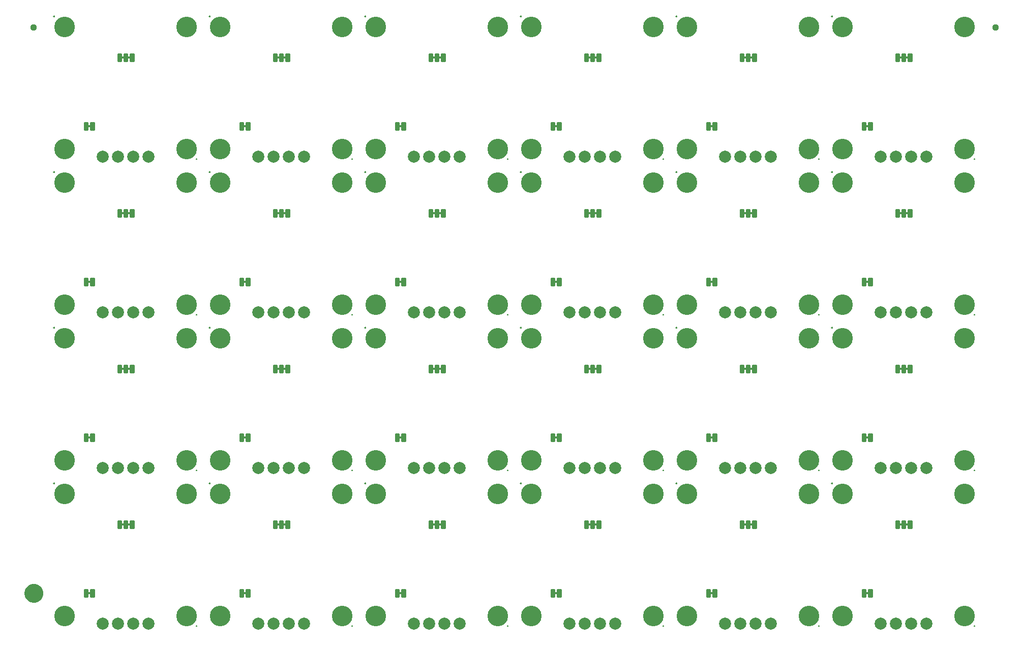
<source format=gbs>
G04 EAGLE Gerber RS-274X export*
G75*
%MOMM*%
%FSLAX34Y34*%
%LPD*%
%INSoldermask Bottom*%
%IPPOS*%
%AMOC8*
5,1,8,0,0,1.08239X$1,22.5*%
G01*
%ADD10C,3.429000*%
%ADD11C,0.152400*%
%ADD12C,0.228344*%
%ADD13C,2.006600*%
%ADD14C,1.127000*%
%ADD15C,1.270000*%
%ADD16C,1.627000*%

G36*
X642050Y694067D02*
X642050Y694067D01*
X642116Y694069D01*
X642159Y694087D01*
X642206Y694095D01*
X642263Y694129D01*
X642323Y694154D01*
X642358Y694185D01*
X642399Y694210D01*
X642441Y694261D01*
X642489Y694305D01*
X642511Y694347D01*
X642540Y694384D01*
X642561Y694446D01*
X642592Y694505D01*
X642600Y694559D01*
X642612Y694596D01*
X642611Y694636D01*
X642619Y694690D01*
X642619Y697230D01*
X642608Y697295D01*
X642606Y697361D01*
X642588Y697404D01*
X642580Y697451D01*
X642546Y697508D01*
X642521Y697568D01*
X642490Y697603D01*
X642465Y697644D01*
X642414Y697686D01*
X642370Y697734D01*
X642328Y697756D01*
X642291Y697785D01*
X642229Y697806D01*
X642170Y697837D01*
X642116Y697845D01*
X642079Y697857D01*
X642039Y697856D01*
X641985Y697864D01*
X638175Y697864D01*
X638110Y697853D01*
X638044Y697851D01*
X638001Y697833D01*
X637954Y697825D01*
X637897Y697791D01*
X637837Y697766D01*
X637802Y697735D01*
X637761Y697710D01*
X637720Y697659D01*
X637671Y697615D01*
X637649Y697573D01*
X637620Y697536D01*
X637599Y697474D01*
X637568Y697415D01*
X637560Y697361D01*
X637548Y697324D01*
X637548Y697321D01*
X637549Y697284D01*
X637541Y697230D01*
X637541Y694690D01*
X637552Y694625D01*
X637554Y694559D01*
X637572Y694516D01*
X637580Y694469D01*
X637614Y694412D01*
X637639Y694352D01*
X637670Y694317D01*
X637695Y694276D01*
X637746Y694235D01*
X637790Y694186D01*
X637832Y694164D01*
X637869Y694135D01*
X637931Y694114D01*
X637990Y694083D01*
X638044Y694075D01*
X638081Y694063D01*
X638121Y694064D01*
X638175Y694056D01*
X641985Y694056D01*
X642050Y694067D01*
G37*
G36*
X1170370Y694067D02*
X1170370Y694067D01*
X1170436Y694069D01*
X1170479Y694087D01*
X1170526Y694095D01*
X1170583Y694129D01*
X1170643Y694154D01*
X1170678Y694185D01*
X1170719Y694210D01*
X1170761Y694261D01*
X1170809Y694305D01*
X1170831Y694347D01*
X1170860Y694384D01*
X1170881Y694446D01*
X1170912Y694505D01*
X1170920Y694559D01*
X1170932Y694596D01*
X1170931Y694636D01*
X1170939Y694690D01*
X1170939Y697230D01*
X1170928Y697295D01*
X1170926Y697361D01*
X1170908Y697404D01*
X1170900Y697451D01*
X1170866Y697508D01*
X1170841Y697568D01*
X1170810Y697603D01*
X1170785Y697644D01*
X1170734Y697686D01*
X1170690Y697734D01*
X1170648Y697756D01*
X1170611Y697785D01*
X1170549Y697806D01*
X1170490Y697837D01*
X1170436Y697845D01*
X1170399Y697857D01*
X1170359Y697856D01*
X1170305Y697864D01*
X1166495Y697864D01*
X1166430Y697853D01*
X1166364Y697851D01*
X1166321Y697833D01*
X1166274Y697825D01*
X1166217Y697791D01*
X1166157Y697766D01*
X1166122Y697735D01*
X1166081Y697710D01*
X1166040Y697659D01*
X1165991Y697615D01*
X1165969Y697573D01*
X1165940Y697536D01*
X1165919Y697474D01*
X1165888Y697415D01*
X1165880Y697361D01*
X1165868Y697324D01*
X1165868Y697321D01*
X1165869Y697284D01*
X1165861Y697230D01*
X1165861Y694690D01*
X1165872Y694625D01*
X1165874Y694559D01*
X1165892Y694516D01*
X1165900Y694469D01*
X1165934Y694412D01*
X1165959Y694352D01*
X1165990Y694317D01*
X1166015Y694276D01*
X1166066Y694235D01*
X1166110Y694186D01*
X1166152Y694164D01*
X1166189Y694135D01*
X1166251Y694114D01*
X1166310Y694083D01*
X1166364Y694075D01*
X1166401Y694063D01*
X1166441Y694064D01*
X1166495Y694056D01*
X1170305Y694056D01*
X1170370Y694067D01*
G37*
G36*
X901130Y694067D02*
X901130Y694067D01*
X901196Y694069D01*
X901239Y694087D01*
X901286Y694095D01*
X901343Y694129D01*
X901403Y694154D01*
X901438Y694185D01*
X901479Y694210D01*
X901521Y694261D01*
X901569Y694305D01*
X901591Y694347D01*
X901620Y694384D01*
X901641Y694446D01*
X901672Y694505D01*
X901680Y694559D01*
X901692Y694596D01*
X901691Y694636D01*
X901699Y694690D01*
X901699Y697230D01*
X901688Y697295D01*
X901686Y697361D01*
X901668Y697404D01*
X901660Y697451D01*
X901626Y697508D01*
X901601Y697568D01*
X901570Y697603D01*
X901545Y697644D01*
X901494Y697686D01*
X901450Y697734D01*
X901408Y697756D01*
X901371Y697785D01*
X901309Y697806D01*
X901250Y697837D01*
X901196Y697845D01*
X901159Y697857D01*
X901119Y697856D01*
X901065Y697864D01*
X897255Y697864D01*
X897190Y697853D01*
X897124Y697851D01*
X897081Y697833D01*
X897034Y697825D01*
X896977Y697791D01*
X896917Y697766D01*
X896882Y697735D01*
X896841Y697710D01*
X896800Y697659D01*
X896751Y697615D01*
X896729Y697573D01*
X896700Y697536D01*
X896679Y697474D01*
X896648Y697415D01*
X896640Y697361D01*
X896628Y697324D01*
X896628Y697321D01*
X896629Y697284D01*
X896621Y697230D01*
X896621Y694690D01*
X896632Y694625D01*
X896634Y694559D01*
X896652Y694516D01*
X896660Y694469D01*
X896694Y694412D01*
X896719Y694352D01*
X896750Y694317D01*
X896775Y694276D01*
X896826Y694235D01*
X896870Y694186D01*
X896912Y694164D01*
X896949Y694135D01*
X897011Y694114D01*
X897070Y694083D01*
X897124Y694075D01*
X897161Y694063D01*
X897201Y694064D01*
X897255Y694056D01*
X901065Y694056D01*
X901130Y694067D01*
G37*
G36*
X1419290Y694067D02*
X1419290Y694067D01*
X1419356Y694069D01*
X1419399Y694087D01*
X1419446Y694095D01*
X1419503Y694129D01*
X1419563Y694154D01*
X1419598Y694185D01*
X1419639Y694210D01*
X1419681Y694261D01*
X1419729Y694305D01*
X1419751Y694347D01*
X1419780Y694384D01*
X1419801Y694446D01*
X1419832Y694505D01*
X1419840Y694559D01*
X1419852Y694596D01*
X1419851Y694636D01*
X1419859Y694690D01*
X1419859Y697230D01*
X1419848Y697295D01*
X1419846Y697361D01*
X1419828Y697404D01*
X1419820Y697451D01*
X1419786Y697508D01*
X1419761Y697568D01*
X1419730Y697603D01*
X1419705Y697644D01*
X1419654Y697686D01*
X1419610Y697734D01*
X1419568Y697756D01*
X1419531Y697785D01*
X1419469Y697806D01*
X1419410Y697837D01*
X1419356Y697845D01*
X1419319Y697857D01*
X1419279Y697856D01*
X1419225Y697864D01*
X1415415Y697864D01*
X1415350Y697853D01*
X1415284Y697851D01*
X1415241Y697833D01*
X1415194Y697825D01*
X1415137Y697791D01*
X1415077Y697766D01*
X1415042Y697735D01*
X1415001Y697710D01*
X1414960Y697659D01*
X1414911Y697615D01*
X1414889Y697573D01*
X1414860Y697536D01*
X1414839Y697474D01*
X1414808Y697415D01*
X1414800Y697361D01*
X1414788Y697324D01*
X1414788Y697321D01*
X1414789Y697284D01*
X1414781Y697230D01*
X1414781Y694690D01*
X1414792Y694625D01*
X1414794Y694559D01*
X1414812Y694516D01*
X1414820Y694469D01*
X1414854Y694412D01*
X1414879Y694352D01*
X1414910Y694317D01*
X1414935Y694276D01*
X1414986Y694235D01*
X1415030Y694186D01*
X1415072Y694164D01*
X1415109Y694135D01*
X1415171Y694114D01*
X1415230Y694083D01*
X1415284Y694075D01*
X1415321Y694063D01*
X1415361Y694064D01*
X1415415Y694056D01*
X1419225Y694056D01*
X1419290Y694067D01*
G37*
G36*
X134050Y694067D02*
X134050Y694067D01*
X134116Y694069D01*
X134159Y694087D01*
X134206Y694095D01*
X134263Y694129D01*
X134323Y694154D01*
X134358Y694185D01*
X134399Y694210D01*
X134441Y694261D01*
X134489Y694305D01*
X134511Y694347D01*
X134540Y694384D01*
X134561Y694446D01*
X134592Y694505D01*
X134600Y694559D01*
X134612Y694596D01*
X134611Y694636D01*
X134619Y694690D01*
X134619Y697230D01*
X134608Y697295D01*
X134606Y697361D01*
X134588Y697404D01*
X134580Y697451D01*
X134546Y697508D01*
X134521Y697568D01*
X134490Y697603D01*
X134465Y697644D01*
X134414Y697686D01*
X134370Y697734D01*
X134328Y697756D01*
X134291Y697785D01*
X134229Y697806D01*
X134170Y697837D01*
X134116Y697845D01*
X134079Y697857D01*
X134039Y697856D01*
X133985Y697864D01*
X130175Y697864D01*
X130110Y697853D01*
X130044Y697851D01*
X130001Y697833D01*
X129954Y697825D01*
X129897Y697791D01*
X129837Y697766D01*
X129802Y697735D01*
X129761Y697710D01*
X129720Y697659D01*
X129671Y697615D01*
X129649Y697573D01*
X129620Y697536D01*
X129599Y697474D01*
X129568Y697415D01*
X129560Y697361D01*
X129548Y697324D01*
X129548Y697321D01*
X129549Y697284D01*
X129541Y697230D01*
X129541Y694690D01*
X129552Y694625D01*
X129554Y694559D01*
X129572Y694516D01*
X129580Y694469D01*
X129614Y694412D01*
X129639Y694352D01*
X129670Y694317D01*
X129695Y694276D01*
X129746Y694235D01*
X129790Y694186D01*
X129832Y694164D01*
X129869Y694135D01*
X129931Y694114D01*
X129990Y694083D01*
X130044Y694075D01*
X130081Y694063D01*
X130121Y694064D01*
X130175Y694056D01*
X133985Y694056D01*
X134050Y694067D01*
G37*
G36*
X382970Y694067D02*
X382970Y694067D01*
X383036Y694069D01*
X383079Y694087D01*
X383126Y694095D01*
X383183Y694129D01*
X383243Y694154D01*
X383278Y694185D01*
X383319Y694210D01*
X383361Y694261D01*
X383409Y694305D01*
X383431Y694347D01*
X383460Y694384D01*
X383481Y694446D01*
X383512Y694505D01*
X383520Y694559D01*
X383532Y694596D01*
X383531Y694636D01*
X383539Y694690D01*
X383539Y697230D01*
X383528Y697295D01*
X383526Y697361D01*
X383508Y697404D01*
X383500Y697451D01*
X383466Y697508D01*
X383441Y697568D01*
X383410Y697603D01*
X383385Y697644D01*
X383334Y697686D01*
X383290Y697734D01*
X383248Y697756D01*
X383211Y697785D01*
X383149Y697806D01*
X383090Y697837D01*
X383036Y697845D01*
X382999Y697857D01*
X382959Y697856D01*
X382905Y697864D01*
X379095Y697864D01*
X379030Y697853D01*
X378964Y697851D01*
X378921Y697833D01*
X378874Y697825D01*
X378817Y697791D01*
X378757Y697766D01*
X378722Y697735D01*
X378681Y697710D01*
X378640Y697659D01*
X378591Y697615D01*
X378569Y697573D01*
X378540Y697536D01*
X378519Y697474D01*
X378488Y697415D01*
X378480Y697361D01*
X378468Y697324D01*
X378468Y697321D01*
X378469Y697284D01*
X378461Y697230D01*
X378461Y694690D01*
X378472Y694625D01*
X378474Y694559D01*
X378492Y694516D01*
X378500Y694469D01*
X378534Y694412D01*
X378559Y694352D01*
X378590Y694317D01*
X378615Y694276D01*
X378666Y694235D01*
X378710Y694186D01*
X378752Y694164D01*
X378789Y694135D01*
X378851Y694114D01*
X378910Y694083D01*
X378964Y694075D01*
X379001Y694063D01*
X379041Y694064D01*
X379095Y694056D01*
X382905Y694056D01*
X382970Y694067D01*
G37*
G36*
X1429450Y694067D02*
X1429450Y694067D01*
X1429516Y694069D01*
X1429559Y694087D01*
X1429606Y694095D01*
X1429663Y694129D01*
X1429723Y694154D01*
X1429758Y694185D01*
X1429799Y694210D01*
X1429841Y694261D01*
X1429889Y694305D01*
X1429911Y694347D01*
X1429940Y694384D01*
X1429961Y694446D01*
X1429992Y694505D01*
X1430000Y694559D01*
X1430012Y694596D01*
X1430011Y694636D01*
X1430019Y694690D01*
X1430019Y697230D01*
X1430008Y697295D01*
X1430006Y697361D01*
X1429988Y697404D01*
X1429980Y697451D01*
X1429946Y697508D01*
X1429921Y697568D01*
X1429890Y697603D01*
X1429865Y697644D01*
X1429814Y697686D01*
X1429770Y697734D01*
X1429728Y697756D01*
X1429691Y697785D01*
X1429629Y697806D01*
X1429570Y697837D01*
X1429516Y697845D01*
X1429479Y697857D01*
X1429439Y697856D01*
X1429385Y697864D01*
X1425575Y697864D01*
X1425510Y697853D01*
X1425444Y697851D01*
X1425401Y697833D01*
X1425354Y697825D01*
X1425297Y697791D01*
X1425237Y697766D01*
X1425202Y697735D01*
X1425161Y697710D01*
X1425120Y697659D01*
X1425071Y697615D01*
X1425049Y697573D01*
X1425020Y697536D01*
X1424999Y697474D01*
X1424968Y697415D01*
X1424960Y697361D01*
X1424948Y697324D01*
X1424948Y697321D01*
X1424949Y697284D01*
X1424941Y697230D01*
X1424941Y694690D01*
X1424952Y694625D01*
X1424954Y694559D01*
X1424972Y694516D01*
X1424980Y694469D01*
X1425014Y694412D01*
X1425039Y694352D01*
X1425070Y694317D01*
X1425095Y694276D01*
X1425146Y694235D01*
X1425190Y694186D01*
X1425232Y694164D01*
X1425269Y694135D01*
X1425331Y694114D01*
X1425390Y694083D01*
X1425444Y694075D01*
X1425481Y694063D01*
X1425521Y694064D01*
X1425575Y694056D01*
X1429385Y694056D01*
X1429450Y694067D01*
G37*
G36*
X393130Y694067D02*
X393130Y694067D01*
X393196Y694069D01*
X393239Y694087D01*
X393286Y694095D01*
X393343Y694129D01*
X393403Y694154D01*
X393438Y694185D01*
X393479Y694210D01*
X393521Y694261D01*
X393569Y694305D01*
X393591Y694347D01*
X393620Y694384D01*
X393641Y694446D01*
X393672Y694505D01*
X393680Y694559D01*
X393692Y694596D01*
X393691Y694636D01*
X393699Y694690D01*
X393699Y697230D01*
X393688Y697295D01*
X393686Y697361D01*
X393668Y697404D01*
X393660Y697451D01*
X393626Y697508D01*
X393601Y697568D01*
X393570Y697603D01*
X393545Y697644D01*
X393494Y697686D01*
X393450Y697734D01*
X393408Y697756D01*
X393371Y697785D01*
X393309Y697806D01*
X393250Y697837D01*
X393196Y697845D01*
X393159Y697857D01*
X393119Y697856D01*
X393065Y697864D01*
X389255Y697864D01*
X389190Y697853D01*
X389124Y697851D01*
X389081Y697833D01*
X389034Y697825D01*
X388977Y697791D01*
X388917Y697766D01*
X388882Y697735D01*
X388841Y697710D01*
X388800Y697659D01*
X388751Y697615D01*
X388729Y697573D01*
X388700Y697536D01*
X388679Y697474D01*
X388648Y697415D01*
X388640Y697361D01*
X388628Y697324D01*
X388628Y697321D01*
X388629Y697284D01*
X388621Y697230D01*
X388621Y694690D01*
X388632Y694625D01*
X388634Y694559D01*
X388652Y694516D01*
X388660Y694469D01*
X388694Y694412D01*
X388719Y694352D01*
X388750Y694317D01*
X388775Y694276D01*
X388826Y694235D01*
X388870Y694186D01*
X388912Y694164D01*
X388949Y694135D01*
X389011Y694114D01*
X389070Y694083D01*
X389124Y694075D01*
X389161Y694063D01*
X389201Y694064D01*
X389255Y694056D01*
X393065Y694056D01*
X393130Y694067D01*
G37*
G36*
X123890Y694067D02*
X123890Y694067D01*
X123956Y694069D01*
X123999Y694087D01*
X124046Y694095D01*
X124103Y694129D01*
X124163Y694154D01*
X124198Y694185D01*
X124239Y694210D01*
X124281Y694261D01*
X124329Y694305D01*
X124351Y694347D01*
X124380Y694384D01*
X124401Y694446D01*
X124432Y694505D01*
X124440Y694559D01*
X124452Y694596D01*
X124451Y694636D01*
X124459Y694690D01*
X124459Y697230D01*
X124448Y697295D01*
X124446Y697361D01*
X124428Y697404D01*
X124420Y697451D01*
X124386Y697508D01*
X124361Y697568D01*
X124330Y697603D01*
X124305Y697644D01*
X124254Y697686D01*
X124210Y697734D01*
X124168Y697756D01*
X124131Y697785D01*
X124069Y697806D01*
X124010Y697837D01*
X123956Y697845D01*
X123919Y697857D01*
X123879Y697856D01*
X123825Y697864D01*
X120015Y697864D01*
X119950Y697853D01*
X119884Y697851D01*
X119841Y697833D01*
X119794Y697825D01*
X119737Y697791D01*
X119677Y697766D01*
X119642Y697735D01*
X119601Y697710D01*
X119560Y697659D01*
X119511Y697615D01*
X119489Y697573D01*
X119460Y697536D01*
X119439Y697474D01*
X119408Y697415D01*
X119400Y697361D01*
X119388Y697324D01*
X119388Y697321D01*
X119389Y697284D01*
X119381Y697230D01*
X119381Y694690D01*
X119392Y694625D01*
X119394Y694559D01*
X119412Y694516D01*
X119420Y694469D01*
X119454Y694412D01*
X119479Y694352D01*
X119510Y694317D01*
X119535Y694276D01*
X119586Y694235D01*
X119630Y694186D01*
X119672Y694164D01*
X119709Y694135D01*
X119771Y694114D01*
X119830Y694083D01*
X119884Y694075D01*
X119921Y694063D01*
X119961Y694064D01*
X120015Y694056D01*
X123825Y694056D01*
X123890Y694067D01*
G37*
G36*
X911290Y694067D02*
X911290Y694067D01*
X911356Y694069D01*
X911399Y694087D01*
X911446Y694095D01*
X911503Y694129D01*
X911563Y694154D01*
X911598Y694185D01*
X911639Y694210D01*
X911681Y694261D01*
X911729Y694305D01*
X911751Y694347D01*
X911780Y694384D01*
X911801Y694446D01*
X911832Y694505D01*
X911840Y694559D01*
X911852Y694596D01*
X911851Y694636D01*
X911859Y694690D01*
X911859Y697230D01*
X911848Y697295D01*
X911846Y697361D01*
X911828Y697404D01*
X911820Y697451D01*
X911786Y697508D01*
X911761Y697568D01*
X911730Y697603D01*
X911705Y697644D01*
X911654Y697686D01*
X911610Y697734D01*
X911568Y697756D01*
X911531Y697785D01*
X911469Y697806D01*
X911410Y697837D01*
X911356Y697845D01*
X911319Y697857D01*
X911279Y697856D01*
X911225Y697864D01*
X907415Y697864D01*
X907350Y697853D01*
X907284Y697851D01*
X907241Y697833D01*
X907194Y697825D01*
X907137Y697791D01*
X907077Y697766D01*
X907042Y697735D01*
X907001Y697710D01*
X906960Y697659D01*
X906911Y697615D01*
X906889Y697573D01*
X906860Y697536D01*
X906839Y697474D01*
X906808Y697415D01*
X906800Y697361D01*
X906788Y697324D01*
X906788Y697321D01*
X906789Y697284D01*
X906781Y697230D01*
X906781Y694690D01*
X906792Y694625D01*
X906794Y694559D01*
X906812Y694516D01*
X906820Y694469D01*
X906854Y694412D01*
X906879Y694352D01*
X906910Y694317D01*
X906935Y694276D01*
X906986Y694235D01*
X907030Y694186D01*
X907072Y694164D01*
X907109Y694135D01*
X907171Y694114D01*
X907230Y694083D01*
X907284Y694075D01*
X907321Y694063D01*
X907361Y694064D01*
X907415Y694056D01*
X911225Y694056D01*
X911290Y694067D01*
G37*
G36*
X1160210Y694067D02*
X1160210Y694067D01*
X1160276Y694069D01*
X1160319Y694087D01*
X1160366Y694095D01*
X1160423Y694129D01*
X1160483Y694154D01*
X1160518Y694185D01*
X1160559Y694210D01*
X1160601Y694261D01*
X1160649Y694305D01*
X1160671Y694347D01*
X1160700Y694384D01*
X1160721Y694446D01*
X1160752Y694505D01*
X1160760Y694559D01*
X1160772Y694596D01*
X1160771Y694636D01*
X1160779Y694690D01*
X1160779Y697230D01*
X1160768Y697295D01*
X1160766Y697361D01*
X1160748Y697404D01*
X1160740Y697451D01*
X1160706Y697508D01*
X1160681Y697568D01*
X1160650Y697603D01*
X1160625Y697644D01*
X1160574Y697686D01*
X1160530Y697734D01*
X1160488Y697756D01*
X1160451Y697785D01*
X1160389Y697806D01*
X1160330Y697837D01*
X1160276Y697845D01*
X1160239Y697857D01*
X1160199Y697856D01*
X1160145Y697864D01*
X1156335Y697864D01*
X1156270Y697853D01*
X1156204Y697851D01*
X1156161Y697833D01*
X1156114Y697825D01*
X1156057Y697791D01*
X1155997Y697766D01*
X1155962Y697735D01*
X1155921Y697710D01*
X1155880Y697659D01*
X1155831Y697615D01*
X1155809Y697573D01*
X1155780Y697536D01*
X1155759Y697474D01*
X1155728Y697415D01*
X1155720Y697361D01*
X1155708Y697324D01*
X1155708Y697321D01*
X1155709Y697284D01*
X1155701Y697230D01*
X1155701Y694690D01*
X1155712Y694625D01*
X1155714Y694559D01*
X1155732Y694516D01*
X1155740Y694469D01*
X1155774Y694412D01*
X1155799Y694352D01*
X1155830Y694317D01*
X1155855Y694276D01*
X1155906Y694235D01*
X1155950Y694186D01*
X1155992Y694164D01*
X1156029Y694135D01*
X1156091Y694114D01*
X1156150Y694083D01*
X1156204Y694075D01*
X1156241Y694063D01*
X1156281Y694064D01*
X1156335Y694056D01*
X1160145Y694056D01*
X1160210Y694067D01*
G37*
G36*
X652210Y694067D02*
X652210Y694067D01*
X652276Y694069D01*
X652319Y694087D01*
X652366Y694095D01*
X652423Y694129D01*
X652483Y694154D01*
X652518Y694185D01*
X652559Y694210D01*
X652601Y694261D01*
X652649Y694305D01*
X652671Y694347D01*
X652700Y694384D01*
X652721Y694446D01*
X652752Y694505D01*
X652760Y694559D01*
X652772Y694596D01*
X652771Y694636D01*
X652779Y694690D01*
X652779Y697230D01*
X652768Y697295D01*
X652766Y697361D01*
X652748Y697404D01*
X652740Y697451D01*
X652706Y697508D01*
X652681Y697568D01*
X652650Y697603D01*
X652625Y697644D01*
X652574Y697686D01*
X652530Y697734D01*
X652488Y697756D01*
X652451Y697785D01*
X652389Y697806D01*
X652330Y697837D01*
X652276Y697845D01*
X652239Y697857D01*
X652199Y697856D01*
X652145Y697864D01*
X648335Y697864D01*
X648270Y697853D01*
X648204Y697851D01*
X648161Y697833D01*
X648114Y697825D01*
X648057Y697791D01*
X647997Y697766D01*
X647962Y697735D01*
X647921Y697710D01*
X647880Y697659D01*
X647831Y697615D01*
X647809Y697573D01*
X647780Y697536D01*
X647759Y697474D01*
X647728Y697415D01*
X647720Y697361D01*
X647708Y697324D01*
X647708Y697321D01*
X647709Y697284D01*
X647701Y697230D01*
X647701Y694690D01*
X647712Y694625D01*
X647714Y694559D01*
X647732Y694516D01*
X647740Y694469D01*
X647774Y694412D01*
X647799Y694352D01*
X647830Y694317D01*
X647855Y694276D01*
X647906Y694235D01*
X647950Y694186D01*
X647992Y694164D01*
X648029Y694135D01*
X648091Y694114D01*
X648150Y694083D01*
X648204Y694075D01*
X648241Y694063D01*
X648281Y694064D01*
X648335Y694056D01*
X652145Y694056D01*
X652210Y694067D01*
G37*
G36*
X123890Y953147D02*
X123890Y953147D01*
X123956Y953149D01*
X123999Y953167D01*
X124046Y953175D01*
X124103Y953209D01*
X124163Y953234D01*
X124198Y953265D01*
X124239Y953290D01*
X124281Y953341D01*
X124329Y953385D01*
X124351Y953427D01*
X124380Y953464D01*
X124401Y953526D01*
X124432Y953585D01*
X124440Y953639D01*
X124452Y953676D01*
X124451Y953716D01*
X124459Y953770D01*
X124459Y956310D01*
X124448Y956375D01*
X124446Y956441D01*
X124428Y956484D01*
X124420Y956531D01*
X124386Y956588D01*
X124361Y956648D01*
X124330Y956683D01*
X124305Y956724D01*
X124254Y956766D01*
X124210Y956814D01*
X124168Y956836D01*
X124131Y956865D01*
X124069Y956886D01*
X124010Y956917D01*
X123956Y956925D01*
X123919Y956937D01*
X123879Y956936D01*
X123825Y956944D01*
X120015Y956944D01*
X119950Y956933D01*
X119884Y956931D01*
X119841Y956913D01*
X119794Y956905D01*
X119737Y956871D01*
X119677Y956846D01*
X119642Y956815D01*
X119601Y956790D01*
X119560Y956739D01*
X119511Y956695D01*
X119489Y956653D01*
X119460Y956616D01*
X119439Y956554D01*
X119408Y956495D01*
X119400Y956441D01*
X119388Y956404D01*
X119388Y956401D01*
X119389Y956364D01*
X119381Y956310D01*
X119381Y953770D01*
X119392Y953705D01*
X119394Y953639D01*
X119412Y953596D01*
X119420Y953549D01*
X119454Y953492D01*
X119479Y953432D01*
X119510Y953397D01*
X119535Y953356D01*
X119586Y953315D01*
X119630Y953266D01*
X119672Y953244D01*
X119709Y953215D01*
X119771Y953194D01*
X119830Y953163D01*
X119884Y953155D01*
X119921Y953143D01*
X119961Y953144D01*
X120015Y953136D01*
X123825Y953136D01*
X123890Y953147D01*
G37*
G36*
X901130Y953147D02*
X901130Y953147D01*
X901196Y953149D01*
X901239Y953167D01*
X901286Y953175D01*
X901343Y953209D01*
X901403Y953234D01*
X901438Y953265D01*
X901479Y953290D01*
X901521Y953341D01*
X901569Y953385D01*
X901591Y953427D01*
X901620Y953464D01*
X901641Y953526D01*
X901672Y953585D01*
X901680Y953639D01*
X901692Y953676D01*
X901691Y953716D01*
X901699Y953770D01*
X901699Y956310D01*
X901688Y956375D01*
X901686Y956441D01*
X901668Y956484D01*
X901660Y956531D01*
X901626Y956588D01*
X901601Y956648D01*
X901570Y956683D01*
X901545Y956724D01*
X901494Y956766D01*
X901450Y956814D01*
X901408Y956836D01*
X901371Y956865D01*
X901309Y956886D01*
X901250Y956917D01*
X901196Y956925D01*
X901159Y956937D01*
X901119Y956936D01*
X901065Y956944D01*
X897255Y956944D01*
X897190Y956933D01*
X897124Y956931D01*
X897081Y956913D01*
X897034Y956905D01*
X896977Y956871D01*
X896917Y956846D01*
X896882Y956815D01*
X896841Y956790D01*
X896800Y956739D01*
X896751Y956695D01*
X896729Y956653D01*
X896700Y956616D01*
X896679Y956554D01*
X896648Y956495D01*
X896640Y956441D01*
X896628Y956404D01*
X896628Y956401D01*
X896629Y956364D01*
X896621Y956310D01*
X896621Y953770D01*
X896632Y953705D01*
X896634Y953639D01*
X896652Y953596D01*
X896660Y953549D01*
X896694Y953492D01*
X896719Y953432D01*
X896750Y953397D01*
X896775Y953356D01*
X896826Y953315D01*
X896870Y953266D01*
X896912Y953244D01*
X896949Y953215D01*
X897011Y953194D01*
X897070Y953163D01*
X897124Y953155D01*
X897161Y953143D01*
X897201Y953144D01*
X897255Y953136D01*
X901065Y953136D01*
X901130Y953147D01*
G37*
G36*
X1419290Y953147D02*
X1419290Y953147D01*
X1419356Y953149D01*
X1419399Y953167D01*
X1419446Y953175D01*
X1419503Y953209D01*
X1419563Y953234D01*
X1419598Y953265D01*
X1419639Y953290D01*
X1419681Y953341D01*
X1419729Y953385D01*
X1419751Y953427D01*
X1419780Y953464D01*
X1419801Y953526D01*
X1419832Y953585D01*
X1419840Y953639D01*
X1419852Y953676D01*
X1419851Y953716D01*
X1419859Y953770D01*
X1419859Y956310D01*
X1419848Y956375D01*
X1419846Y956441D01*
X1419828Y956484D01*
X1419820Y956531D01*
X1419786Y956588D01*
X1419761Y956648D01*
X1419730Y956683D01*
X1419705Y956724D01*
X1419654Y956766D01*
X1419610Y956814D01*
X1419568Y956836D01*
X1419531Y956865D01*
X1419469Y956886D01*
X1419410Y956917D01*
X1419356Y956925D01*
X1419319Y956937D01*
X1419279Y956936D01*
X1419225Y956944D01*
X1415415Y956944D01*
X1415350Y956933D01*
X1415284Y956931D01*
X1415241Y956913D01*
X1415194Y956905D01*
X1415137Y956871D01*
X1415077Y956846D01*
X1415042Y956815D01*
X1415001Y956790D01*
X1414960Y956739D01*
X1414911Y956695D01*
X1414889Y956653D01*
X1414860Y956616D01*
X1414839Y956554D01*
X1414808Y956495D01*
X1414800Y956441D01*
X1414788Y956404D01*
X1414788Y956401D01*
X1414789Y956364D01*
X1414781Y956310D01*
X1414781Y953770D01*
X1414792Y953705D01*
X1414794Y953639D01*
X1414812Y953596D01*
X1414820Y953549D01*
X1414854Y953492D01*
X1414879Y953432D01*
X1414910Y953397D01*
X1414935Y953356D01*
X1414986Y953315D01*
X1415030Y953266D01*
X1415072Y953244D01*
X1415109Y953215D01*
X1415171Y953194D01*
X1415230Y953163D01*
X1415284Y953155D01*
X1415321Y953143D01*
X1415361Y953144D01*
X1415415Y953136D01*
X1419225Y953136D01*
X1419290Y953147D01*
G37*
G36*
X382970Y953147D02*
X382970Y953147D01*
X383036Y953149D01*
X383079Y953167D01*
X383126Y953175D01*
X383183Y953209D01*
X383243Y953234D01*
X383278Y953265D01*
X383319Y953290D01*
X383361Y953341D01*
X383409Y953385D01*
X383431Y953427D01*
X383460Y953464D01*
X383481Y953526D01*
X383512Y953585D01*
X383520Y953639D01*
X383532Y953676D01*
X383531Y953716D01*
X383539Y953770D01*
X383539Y956310D01*
X383528Y956375D01*
X383526Y956441D01*
X383508Y956484D01*
X383500Y956531D01*
X383466Y956588D01*
X383441Y956648D01*
X383410Y956683D01*
X383385Y956724D01*
X383334Y956766D01*
X383290Y956814D01*
X383248Y956836D01*
X383211Y956865D01*
X383149Y956886D01*
X383090Y956917D01*
X383036Y956925D01*
X382999Y956937D01*
X382959Y956936D01*
X382905Y956944D01*
X379095Y956944D01*
X379030Y956933D01*
X378964Y956931D01*
X378921Y956913D01*
X378874Y956905D01*
X378817Y956871D01*
X378757Y956846D01*
X378722Y956815D01*
X378681Y956790D01*
X378640Y956739D01*
X378591Y956695D01*
X378569Y956653D01*
X378540Y956616D01*
X378519Y956554D01*
X378488Y956495D01*
X378480Y956441D01*
X378468Y956404D01*
X378468Y956401D01*
X378469Y956364D01*
X378461Y956310D01*
X378461Y953770D01*
X378472Y953705D01*
X378474Y953639D01*
X378492Y953596D01*
X378500Y953549D01*
X378534Y953492D01*
X378559Y953432D01*
X378590Y953397D01*
X378615Y953356D01*
X378666Y953315D01*
X378710Y953266D01*
X378752Y953244D01*
X378789Y953215D01*
X378851Y953194D01*
X378910Y953163D01*
X378964Y953155D01*
X379001Y953143D01*
X379041Y953144D01*
X379095Y953136D01*
X382905Y953136D01*
X382970Y953147D01*
G37*
G36*
X911290Y953147D02*
X911290Y953147D01*
X911356Y953149D01*
X911399Y953167D01*
X911446Y953175D01*
X911503Y953209D01*
X911563Y953234D01*
X911598Y953265D01*
X911639Y953290D01*
X911681Y953341D01*
X911729Y953385D01*
X911751Y953427D01*
X911780Y953464D01*
X911801Y953526D01*
X911832Y953585D01*
X911840Y953639D01*
X911852Y953676D01*
X911851Y953716D01*
X911859Y953770D01*
X911859Y956310D01*
X911848Y956375D01*
X911846Y956441D01*
X911828Y956484D01*
X911820Y956531D01*
X911786Y956588D01*
X911761Y956648D01*
X911730Y956683D01*
X911705Y956724D01*
X911654Y956766D01*
X911610Y956814D01*
X911568Y956836D01*
X911531Y956865D01*
X911469Y956886D01*
X911410Y956917D01*
X911356Y956925D01*
X911319Y956937D01*
X911279Y956936D01*
X911225Y956944D01*
X907415Y956944D01*
X907350Y956933D01*
X907284Y956931D01*
X907241Y956913D01*
X907194Y956905D01*
X907137Y956871D01*
X907077Y956846D01*
X907042Y956815D01*
X907001Y956790D01*
X906960Y956739D01*
X906911Y956695D01*
X906889Y956653D01*
X906860Y956616D01*
X906839Y956554D01*
X906808Y956495D01*
X906800Y956441D01*
X906788Y956404D01*
X906788Y956401D01*
X906789Y956364D01*
X906781Y956310D01*
X906781Y953770D01*
X906792Y953705D01*
X906794Y953639D01*
X906812Y953596D01*
X906820Y953549D01*
X906854Y953492D01*
X906879Y953432D01*
X906910Y953397D01*
X906935Y953356D01*
X906986Y953315D01*
X907030Y953266D01*
X907072Y953244D01*
X907109Y953215D01*
X907171Y953194D01*
X907230Y953163D01*
X907284Y953155D01*
X907321Y953143D01*
X907361Y953144D01*
X907415Y953136D01*
X911225Y953136D01*
X911290Y953147D01*
G37*
G36*
X393130Y953147D02*
X393130Y953147D01*
X393196Y953149D01*
X393239Y953167D01*
X393286Y953175D01*
X393343Y953209D01*
X393403Y953234D01*
X393438Y953265D01*
X393479Y953290D01*
X393521Y953341D01*
X393569Y953385D01*
X393591Y953427D01*
X393620Y953464D01*
X393641Y953526D01*
X393672Y953585D01*
X393680Y953639D01*
X393692Y953676D01*
X393691Y953716D01*
X393699Y953770D01*
X393699Y956310D01*
X393688Y956375D01*
X393686Y956441D01*
X393668Y956484D01*
X393660Y956531D01*
X393626Y956588D01*
X393601Y956648D01*
X393570Y956683D01*
X393545Y956724D01*
X393494Y956766D01*
X393450Y956814D01*
X393408Y956836D01*
X393371Y956865D01*
X393309Y956886D01*
X393250Y956917D01*
X393196Y956925D01*
X393159Y956937D01*
X393119Y956936D01*
X393065Y956944D01*
X389255Y956944D01*
X389190Y956933D01*
X389124Y956931D01*
X389081Y956913D01*
X389034Y956905D01*
X388977Y956871D01*
X388917Y956846D01*
X388882Y956815D01*
X388841Y956790D01*
X388800Y956739D01*
X388751Y956695D01*
X388729Y956653D01*
X388700Y956616D01*
X388679Y956554D01*
X388648Y956495D01*
X388640Y956441D01*
X388628Y956404D01*
X388628Y956401D01*
X388629Y956364D01*
X388621Y956310D01*
X388621Y953770D01*
X388632Y953705D01*
X388634Y953639D01*
X388652Y953596D01*
X388660Y953549D01*
X388694Y953492D01*
X388719Y953432D01*
X388750Y953397D01*
X388775Y953356D01*
X388826Y953315D01*
X388870Y953266D01*
X388912Y953244D01*
X388949Y953215D01*
X389011Y953194D01*
X389070Y953163D01*
X389124Y953155D01*
X389161Y953143D01*
X389201Y953144D01*
X389255Y953136D01*
X393065Y953136D01*
X393130Y953147D01*
G37*
G36*
X642050Y953147D02*
X642050Y953147D01*
X642116Y953149D01*
X642159Y953167D01*
X642206Y953175D01*
X642263Y953209D01*
X642323Y953234D01*
X642358Y953265D01*
X642399Y953290D01*
X642441Y953341D01*
X642489Y953385D01*
X642511Y953427D01*
X642540Y953464D01*
X642561Y953526D01*
X642592Y953585D01*
X642600Y953639D01*
X642612Y953676D01*
X642611Y953716D01*
X642619Y953770D01*
X642619Y956310D01*
X642608Y956375D01*
X642606Y956441D01*
X642588Y956484D01*
X642580Y956531D01*
X642546Y956588D01*
X642521Y956648D01*
X642490Y956683D01*
X642465Y956724D01*
X642414Y956766D01*
X642370Y956814D01*
X642328Y956836D01*
X642291Y956865D01*
X642229Y956886D01*
X642170Y956917D01*
X642116Y956925D01*
X642079Y956937D01*
X642039Y956936D01*
X641985Y956944D01*
X638175Y956944D01*
X638110Y956933D01*
X638044Y956931D01*
X638001Y956913D01*
X637954Y956905D01*
X637897Y956871D01*
X637837Y956846D01*
X637802Y956815D01*
X637761Y956790D01*
X637720Y956739D01*
X637671Y956695D01*
X637649Y956653D01*
X637620Y956616D01*
X637599Y956554D01*
X637568Y956495D01*
X637560Y956441D01*
X637548Y956404D01*
X637548Y956401D01*
X637549Y956364D01*
X637541Y956310D01*
X637541Y953770D01*
X637552Y953705D01*
X637554Y953639D01*
X637572Y953596D01*
X637580Y953549D01*
X637614Y953492D01*
X637639Y953432D01*
X637670Y953397D01*
X637695Y953356D01*
X637746Y953315D01*
X637790Y953266D01*
X637832Y953244D01*
X637869Y953215D01*
X637931Y953194D01*
X637990Y953163D01*
X638044Y953155D01*
X638081Y953143D01*
X638121Y953144D01*
X638175Y953136D01*
X641985Y953136D01*
X642050Y953147D01*
G37*
G36*
X1429450Y953147D02*
X1429450Y953147D01*
X1429516Y953149D01*
X1429559Y953167D01*
X1429606Y953175D01*
X1429663Y953209D01*
X1429723Y953234D01*
X1429758Y953265D01*
X1429799Y953290D01*
X1429841Y953341D01*
X1429889Y953385D01*
X1429911Y953427D01*
X1429940Y953464D01*
X1429961Y953526D01*
X1429992Y953585D01*
X1430000Y953639D01*
X1430012Y953676D01*
X1430011Y953716D01*
X1430019Y953770D01*
X1430019Y956310D01*
X1430008Y956375D01*
X1430006Y956441D01*
X1429988Y956484D01*
X1429980Y956531D01*
X1429946Y956588D01*
X1429921Y956648D01*
X1429890Y956683D01*
X1429865Y956724D01*
X1429814Y956766D01*
X1429770Y956814D01*
X1429728Y956836D01*
X1429691Y956865D01*
X1429629Y956886D01*
X1429570Y956917D01*
X1429516Y956925D01*
X1429479Y956937D01*
X1429439Y956936D01*
X1429385Y956944D01*
X1425575Y956944D01*
X1425510Y956933D01*
X1425444Y956931D01*
X1425401Y956913D01*
X1425354Y956905D01*
X1425297Y956871D01*
X1425237Y956846D01*
X1425202Y956815D01*
X1425161Y956790D01*
X1425120Y956739D01*
X1425071Y956695D01*
X1425049Y956653D01*
X1425020Y956616D01*
X1424999Y956554D01*
X1424968Y956495D01*
X1424960Y956441D01*
X1424948Y956404D01*
X1424948Y956401D01*
X1424949Y956364D01*
X1424941Y956310D01*
X1424941Y953770D01*
X1424952Y953705D01*
X1424954Y953639D01*
X1424972Y953596D01*
X1424980Y953549D01*
X1425014Y953492D01*
X1425039Y953432D01*
X1425070Y953397D01*
X1425095Y953356D01*
X1425146Y953315D01*
X1425190Y953266D01*
X1425232Y953244D01*
X1425269Y953215D01*
X1425331Y953194D01*
X1425390Y953163D01*
X1425444Y953155D01*
X1425481Y953143D01*
X1425521Y953144D01*
X1425575Y953136D01*
X1429385Y953136D01*
X1429450Y953147D01*
G37*
G36*
X1160210Y953147D02*
X1160210Y953147D01*
X1160276Y953149D01*
X1160319Y953167D01*
X1160366Y953175D01*
X1160423Y953209D01*
X1160483Y953234D01*
X1160518Y953265D01*
X1160559Y953290D01*
X1160601Y953341D01*
X1160649Y953385D01*
X1160671Y953427D01*
X1160700Y953464D01*
X1160721Y953526D01*
X1160752Y953585D01*
X1160760Y953639D01*
X1160772Y953676D01*
X1160771Y953716D01*
X1160779Y953770D01*
X1160779Y956310D01*
X1160768Y956375D01*
X1160766Y956441D01*
X1160748Y956484D01*
X1160740Y956531D01*
X1160706Y956588D01*
X1160681Y956648D01*
X1160650Y956683D01*
X1160625Y956724D01*
X1160574Y956766D01*
X1160530Y956814D01*
X1160488Y956836D01*
X1160451Y956865D01*
X1160389Y956886D01*
X1160330Y956917D01*
X1160276Y956925D01*
X1160239Y956937D01*
X1160199Y956936D01*
X1160145Y956944D01*
X1156335Y956944D01*
X1156270Y956933D01*
X1156204Y956931D01*
X1156161Y956913D01*
X1156114Y956905D01*
X1156057Y956871D01*
X1155997Y956846D01*
X1155962Y956815D01*
X1155921Y956790D01*
X1155880Y956739D01*
X1155831Y956695D01*
X1155809Y956653D01*
X1155780Y956616D01*
X1155759Y956554D01*
X1155728Y956495D01*
X1155720Y956441D01*
X1155708Y956404D01*
X1155708Y956401D01*
X1155709Y956364D01*
X1155701Y956310D01*
X1155701Y953770D01*
X1155712Y953705D01*
X1155714Y953639D01*
X1155732Y953596D01*
X1155740Y953549D01*
X1155774Y953492D01*
X1155799Y953432D01*
X1155830Y953397D01*
X1155855Y953356D01*
X1155906Y953315D01*
X1155950Y953266D01*
X1155992Y953244D01*
X1156029Y953215D01*
X1156091Y953194D01*
X1156150Y953163D01*
X1156204Y953155D01*
X1156241Y953143D01*
X1156281Y953144D01*
X1156335Y953136D01*
X1160145Y953136D01*
X1160210Y953147D01*
G37*
G36*
X1170370Y953147D02*
X1170370Y953147D01*
X1170436Y953149D01*
X1170479Y953167D01*
X1170526Y953175D01*
X1170583Y953209D01*
X1170643Y953234D01*
X1170678Y953265D01*
X1170719Y953290D01*
X1170761Y953341D01*
X1170809Y953385D01*
X1170831Y953427D01*
X1170860Y953464D01*
X1170881Y953526D01*
X1170912Y953585D01*
X1170920Y953639D01*
X1170932Y953676D01*
X1170931Y953716D01*
X1170939Y953770D01*
X1170939Y956310D01*
X1170928Y956375D01*
X1170926Y956441D01*
X1170908Y956484D01*
X1170900Y956531D01*
X1170866Y956588D01*
X1170841Y956648D01*
X1170810Y956683D01*
X1170785Y956724D01*
X1170734Y956766D01*
X1170690Y956814D01*
X1170648Y956836D01*
X1170611Y956865D01*
X1170549Y956886D01*
X1170490Y956917D01*
X1170436Y956925D01*
X1170399Y956937D01*
X1170359Y956936D01*
X1170305Y956944D01*
X1166495Y956944D01*
X1166430Y956933D01*
X1166364Y956931D01*
X1166321Y956913D01*
X1166274Y956905D01*
X1166217Y956871D01*
X1166157Y956846D01*
X1166122Y956815D01*
X1166081Y956790D01*
X1166040Y956739D01*
X1165991Y956695D01*
X1165969Y956653D01*
X1165940Y956616D01*
X1165919Y956554D01*
X1165888Y956495D01*
X1165880Y956441D01*
X1165868Y956404D01*
X1165868Y956401D01*
X1165869Y956364D01*
X1165861Y956310D01*
X1165861Y953770D01*
X1165872Y953705D01*
X1165874Y953639D01*
X1165892Y953596D01*
X1165900Y953549D01*
X1165934Y953492D01*
X1165959Y953432D01*
X1165990Y953397D01*
X1166015Y953356D01*
X1166066Y953315D01*
X1166110Y953266D01*
X1166152Y953244D01*
X1166189Y953215D01*
X1166251Y953194D01*
X1166310Y953163D01*
X1166364Y953155D01*
X1166401Y953143D01*
X1166441Y953144D01*
X1166495Y953136D01*
X1170305Y953136D01*
X1170370Y953147D01*
G37*
G36*
X652210Y953147D02*
X652210Y953147D01*
X652276Y953149D01*
X652319Y953167D01*
X652366Y953175D01*
X652423Y953209D01*
X652483Y953234D01*
X652518Y953265D01*
X652559Y953290D01*
X652601Y953341D01*
X652649Y953385D01*
X652671Y953427D01*
X652700Y953464D01*
X652721Y953526D01*
X652752Y953585D01*
X652760Y953639D01*
X652772Y953676D01*
X652771Y953716D01*
X652779Y953770D01*
X652779Y956310D01*
X652768Y956375D01*
X652766Y956441D01*
X652748Y956484D01*
X652740Y956531D01*
X652706Y956588D01*
X652681Y956648D01*
X652650Y956683D01*
X652625Y956724D01*
X652574Y956766D01*
X652530Y956814D01*
X652488Y956836D01*
X652451Y956865D01*
X652389Y956886D01*
X652330Y956917D01*
X652276Y956925D01*
X652239Y956937D01*
X652199Y956936D01*
X652145Y956944D01*
X648335Y956944D01*
X648270Y956933D01*
X648204Y956931D01*
X648161Y956913D01*
X648114Y956905D01*
X648057Y956871D01*
X647997Y956846D01*
X647962Y956815D01*
X647921Y956790D01*
X647880Y956739D01*
X647831Y956695D01*
X647809Y956653D01*
X647780Y956616D01*
X647759Y956554D01*
X647728Y956495D01*
X647720Y956441D01*
X647708Y956404D01*
X647708Y956401D01*
X647709Y956364D01*
X647701Y956310D01*
X647701Y953770D01*
X647712Y953705D01*
X647714Y953639D01*
X647732Y953596D01*
X647740Y953549D01*
X647774Y953492D01*
X647799Y953432D01*
X647830Y953397D01*
X647855Y953356D01*
X647906Y953315D01*
X647950Y953266D01*
X647992Y953244D01*
X648029Y953215D01*
X648091Y953194D01*
X648150Y953163D01*
X648204Y953155D01*
X648241Y953143D01*
X648281Y953144D01*
X648335Y953136D01*
X652145Y953136D01*
X652210Y953147D01*
G37*
G36*
X327090Y838847D02*
X327090Y838847D01*
X327156Y838849D01*
X327199Y838867D01*
X327246Y838875D01*
X327303Y838909D01*
X327363Y838934D01*
X327398Y838965D01*
X327439Y838990D01*
X327481Y839041D01*
X327529Y839085D01*
X327551Y839127D01*
X327580Y839164D01*
X327601Y839226D01*
X327632Y839285D01*
X327640Y839339D01*
X327652Y839376D01*
X327651Y839416D01*
X327659Y839470D01*
X327659Y842010D01*
X327648Y842075D01*
X327646Y842141D01*
X327628Y842184D01*
X327620Y842231D01*
X327586Y842288D01*
X327561Y842348D01*
X327530Y842383D01*
X327505Y842424D01*
X327454Y842466D01*
X327410Y842514D01*
X327368Y842536D01*
X327331Y842565D01*
X327269Y842586D01*
X327210Y842617D01*
X327156Y842625D01*
X327119Y842637D01*
X327079Y842636D01*
X327025Y842644D01*
X323215Y842644D01*
X323150Y842633D01*
X323084Y842631D01*
X323041Y842613D01*
X322994Y842605D01*
X322937Y842571D01*
X322877Y842546D01*
X322842Y842515D01*
X322801Y842490D01*
X322760Y842439D01*
X322711Y842395D01*
X322689Y842353D01*
X322660Y842316D01*
X322639Y842254D01*
X322608Y842195D01*
X322600Y842141D01*
X322588Y842104D01*
X322588Y842101D01*
X322589Y842064D01*
X322581Y842010D01*
X322581Y839470D01*
X322592Y839405D01*
X322594Y839339D01*
X322612Y839296D01*
X322620Y839249D01*
X322654Y839192D01*
X322679Y839132D01*
X322710Y839097D01*
X322735Y839056D01*
X322786Y839015D01*
X322830Y838966D01*
X322872Y838944D01*
X322909Y838915D01*
X322971Y838894D01*
X323030Y838863D01*
X323084Y838855D01*
X323121Y838843D01*
X323161Y838844D01*
X323215Y838836D01*
X327025Y838836D01*
X327090Y838847D01*
G37*
G36*
X586170Y838847D02*
X586170Y838847D01*
X586236Y838849D01*
X586279Y838867D01*
X586326Y838875D01*
X586383Y838909D01*
X586443Y838934D01*
X586478Y838965D01*
X586519Y838990D01*
X586561Y839041D01*
X586609Y839085D01*
X586631Y839127D01*
X586660Y839164D01*
X586681Y839226D01*
X586712Y839285D01*
X586720Y839339D01*
X586732Y839376D01*
X586731Y839416D01*
X586739Y839470D01*
X586739Y842010D01*
X586728Y842075D01*
X586726Y842141D01*
X586708Y842184D01*
X586700Y842231D01*
X586666Y842288D01*
X586641Y842348D01*
X586610Y842383D01*
X586585Y842424D01*
X586534Y842466D01*
X586490Y842514D01*
X586448Y842536D01*
X586411Y842565D01*
X586349Y842586D01*
X586290Y842617D01*
X586236Y842625D01*
X586199Y842637D01*
X586159Y842636D01*
X586105Y842644D01*
X582295Y842644D01*
X582230Y842633D01*
X582164Y842631D01*
X582121Y842613D01*
X582074Y842605D01*
X582017Y842571D01*
X581957Y842546D01*
X581922Y842515D01*
X581881Y842490D01*
X581840Y842439D01*
X581791Y842395D01*
X581769Y842353D01*
X581740Y842316D01*
X581719Y842254D01*
X581688Y842195D01*
X581680Y842141D01*
X581668Y842104D01*
X581668Y842101D01*
X581669Y842064D01*
X581661Y842010D01*
X581661Y839470D01*
X581672Y839405D01*
X581674Y839339D01*
X581692Y839296D01*
X581700Y839249D01*
X581734Y839192D01*
X581759Y839132D01*
X581790Y839097D01*
X581815Y839056D01*
X581866Y839015D01*
X581910Y838966D01*
X581952Y838944D01*
X581989Y838915D01*
X582051Y838894D01*
X582110Y838863D01*
X582164Y838855D01*
X582201Y838843D01*
X582241Y838844D01*
X582295Y838836D01*
X586105Y838836D01*
X586170Y838847D01*
G37*
G36*
X1363410Y838847D02*
X1363410Y838847D01*
X1363476Y838849D01*
X1363519Y838867D01*
X1363566Y838875D01*
X1363623Y838909D01*
X1363683Y838934D01*
X1363718Y838965D01*
X1363759Y838990D01*
X1363801Y839041D01*
X1363849Y839085D01*
X1363871Y839127D01*
X1363900Y839164D01*
X1363921Y839226D01*
X1363952Y839285D01*
X1363960Y839339D01*
X1363972Y839376D01*
X1363971Y839416D01*
X1363979Y839470D01*
X1363979Y842010D01*
X1363968Y842075D01*
X1363966Y842141D01*
X1363948Y842184D01*
X1363940Y842231D01*
X1363906Y842288D01*
X1363881Y842348D01*
X1363850Y842383D01*
X1363825Y842424D01*
X1363774Y842466D01*
X1363730Y842514D01*
X1363688Y842536D01*
X1363651Y842565D01*
X1363589Y842586D01*
X1363530Y842617D01*
X1363476Y842625D01*
X1363439Y842637D01*
X1363399Y842636D01*
X1363345Y842644D01*
X1359535Y842644D01*
X1359470Y842633D01*
X1359404Y842631D01*
X1359361Y842613D01*
X1359314Y842605D01*
X1359257Y842571D01*
X1359197Y842546D01*
X1359162Y842515D01*
X1359121Y842490D01*
X1359080Y842439D01*
X1359031Y842395D01*
X1359009Y842353D01*
X1358980Y842316D01*
X1358959Y842254D01*
X1358928Y842195D01*
X1358920Y842141D01*
X1358908Y842104D01*
X1358908Y842101D01*
X1358909Y842064D01*
X1358901Y842010D01*
X1358901Y839470D01*
X1358912Y839405D01*
X1358914Y839339D01*
X1358932Y839296D01*
X1358940Y839249D01*
X1358974Y839192D01*
X1358999Y839132D01*
X1359030Y839097D01*
X1359055Y839056D01*
X1359106Y839015D01*
X1359150Y838966D01*
X1359192Y838944D01*
X1359229Y838915D01*
X1359291Y838894D01*
X1359350Y838863D01*
X1359404Y838855D01*
X1359441Y838843D01*
X1359481Y838844D01*
X1359535Y838836D01*
X1363345Y838836D01*
X1363410Y838847D01*
G37*
G36*
X68010Y838847D02*
X68010Y838847D01*
X68076Y838849D01*
X68119Y838867D01*
X68166Y838875D01*
X68223Y838909D01*
X68283Y838934D01*
X68318Y838965D01*
X68359Y838990D01*
X68401Y839041D01*
X68449Y839085D01*
X68471Y839127D01*
X68500Y839164D01*
X68521Y839226D01*
X68552Y839285D01*
X68560Y839339D01*
X68572Y839376D01*
X68571Y839416D01*
X68579Y839470D01*
X68579Y842010D01*
X68568Y842075D01*
X68566Y842141D01*
X68548Y842184D01*
X68540Y842231D01*
X68506Y842288D01*
X68481Y842348D01*
X68450Y842383D01*
X68425Y842424D01*
X68374Y842466D01*
X68330Y842514D01*
X68288Y842536D01*
X68251Y842565D01*
X68189Y842586D01*
X68130Y842617D01*
X68076Y842625D01*
X68039Y842637D01*
X67999Y842636D01*
X67945Y842644D01*
X64135Y842644D01*
X64070Y842633D01*
X64004Y842631D01*
X63961Y842613D01*
X63914Y842605D01*
X63857Y842571D01*
X63797Y842546D01*
X63762Y842515D01*
X63721Y842490D01*
X63680Y842439D01*
X63631Y842395D01*
X63609Y842353D01*
X63580Y842316D01*
X63559Y842254D01*
X63528Y842195D01*
X63520Y842141D01*
X63508Y842104D01*
X63508Y842101D01*
X63509Y842064D01*
X63501Y842010D01*
X63501Y839470D01*
X63512Y839405D01*
X63514Y839339D01*
X63532Y839296D01*
X63540Y839249D01*
X63574Y839192D01*
X63599Y839132D01*
X63630Y839097D01*
X63655Y839056D01*
X63706Y839015D01*
X63750Y838966D01*
X63792Y838944D01*
X63829Y838915D01*
X63891Y838894D01*
X63950Y838863D01*
X64004Y838855D01*
X64041Y838843D01*
X64081Y838844D01*
X64135Y838836D01*
X67945Y838836D01*
X68010Y838847D01*
G37*
G36*
X845250Y838847D02*
X845250Y838847D01*
X845316Y838849D01*
X845359Y838867D01*
X845406Y838875D01*
X845463Y838909D01*
X845523Y838934D01*
X845558Y838965D01*
X845599Y838990D01*
X845641Y839041D01*
X845689Y839085D01*
X845711Y839127D01*
X845740Y839164D01*
X845761Y839226D01*
X845792Y839285D01*
X845800Y839339D01*
X845812Y839376D01*
X845811Y839416D01*
X845819Y839470D01*
X845819Y842010D01*
X845808Y842075D01*
X845806Y842141D01*
X845788Y842184D01*
X845780Y842231D01*
X845746Y842288D01*
X845721Y842348D01*
X845690Y842383D01*
X845665Y842424D01*
X845614Y842466D01*
X845570Y842514D01*
X845528Y842536D01*
X845491Y842565D01*
X845429Y842586D01*
X845370Y842617D01*
X845316Y842625D01*
X845279Y842637D01*
X845239Y842636D01*
X845185Y842644D01*
X841375Y842644D01*
X841310Y842633D01*
X841244Y842631D01*
X841201Y842613D01*
X841154Y842605D01*
X841097Y842571D01*
X841037Y842546D01*
X841002Y842515D01*
X840961Y842490D01*
X840920Y842439D01*
X840871Y842395D01*
X840849Y842353D01*
X840820Y842316D01*
X840799Y842254D01*
X840768Y842195D01*
X840760Y842141D01*
X840748Y842104D01*
X840748Y842101D01*
X840749Y842064D01*
X840741Y842010D01*
X840741Y839470D01*
X840752Y839405D01*
X840754Y839339D01*
X840772Y839296D01*
X840780Y839249D01*
X840814Y839192D01*
X840839Y839132D01*
X840870Y839097D01*
X840895Y839056D01*
X840946Y839015D01*
X840990Y838966D01*
X841032Y838944D01*
X841069Y838915D01*
X841131Y838894D01*
X841190Y838863D01*
X841244Y838855D01*
X841281Y838843D01*
X841321Y838844D01*
X841375Y838836D01*
X845185Y838836D01*
X845250Y838847D01*
G37*
G36*
X1104330Y838847D02*
X1104330Y838847D01*
X1104396Y838849D01*
X1104439Y838867D01*
X1104486Y838875D01*
X1104543Y838909D01*
X1104603Y838934D01*
X1104638Y838965D01*
X1104679Y838990D01*
X1104721Y839041D01*
X1104769Y839085D01*
X1104791Y839127D01*
X1104820Y839164D01*
X1104841Y839226D01*
X1104872Y839285D01*
X1104880Y839339D01*
X1104892Y839376D01*
X1104891Y839416D01*
X1104899Y839470D01*
X1104899Y842010D01*
X1104888Y842075D01*
X1104886Y842141D01*
X1104868Y842184D01*
X1104860Y842231D01*
X1104826Y842288D01*
X1104801Y842348D01*
X1104770Y842383D01*
X1104745Y842424D01*
X1104694Y842466D01*
X1104650Y842514D01*
X1104608Y842536D01*
X1104571Y842565D01*
X1104509Y842586D01*
X1104450Y842617D01*
X1104396Y842625D01*
X1104359Y842637D01*
X1104319Y842636D01*
X1104265Y842644D01*
X1100455Y842644D01*
X1100390Y842633D01*
X1100324Y842631D01*
X1100281Y842613D01*
X1100234Y842605D01*
X1100177Y842571D01*
X1100117Y842546D01*
X1100082Y842515D01*
X1100041Y842490D01*
X1100000Y842439D01*
X1099951Y842395D01*
X1099929Y842353D01*
X1099900Y842316D01*
X1099879Y842254D01*
X1099848Y842195D01*
X1099840Y842141D01*
X1099828Y842104D01*
X1099828Y842101D01*
X1099829Y842064D01*
X1099821Y842010D01*
X1099821Y839470D01*
X1099832Y839405D01*
X1099834Y839339D01*
X1099852Y839296D01*
X1099860Y839249D01*
X1099894Y839192D01*
X1099919Y839132D01*
X1099950Y839097D01*
X1099975Y839056D01*
X1100026Y839015D01*
X1100070Y838966D01*
X1100112Y838944D01*
X1100149Y838915D01*
X1100211Y838894D01*
X1100270Y838863D01*
X1100324Y838855D01*
X1100361Y838843D01*
X1100401Y838844D01*
X1100455Y838836D01*
X1104265Y838836D01*
X1104330Y838847D01*
G37*
G36*
X134050Y953147D02*
X134050Y953147D01*
X134116Y953149D01*
X134159Y953167D01*
X134206Y953175D01*
X134263Y953209D01*
X134323Y953234D01*
X134358Y953265D01*
X134399Y953290D01*
X134441Y953341D01*
X134489Y953385D01*
X134511Y953427D01*
X134540Y953464D01*
X134561Y953526D01*
X134592Y953585D01*
X134600Y953639D01*
X134612Y953676D01*
X134611Y953716D01*
X134619Y953770D01*
X134619Y956310D01*
X134608Y956375D01*
X134606Y956441D01*
X134588Y956484D01*
X134580Y956531D01*
X134546Y956588D01*
X134521Y956648D01*
X134490Y956683D01*
X134465Y956724D01*
X134414Y956766D01*
X134370Y956814D01*
X134328Y956836D01*
X134291Y956865D01*
X134229Y956886D01*
X134170Y956917D01*
X134116Y956925D01*
X134079Y956937D01*
X134039Y956936D01*
X133985Y956944D01*
X130175Y956944D01*
X130110Y956933D01*
X130044Y956931D01*
X130001Y956913D01*
X129954Y956905D01*
X129897Y956871D01*
X129837Y956846D01*
X129802Y956815D01*
X129761Y956790D01*
X129720Y956739D01*
X129671Y956695D01*
X129649Y956653D01*
X129620Y956616D01*
X129599Y956554D01*
X129568Y956495D01*
X129560Y956441D01*
X129548Y956404D01*
X129548Y956401D01*
X129549Y956364D01*
X129541Y956310D01*
X129541Y953770D01*
X129552Y953705D01*
X129554Y953639D01*
X129572Y953596D01*
X129580Y953549D01*
X129614Y953492D01*
X129639Y953432D01*
X129670Y953397D01*
X129695Y953356D01*
X129746Y953315D01*
X129790Y953266D01*
X129832Y953244D01*
X129869Y953215D01*
X129931Y953194D01*
X129990Y953163D01*
X130044Y953155D01*
X130081Y953143D01*
X130121Y953144D01*
X130175Y953136D01*
X133985Y953136D01*
X134050Y953147D01*
G37*
G36*
X1104330Y579767D02*
X1104330Y579767D01*
X1104396Y579769D01*
X1104439Y579787D01*
X1104486Y579795D01*
X1104543Y579829D01*
X1104603Y579854D01*
X1104638Y579885D01*
X1104679Y579910D01*
X1104721Y579961D01*
X1104769Y580005D01*
X1104791Y580047D01*
X1104820Y580084D01*
X1104841Y580146D01*
X1104872Y580205D01*
X1104880Y580259D01*
X1104892Y580296D01*
X1104891Y580336D01*
X1104899Y580390D01*
X1104899Y582930D01*
X1104888Y582995D01*
X1104886Y583061D01*
X1104868Y583104D01*
X1104860Y583151D01*
X1104826Y583208D01*
X1104801Y583268D01*
X1104770Y583303D01*
X1104745Y583344D01*
X1104694Y583386D01*
X1104650Y583434D01*
X1104608Y583456D01*
X1104571Y583485D01*
X1104509Y583506D01*
X1104450Y583537D01*
X1104396Y583545D01*
X1104359Y583557D01*
X1104319Y583556D01*
X1104265Y583564D01*
X1100455Y583564D01*
X1100390Y583553D01*
X1100324Y583551D01*
X1100281Y583533D01*
X1100234Y583525D01*
X1100177Y583491D01*
X1100117Y583466D01*
X1100082Y583435D01*
X1100041Y583410D01*
X1100000Y583359D01*
X1099951Y583315D01*
X1099929Y583273D01*
X1099900Y583236D01*
X1099879Y583174D01*
X1099848Y583115D01*
X1099840Y583061D01*
X1099828Y583024D01*
X1099828Y583021D01*
X1099829Y582984D01*
X1099821Y582930D01*
X1099821Y580390D01*
X1099832Y580325D01*
X1099834Y580259D01*
X1099852Y580216D01*
X1099860Y580169D01*
X1099894Y580112D01*
X1099919Y580052D01*
X1099950Y580017D01*
X1099975Y579976D01*
X1100026Y579935D01*
X1100070Y579886D01*
X1100112Y579864D01*
X1100149Y579835D01*
X1100211Y579814D01*
X1100270Y579783D01*
X1100324Y579775D01*
X1100361Y579763D01*
X1100401Y579764D01*
X1100455Y579756D01*
X1104265Y579756D01*
X1104330Y579767D01*
G37*
G36*
X845250Y579767D02*
X845250Y579767D01*
X845316Y579769D01*
X845359Y579787D01*
X845406Y579795D01*
X845463Y579829D01*
X845523Y579854D01*
X845558Y579885D01*
X845599Y579910D01*
X845641Y579961D01*
X845689Y580005D01*
X845711Y580047D01*
X845740Y580084D01*
X845761Y580146D01*
X845792Y580205D01*
X845800Y580259D01*
X845812Y580296D01*
X845811Y580336D01*
X845819Y580390D01*
X845819Y582930D01*
X845808Y582995D01*
X845806Y583061D01*
X845788Y583104D01*
X845780Y583151D01*
X845746Y583208D01*
X845721Y583268D01*
X845690Y583303D01*
X845665Y583344D01*
X845614Y583386D01*
X845570Y583434D01*
X845528Y583456D01*
X845491Y583485D01*
X845429Y583506D01*
X845370Y583537D01*
X845316Y583545D01*
X845279Y583557D01*
X845239Y583556D01*
X845185Y583564D01*
X841375Y583564D01*
X841310Y583553D01*
X841244Y583551D01*
X841201Y583533D01*
X841154Y583525D01*
X841097Y583491D01*
X841037Y583466D01*
X841002Y583435D01*
X840961Y583410D01*
X840920Y583359D01*
X840871Y583315D01*
X840849Y583273D01*
X840820Y583236D01*
X840799Y583174D01*
X840768Y583115D01*
X840760Y583061D01*
X840748Y583024D01*
X840748Y583021D01*
X840749Y582984D01*
X840741Y582930D01*
X840741Y580390D01*
X840752Y580325D01*
X840754Y580259D01*
X840772Y580216D01*
X840780Y580169D01*
X840814Y580112D01*
X840839Y580052D01*
X840870Y580017D01*
X840895Y579976D01*
X840946Y579935D01*
X840990Y579886D01*
X841032Y579864D01*
X841069Y579835D01*
X841131Y579814D01*
X841190Y579783D01*
X841244Y579775D01*
X841281Y579763D01*
X841321Y579764D01*
X841375Y579756D01*
X845185Y579756D01*
X845250Y579767D01*
G37*
G36*
X68010Y579767D02*
X68010Y579767D01*
X68076Y579769D01*
X68119Y579787D01*
X68166Y579795D01*
X68223Y579829D01*
X68283Y579854D01*
X68318Y579885D01*
X68359Y579910D01*
X68401Y579961D01*
X68449Y580005D01*
X68471Y580047D01*
X68500Y580084D01*
X68521Y580146D01*
X68552Y580205D01*
X68560Y580259D01*
X68572Y580296D01*
X68571Y580336D01*
X68579Y580390D01*
X68579Y582930D01*
X68568Y582995D01*
X68566Y583061D01*
X68548Y583104D01*
X68540Y583151D01*
X68506Y583208D01*
X68481Y583268D01*
X68450Y583303D01*
X68425Y583344D01*
X68374Y583386D01*
X68330Y583434D01*
X68288Y583456D01*
X68251Y583485D01*
X68189Y583506D01*
X68130Y583537D01*
X68076Y583545D01*
X68039Y583557D01*
X67999Y583556D01*
X67945Y583564D01*
X64135Y583564D01*
X64070Y583553D01*
X64004Y583551D01*
X63961Y583533D01*
X63914Y583525D01*
X63857Y583491D01*
X63797Y583466D01*
X63762Y583435D01*
X63721Y583410D01*
X63680Y583359D01*
X63631Y583315D01*
X63609Y583273D01*
X63580Y583236D01*
X63559Y583174D01*
X63528Y583115D01*
X63520Y583061D01*
X63508Y583024D01*
X63508Y583021D01*
X63509Y582984D01*
X63501Y582930D01*
X63501Y580390D01*
X63512Y580325D01*
X63514Y580259D01*
X63532Y580216D01*
X63540Y580169D01*
X63574Y580112D01*
X63599Y580052D01*
X63630Y580017D01*
X63655Y579976D01*
X63706Y579935D01*
X63750Y579886D01*
X63792Y579864D01*
X63829Y579835D01*
X63891Y579814D01*
X63950Y579783D01*
X64004Y579775D01*
X64041Y579763D01*
X64081Y579764D01*
X64135Y579756D01*
X67945Y579756D01*
X68010Y579767D01*
G37*
G36*
X586170Y579767D02*
X586170Y579767D01*
X586236Y579769D01*
X586279Y579787D01*
X586326Y579795D01*
X586383Y579829D01*
X586443Y579854D01*
X586478Y579885D01*
X586519Y579910D01*
X586561Y579961D01*
X586609Y580005D01*
X586631Y580047D01*
X586660Y580084D01*
X586681Y580146D01*
X586712Y580205D01*
X586720Y580259D01*
X586732Y580296D01*
X586731Y580336D01*
X586739Y580390D01*
X586739Y582930D01*
X586728Y582995D01*
X586726Y583061D01*
X586708Y583104D01*
X586700Y583151D01*
X586666Y583208D01*
X586641Y583268D01*
X586610Y583303D01*
X586585Y583344D01*
X586534Y583386D01*
X586490Y583434D01*
X586448Y583456D01*
X586411Y583485D01*
X586349Y583506D01*
X586290Y583537D01*
X586236Y583545D01*
X586199Y583557D01*
X586159Y583556D01*
X586105Y583564D01*
X582295Y583564D01*
X582230Y583553D01*
X582164Y583551D01*
X582121Y583533D01*
X582074Y583525D01*
X582017Y583491D01*
X581957Y583466D01*
X581922Y583435D01*
X581881Y583410D01*
X581840Y583359D01*
X581791Y583315D01*
X581769Y583273D01*
X581740Y583236D01*
X581719Y583174D01*
X581688Y583115D01*
X581680Y583061D01*
X581668Y583024D01*
X581668Y583021D01*
X581669Y582984D01*
X581661Y582930D01*
X581661Y580390D01*
X581672Y580325D01*
X581674Y580259D01*
X581692Y580216D01*
X581700Y580169D01*
X581734Y580112D01*
X581759Y580052D01*
X581790Y580017D01*
X581815Y579976D01*
X581866Y579935D01*
X581910Y579886D01*
X581952Y579864D01*
X581989Y579835D01*
X582051Y579814D01*
X582110Y579783D01*
X582164Y579775D01*
X582201Y579763D01*
X582241Y579764D01*
X582295Y579756D01*
X586105Y579756D01*
X586170Y579767D01*
G37*
G36*
X1363410Y579767D02*
X1363410Y579767D01*
X1363476Y579769D01*
X1363519Y579787D01*
X1363566Y579795D01*
X1363623Y579829D01*
X1363683Y579854D01*
X1363718Y579885D01*
X1363759Y579910D01*
X1363801Y579961D01*
X1363849Y580005D01*
X1363871Y580047D01*
X1363900Y580084D01*
X1363921Y580146D01*
X1363952Y580205D01*
X1363960Y580259D01*
X1363972Y580296D01*
X1363971Y580336D01*
X1363979Y580390D01*
X1363979Y582930D01*
X1363968Y582995D01*
X1363966Y583061D01*
X1363948Y583104D01*
X1363940Y583151D01*
X1363906Y583208D01*
X1363881Y583268D01*
X1363850Y583303D01*
X1363825Y583344D01*
X1363774Y583386D01*
X1363730Y583434D01*
X1363688Y583456D01*
X1363651Y583485D01*
X1363589Y583506D01*
X1363530Y583537D01*
X1363476Y583545D01*
X1363439Y583557D01*
X1363399Y583556D01*
X1363345Y583564D01*
X1359535Y583564D01*
X1359470Y583553D01*
X1359404Y583551D01*
X1359361Y583533D01*
X1359314Y583525D01*
X1359257Y583491D01*
X1359197Y583466D01*
X1359162Y583435D01*
X1359121Y583410D01*
X1359080Y583359D01*
X1359031Y583315D01*
X1359009Y583273D01*
X1358980Y583236D01*
X1358959Y583174D01*
X1358928Y583115D01*
X1358920Y583061D01*
X1358908Y583024D01*
X1358908Y583021D01*
X1358909Y582984D01*
X1358901Y582930D01*
X1358901Y580390D01*
X1358912Y580325D01*
X1358914Y580259D01*
X1358932Y580216D01*
X1358940Y580169D01*
X1358974Y580112D01*
X1358999Y580052D01*
X1359030Y580017D01*
X1359055Y579976D01*
X1359106Y579935D01*
X1359150Y579886D01*
X1359192Y579864D01*
X1359229Y579835D01*
X1359291Y579814D01*
X1359350Y579783D01*
X1359404Y579775D01*
X1359441Y579763D01*
X1359481Y579764D01*
X1359535Y579756D01*
X1363345Y579756D01*
X1363410Y579767D01*
G37*
G36*
X327090Y579767D02*
X327090Y579767D01*
X327156Y579769D01*
X327199Y579787D01*
X327246Y579795D01*
X327303Y579829D01*
X327363Y579854D01*
X327398Y579885D01*
X327439Y579910D01*
X327481Y579961D01*
X327529Y580005D01*
X327551Y580047D01*
X327580Y580084D01*
X327601Y580146D01*
X327632Y580205D01*
X327640Y580259D01*
X327652Y580296D01*
X327651Y580336D01*
X327659Y580390D01*
X327659Y582930D01*
X327648Y582995D01*
X327646Y583061D01*
X327628Y583104D01*
X327620Y583151D01*
X327586Y583208D01*
X327561Y583268D01*
X327530Y583303D01*
X327505Y583344D01*
X327454Y583386D01*
X327410Y583434D01*
X327368Y583456D01*
X327331Y583485D01*
X327269Y583506D01*
X327210Y583537D01*
X327156Y583545D01*
X327119Y583557D01*
X327079Y583556D01*
X327025Y583564D01*
X323215Y583564D01*
X323150Y583553D01*
X323084Y583551D01*
X323041Y583533D01*
X322994Y583525D01*
X322937Y583491D01*
X322877Y583466D01*
X322842Y583435D01*
X322801Y583410D01*
X322760Y583359D01*
X322711Y583315D01*
X322689Y583273D01*
X322660Y583236D01*
X322639Y583174D01*
X322608Y583115D01*
X322600Y583061D01*
X322588Y583024D01*
X322588Y583021D01*
X322589Y582984D01*
X322581Y582930D01*
X322581Y580390D01*
X322592Y580325D01*
X322594Y580259D01*
X322612Y580216D01*
X322620Y580169D01*
X322654Y580112D01*
X322679Y580052D01*
X322710Y580017D01*
X322735Y579976D01*
X322786Y579935D01*
X322830Y579886D01*
X322872Y579864D01*
X322909Y579835D01*
X322971Y579814D01*
X323030Y579783D01*
X323084Y579775D01*
X323121Y579763D01*
X323161Y579764D01*
X323215Y579756D01*
X327025Y579756D01*
X327090Y579767D01*
G37*
G36*
X642050Y434987D02*
X642050Y434987D01*
X642116Y434989D01*
X642159Y435007D01*
X642206Y435015D01*
X642263Y435049D01*
X642323Y435074D01*
X642358Y435105D01*
X642399Y435130D01*
X642441Y435181D01*
X642489Y435225D01*
X642511Y435267D01*
X642540Y435304D01*
X642561Y435366D01*
X642592Y435425D01*
X642600Y435479D01*
X642612Y435516D01*
X642611Y435556D01*
X642619Y435610D01*
X642619Y438150D01*
X642608Y438215D01*
X642606Y438281D01*
X642588Y438324D01*
X642580Y438371D01*
X642546Y438428D01*
X642521Y438488D01*
X642490Y438523D01*
X642465Y438564D01*
X642414Y438606D01*
X642370Y438654D01*
X642328Y438676D01*
X642291Y438705D01*
X642229Y438726D01*
X642170Y438757D01*
X642116Y438765D01*
X642079Y438777D01*
X642039Y438776D01*
X641985Y438784D01*
X638175Y438784D01*
X638110Y438773D01*
X638044Y438771D01*
X638001Y438753D01*
X637954Y438745D01*
X637897Y438711D01*
X637837Y438686D01*
X637802Y438655D01*
X637761Y438630D01*
X637720Y438579D01*
X637671Y438535D01*
X637649Y438493D01*
X637620Y438456D01*
X637599Y438394D01*
X637568Y438335D01*
X637560Y438281D01*
X637548Y438244D01*
X637548Y438241D01*
X637549Y438204D01*
X637541Y438150D01*
X637541Y435610D01*
X637552Y435545D01*
X637554Y435479D01*
X637572Y435436D01*
X637580Y435389D01*
X637614Y435332D01*
X637639Y435272D01*
X637670Y435237D01*
X637695Y435196D01*
X637746Y435155D01*
X637790Y435106D01*
X637832Y435084D01*
X637869Y435055D01*
X637931Y435034D01*
X637990Y435003D01*
X638044Y434995D01*
X638081Y434983D01*
X638121Y434984D01*
X638175Y434976D01*
X641985Y434976D01*
X642050Y434987D01*
G37*
G36*
X1419290Y434987D02*
X1419290Y434987D01*
X1419356Y434989D01*
X1419399Y435007D01*
X1419446Y435015D01*
X1419503Y435049D01*
X1419563Y435074D01*
X1419598Y435105D01*
X1419639Y435130D01*
X1419681Y435181D01*
X1419729Y435225D01*
X1419751Y435267D01*
X1419780Y435304D01*
X1419801Y435366D01*
X1419832Y435425D01*
X1419840Y435479D01*
X1419852Y435516D01*
X1419851Y435556D01*
X1419859Y435610D01*
X1419859Y438150D01*
X1419848Y438215D01*
X1419846Y438281D01*
X1419828Y438324D01*
X1419820Y438371D01*
X1419786Y438428D01*
X1419761Y438488D01*
X1419730Y438523D01*
X1419705Y438564D01*
X1419654Y438606D01*
X1419610Y438654D01*
X1419568Y438676D01*
X1419531Y438705D01*
X1419469Y438726D01*
X1419410Y438757D01*
X1419356Y438765D01*
X1419319Y438777D01*
X1419279Y438776D01*
X1419225Y438784D01*
X1415415Y438784D01*
X1415350Y438773D01*
X1415284Y438771D01*
X1415241Y438753D01*
X1415194Y438745D01*
X1415137Y438711D01*
X1415077Y438686D01*
X1415042Y438655D01*
X1415001Y438630D01*
X1414960Y438579D01*
X1414911Y438535D01*
X1414889Y438493D01*
X1414860Y438456D01*
X1414839Y438394D01*
X1414808Y438335D01*
X1414800Y438281D01*
X1414788Y438244D01*
X1414788Y438241D01*
X1414789Y438204D01*
X1414781Y438150D01*
X1414781Y435610D01*
X1414792Y435545D01*
X1414794Y435479D01*
X1414812Y435436D01*
X1414820Y435389D01*
X1414854Y435332D01*
X1414879Y435272D01*
X1414910Y435237D01*
X1414935Y435196D01*
X1414986Y435155D01*
X1415030Y435106D01*
X1415072Y435084D01*
X1415109Y435055D01*
X1415171Y435034D01*
X1415230Y435003D01*
X1415284Y434995D01*
X1415321Y434983D01*
X1415361Y434984D01*
X1415415Y434976D01*
X1419225Y434976D01*
X1419290Y434987D01*
G37*
G36*
X901130Y434987D02*
X901130Y434987D01*
X901196Y434989D01*
X901239Y435007D01*
X901286Y435015D01*
X901343Y435049D01*
X901403Y435074D01*
X901438Y435105D01*
X901479Y435130D01*
X901521Y435181D01*
X901569Y435225D01*
X901591Y435267D01*
X901620Y435304D01*
X901641Y435366D01*
X901672Y435425D01*
X901680Y435479D01*
X901692Y435516D01*
X901691Y435556D01*
X901699Y435610D01*
X901699Y438150D01*
X901688Y438215D01*
X901686Y438281D01*
X901668Y438324D01*
X901660Y438371D01*
X901626Y438428D01*
X901601Y438488D01*
X901570Y438523D01*
X901545Y438564D01*
X901494Y438606D01*
X901450Y438654D01*
X901408Y438676D01*
X901371Y438705D01*
X901309Y438726D01*
X901250Y438757D01*
X901196Y438765D01*
X901159Y438777D01*
X901119Y438776D01*
X901065Y438784D01*
X897255Y438784D01*
X897190Y438773D01*
X897124Y438771D01*
X897081Y438753D01*
X897034Y438745D01*
X896977Y438711D01*
X896917Y438686D01*
X896882Y438655D01*
X896841Y438630D01*
X896800Y438579D01*
X896751Y438535D01*
X896729Y438493D01*
X896700Y438456D01*
X896679Y438394D01*
X896648Y438335D01*
X896640Y438281D01*
X896628Y438244D01*
X896628Y438241D01*
X896629Y438204D01*
X896621Y438150D01*
X896621Y435610D01*
X896632Y435545D01*
X896634Y435479D01*
X896652Y435436D01*
X896660Y435389D01*
X896694Y435332D01*
X896719Y435272D01*
X896750Y435237D01*
X896775Y435196D01*
X896826Y435155D01*
X896870Y435106D01*
X896912Y435084D01*
X896949Y435055D01*
X897011Y435034D01*
X897070Y435003D01*
X897124Y434995D01*
X897161Y434983D01*
X897201Y434984D01*
X897255Y434976D01*
X901065Y434976D01*
X901130Y434987D01*
G37*
G36*
X1160210Y434987D02*
X1160210Y434987D01*
X1160276Y434989D01*
X1160319Y435007D01*
X1160366Y435015D01*
X1160423Y435049D01*
X1160483Y435074D01*
X1160518Y435105D01*
X1160559Y435130D01*
X1160601Y435181D01*
X1160649Y435225D01*
X1160671Y435267D01*
X1160700Y435304D01*
X1160721Y435366D01*
X1160752Y435425D01*
X1160760Y435479D01*
X1160772Y435516D01*
X1160771Y435556D01*
X1160779Y435610D01*
X1160779Y438150D01*
X1160768Y438215D01*
X1160766Y438281D01*
X1160748Y438324D01*
X1160740Y438371D01*
X1160706Y438428D01*
X1160681Y438488D01*
X1160650Y438523D01*
X1160625Y438564D01*
X1160574Y438606D01*
X1160530Y438654D01*
X1160488Y438676D01*
X1160451Y438705D01*
X1160389Y438726D01*
X1160330Y438757D01*
X1160276Y438765D01*
X1160239Y438777D01*
X1160199Y438776D01*
X1160145Y438784D01*
X1156335Y438784D01*
X1156270Y438773D01*
X1156204Y438771D01*
X1156161Y438753D01*
X1156114Y438745D01*
X1156057Y438711D01*
X1155997Y438686D01*
X1155962Y438655D01*
X1155921Y438630D01*
X1155880Y438579D01*
X1155831Y438535D01*
X1155809Y438493D01*
X1155780Y438456D01*
X1155759Y438394D01*
X1155728Y438335D01*
X1155720Y438281D01*
X1155708Y438244D01*
X1155708Y438241D01*
X1155709Y438204D01*
X1155701Y438150D01*
X1155701Y435610D01*
X1155712Y435545D01*
X1155714Y435479D01*
X1155732Y435436D01*
X1155740Y435389D01*
X1155774Y435332D01*
X1155799Y435272D01*
X1155830Y435237D01*
X1155855Y435196D01*
X1155906Y435155D01*
X1155950Y435106D01*
X1155992Y435084D01*
X1156029Y435055D01*
X1156091Y435034D01*
X1156150Y435003D01*
X1156204Y434995D01*
X1156241Y434983D01*
X1156281Y434984D01*
X1156335Y434976D01*
X1160145Y434976D01*
X1160210Y434987D01*
G37*
G36*
X134050Y434987D02*
X134050Y434987D01*
X134116Y434989D01*
X134159Y435007D01*
X134206Y435015D01*
X134263Y435049D01*
X134323Y435074D01*
X134358Y435105D01*
X134399Y435130D01*
X134441Y435181D01*
X134489Y435225D01*
X134511Y435267D01*
X134540Y435304D01*
X134561Y435366D01*
X134592Y435425D01*
X134600Y435479D01*
X134612Y435516D01*
X134611Y435556D01*
X134619Y435610D01*
X134619Y438150D01*
X134608Y438215D01*
X134606Y438281D01*
X134588Y438324D01*
X134580Y438371D01*
X134546Y438428D01*
X134521Y438488D01*
X134490Y438523D01*
X134465Y438564D01*
X134414Y438606D01*
X134370Y438654D01*
X134328Y438676D01*
X134291Y438705D01*
X134229Y438726D01*
X134170Y438757D01*
X134116Y438765D01*
X134079Y438777D01*
X134039Y438776D01*
X133985Y438784D01*
X130175Y438784D01*
X130110Y438773D01*
X130044Y438771D01*
X130001Y438753D01*
X129954Y438745D01*
X129897Y438711D01*
X129837Y438686D01*
X129802Y438655D01*
X129761Y438630D01*
X129720Y438579D01*
X129671Y438535D01*
X129649Y438493D01*
X129620Y438456D01*
X129599Y438394D01*
X129568Y438335D01*
X129560Y438281D01*
X129548Y438244D01*
X129548Y438241D01*
X129549Y438204D01*
X129541Y438150D01*
X129541Y435610D01*
X129552Y435545D01*
X129554Y435479D01*
X129572Y435436D01*
X129580Y435389D01*
X129614Y435332D01*
X129639Y435272D01*
X129670Y435237D01*
X129695Y435196D01*
X129746Y435155D01*
X129790Y435106D01*
X129832Y435084D01*
X129869Y435055D01*
X129931Y435034D01*
X129990Y435003D01*
X130044Y434995D01*
X130081Y434983D01*
X130121Y434984D01*
X130175Y434976D01*
X133985Y434976D01*
X134050Y434987D01*
G37*
G36*
X652210Y434987D02*
X652210Y434987D01*
X652276Y434989D01*
X652319Y435007D01*
X652366Y435015D01*
X652423Y435049D01*
X652483Y435074D01*
X652518Y435105D01*
X652559Y435130D01*
X652601Y435181D01*
X652649Y435225D01*
X652671Y435267D01*
X652700Y435304D01*
X652721Y435366D01*
X652752Y435425D01*
X652760Y435479D01*
X652772Y435516D01*
X652771Y435556D01*
X652779Y435610D01*
X652779Y438150D01*
X652768Y438215D01*
X652766Y438281D01*
X652748Y438324D01*
X652740Y438371D01*
X652706Y438428D01*
X652681Y438488D01*
X652650Y438523D01*
X652625Y438564D01*
X652574Y438606D01*
X652530Y438654D01*
X652488Y438676D01*
X652451Y438705D01*
X652389Y438726D01*
X652330Y438757D01*
X652276Y438765D01*
X652239Y438777D01*
X652199Y438776D01*
X652145Y438784D01*
X648335Y438784D01*
X648270Y438773D01*
X648204Y438771D01*
X648161Y438753D01*
X648114Y438745D01*
X648057Y438711D01*
X647997Y438686D01*
X647962Y438655D01*
X647921Y438630D01*
X647880Y438579D01*
X647831Y438535D01*
X647809Y438493D01*
X647780Y438456D01*
X647759Y438394D01*
X647728Y438335D01*
X647720Y438281D01*
X647708Y438244D01*
X647708Y438241D01*
X647709Y438204D01*
X647701Y438150D01*
X647701Y435610D01*
X647712Y435545D01*
X647714Y435479D01*
X647732Y435436D01*
X647740Y435389D01*
X647774Y435332D01*
X647799Y435272D01*
X647830Y435237D01*
X647855Y435196D01*
X647906Y435155D01*
X647950Y435106D01*
X647992Y435084D01*
X648029Y435055D01*
X648091Y435034D01*
X648150Y435003D01*
X648204Y434995D01*
X648241Y434983D01*
X648281Y434984D01*
X648335Y434976D01*
X652145Y434976D01*
X652210Y434987D01*
G37*
G36*
X1170370Y434987D02*
X1170370Y434987D01*
X1170436Y434989D01*
X1170479Y435007D01*
X1170526Y435015D01*
X1170583Y435049D01*
X1170643Y435074D01*
X1170678Y435105D01*
X1170719Y435130D01*
X1170761Y435181D01*
X1170809Y435225D01*
X1170831Y435267D01*
X1170860Y435304D01*
X1170881Y435366D01*
X1170912Y435425D01*
X1170920Y435479D01*
X1170932Y435516D01*
X1170931Y435556D01*
X1170939Y435610D01*
X1170939Y438150D01*
X1170928Y438215D01*
X1170926Y438281D01*
X1170908Y438324D01*
X1170900Y438371D01*
X1170866Y438428D01*
X1170841Y438488D01*
X1170810Y438523D01*
X1170785Y438564D01*
X1170734Y438606D01*
X1170690Y438654D01*
X1170648Y438676D01*
X1170611Y438705D01*
X1170549Y438726D01*
X1170490Y438757D01*
X1170436Y438765D01*
X1170399Y438777D01*
X1170359Y438776D01*
X1170305Y438784D01*
X1166495Y438784D01*
X1166430Y438773D01*
X1166364Y438771D01*
X1166321Y438753D01*
X1166274Y438745D01*
X1166217Y438711D01*
X1166157Y438686D01*
X1166122Y438655D01*
X1166081Y438630D01*
X1166040Y438579D01*
X1165991Y438535D01*
X1165969Y438493D01*
X1165940Y438456D01*
X1165919Y438394D01*
X1165888Y438335D01*
X1165880Y438281D01*
X1165868Y438244D01*
X1165868Y438241D01*
X1165869Y438204D01*
X1165861Y438150D01*
X1165861Y435610D01*
X1165872Y435545D01*
X1165874Y435479D01*
X1165892Y435436D01*
X1165900Y435389D01*
X1165934Y435332D01*
X1165959Y435272D01*
X1165990Y435237D01*
X1166015Y435196D01*
X1166066Y435155D01*
X1166110Y435106D01*
X1166152Y435084D01*
X1166189Y435055D01*
X1166251Y435034D01*
X1166310Y435003D01*
X1166364Y434995D01*
X1166401Y434983D01*
X1166441Y434984D01*
X1166495Y434976D01*
X1170305Y434976D01*
X1170370Y434987D01*
G37*
G36*
X382970Y434987D02*
X382970Y434987D01*
X383036Y434989D01*
X383079Y435007D01*
X383126Y435015D01*
X383183Y435049D01*
X383243Y435074D01*
X383278Y435105D01*
X383319Y435130D01*
X383361Y435181D01*
X383409Y435225D01*
X383431Y435267D01*
X383460Y435304D01*
X383481Y435366D01*
X383512Y435425D01*
X383520Y435479D01*
X383532Y435516D01*
X383531Y435556D01*
X383539Y435610D01*
X383539Y438150D01*
X383528Y438215D01*
X383526Y438281D01*
X383508Y438324D01*
X383500Y438371D01*
X383466Y438428D01*
X383441Y438488D01*
X383410Y438523D01*
X383385Y438564D01*
X383334Y438606D01*
X383290Y438654D01*
X383248Y438676D01*
X383211Y438705D01*
X383149Y438726D01*
X383090Y438757D01*
X383036Y438765D01*
X382999Y438777D01*
X382959Y438776D01*
X382905Y438784D01*
X379095Y438784D01*
X379030Y438773D01*
X378964Y438771D01*
X378921Y438753D01*
X378874Y438745D01*
X378817Y438711D01*
X378757Y438686D01*
X378722Y438655D01*
X378681Y438630D01*
X378640Y438579D01*
X378591Y438535D01*
X378569Y438493D01*
X378540Y438456D01*
X378519Y438394D01*
X378488Y438335D01*
X378480Y438281D01*
X378468Y438244D01*
X378468Y438241D01*
X378469Y438204D01*
X378461Y438150D01*
X378461Y435610D01*
X378472Y435545D01*
X378474Y435479D01*
X378492Y435436D01*
X378500Y435389D01*
X378534Y435332D01*
X378559Y435272D01*
X378590Y435237D01*
X378615Y435196D01*
X378666Y435155D01*
X378710Y435106D01*
X378752Y435084D01*
X378789Y435055D01*
X378851Y435034D01*
X378910Y435003D01*
X378964Y434995D01*
X379001Y434983D01*
X379041Y434984D01*
X379095Y434976D01*
X382905Y434976D01*
X382970Y434987D01*
G37*
G36*
X393130Y434987D02*
X393130Y434987D01*
X393196Y434989D01*
X393239Y435007D01*
X393286Y435015D01*
X393343Y435049D01*
X393403Y435074D01*
X393438Y435105D01*
X393479Y435130D01*
X393521Y435181D01*
X393569Y435225D01*
X393591Y435267D01*
X393620Y435304D01*
X393641Y435366D01*
X393672Y435425D01*
X393680Y435479D01*
X393692Y435516D01*
X393691Y435556D01*
X393699Y435610D01*
X393699Y438150D01*
X393688Y438215D01*
X393686Y438281D01*
X393668Y438324D01*
X393660Y438371D01*
X393626Y438428D01*
X393601Y438488D01*
X393570Y438523D01*
X393545Y438564D01*
X393494Y438606D01*
X393450Y438654D01*
X393408Y438676D01*
X393371Y438705D01*
X393309Y438726D01*
X393250Y438757D01*
X393196Y438765D01*
X393159Y438777D01*
X393119Y438776D01*
X393065Y438784D01*
X389255Y438784D01*
X389190Y438773D01*
X389124Y438771D01*
X389081Y438753D01*
X389034Y438745D01*
X388977Y438711D01*
X388917Y438686D01*
X388882Y438655D01*
X388841Y438630D01*
X388800Y438579D01*
X388751Y438535D01*
X388729Y438493D01*
X388700Y438456D01*
X388679Y438394D01*
X388648Y438335D01*
X388640Y438281D01*
X388628Y438244D01*
X388628Y438241D01*
X388629Y438204D01*
X388621Y438150D01*
X388621Y435610D01*
X388632Y435545D01*
X388634Y435479D01*
X388652Y435436D01*
X388660Y435389D01*
X388694Y435332D01*
X388719Y435272D01*
X388750Y435237D01*
X388775Y435196D01*
X388826Y435155D01*
X388870Y435106D01*
X388912Y435084D01*
X388949Y435055D01*
X389011Y435034D01*
X389070Y435003D01*
X389124Y434995D01*
X389161Y434983D01*
X389201Y434984D01*
X389255Y434976D01*
X393065Y434976D01*
X393130Y434987D01*
G37*
G36*
X911290Y434987D02*
X911290Y434987D01*
X911356Y434989D01*
X911399Y435007D01*
X911446Y435015D01*
X911503Y435049D01*
X911563Y435074D01*
X911598Y435105D01*
X911639Y435130D01*
X911681Y435181D01*
X911729Y435225D01*
X911751Y435267D01*
X911780Y435304D01*
X911801Y435366D01*
X911832Y435425D01*
X911840Y435479D01*
X911852Y435516D01*
X911851Y435556D01*
X911859Y435610D01*
X911859Y438150D01*
X911848Y438215D01*
X911846Y438281D01*
X911828Y438324D01*
X911820Y438371D01*
X911786Y438428D01*
X911761Y438488D01*
X911730Y438523D01*
X911705Y438564D01*
X911654Y438606D01*
X911610Y438654D01*
X911568Y438676D01*
X911531Y438705D01*
X911469Y438726D01*
X911410Y438757D01*
X911356Y438765D01*
X911319Y438777D01*
X911279Y438776D01*
X911225Y438784D01*
X907415Y438784D01*
X907350Y438773D01*
X907284Y438771D01*
X907241Y438753D01*
X907194Y438745D01*
X907137Y438711D01*
X907077Y438686D01*
X907042Y438655D01*
X907001Y438630D01*
X906960Y438579D01*
X906911Y438535D01*
X906889Y438493D01*
X906860Y438456D01*
X906839Y438394D01*
X906808Y438335D01*
X906800Y438281D01*
X906788Y438244D01*
X906788Y438241D01*
X906789Y438204D01*
X906781Y438150D01*
X906781Y435610D01*
X906792Y435545D01*
X906794Y435479D01*
X906812Y435436D01*
X906820Y435389D01*
X906854Y435332D01*
X906879Y435272D01*
X906910Y435237D01*
X906935Y435196D01*
X906986Y435155D01*
X907030Y435106D01*
X907072Y435084D01*
X907109Y435055D01*
X907171Y435034D01*
X907230Y435003D01*
X907284Y434995D01*
X907321Y434983D01*
X907361Y434984D01*
X907415Y434976D01*
X911225Y434976D01*
X911290Y434987D01*
G37*
G36*
X1429450Y434987D02*
X1429450Y434987D01*
X1429516Y434989D01*
X1429559Y435007D01*
X1429606Y435015D01*
X1429663Y435049D01*
X1429723Y435074D01*
X1429758Y435105D01*
X1429799Y435130D01*
X1429841Y435181D01*
X1429889Y435225D01*
X1429911Y435267D01*
X1429940Y435304D01*
X1429961Y435366D01*
X1429992Y435425D01*
X1430000Y435479D01*
X1430012Y435516D01*
X1430011Y435556D01*
X1430019Y435610D01*
X1430019Y438150D01*
X1430008Y438215D01*
X1430006Y438281D01*
X1429988Y438324D01*
X1429980Y438371D01*
X1429946Y438428D01*
X1429921Y438488D01*
X1429890Y438523D01*
X1429865Y438564D01*
X1429814Y438606D01*
X1429770Y438654D01*
X1429728Y438676D01*
X1429691Y438705D01*
X1429629Y438726D01*
X1429570Y438757D01*
X1429516Y438765D01*
X1429479Y438777D01*
X1429439Y438776D01*
X1429385Y438784D01*
X1425575Y438784D01*
X1425510Y438773D01*
X1425444Y438771D01*
X1425401Y438753D01*
X1425354Y438745D01*
X1425297Y438711D01*
X1425237Y438686D01*
X1425202Y438655D01*
X1425161Y438630D01*
X1425120Y438579D01*
X1425071Y438535D01*
X1425049Y438493D01*
X1425020Y438456D01*
X1424999Y438394D01*
X1424968Y438335D01*
X1424960Y438281D01*
X1424948Y438244D01*
X1424948Y438241D01*
X1424949Y438204D01*
X1424941Y438150D01*
X1424941Y435610D01*
X1424952Y435545D01*
X1424954Y435479D01*
X1424972Y435436D01*
X1424980Y435389D01*
X1425014Y435332D01*
X1425039Y435272D01*
X1425070Y435237D01*
X1425095Y435196D01*
X1425146Y435155D01*
X1425190Y435106D01*
X1425232Y435084D01*
X1425269Y435055D01*
X1425331Y435034D01*
X1425390Y435003D01*
X1425444Y434995D01*
X1425481Y434983D01*
X1425521Y434984D01*
X1425575Y434976D01*
X1429385Y434976D01*
X1429450Y434987D01*
G37*
G36*
X123890Y434987D02*
X123890Y434987D01*
X123956Y434989D01*
X123999Y435007D01*
X124046Y435015D01*
X124103Y435049D01*
X124163Y435074D01*
X124198Y435105D01*
X124239Y435130D01*
X124281Y435181D01*
X124329Y435225D01*
X124351Y435267D01*
X124380Y435304D01*
X124401Y435366D01*
X124432Y435425D01*
X124440Y435479D01*
X124452Y435516D01*
X124451Y435556D01*
X124459Y435610D01*
X124459Y438150D01*
X124448Y438215D01*
X124446Y438281D01*
X124428Y438324D01*
X124420Y438371D01*
X124386Y438428D01*
X124361Y438488D01*
X124330Y438523D01*
X124305Y438564D01*
X124254Y438606D01*
X124210Y438654D01*
X124168Y438676D01*
X124131Y438705D01*
X124069Y438726D01*
X124010Y438757D01*
X123956Y438765D01*
X123919Y438777D01*
X123879Y438776D01*
X123825Y438784D01*
X120015Y438784D01*
X119950Y438773D01*
X119884Y438771D01*
X119841Y438753D01*
X119794Y438745D01*
X119737Y438711D01*
X119677Y438686D01*
X119642Y438655D01*
X119601Y438630D01*
X119560Y438579D01*
X119511Y438535D01*
X119489Y438493D01*
X119460Y438456D01*
X119439Y438394D01*
X119408Y438335D01*
X119400Y438281D01*
X119388Y438244D01*
X119388Y438241D01*
X119389Y438204D01*
X119381Y438150D01*
X119381Y435610D01*
X119392Y435545D01*
X119394Y435479D01*
X119412Y435436D01*
X119420Y435389D01*
X119454Y435332D01*
X119479Y435272D01*
X119510Y435237D01*
X119535Y435196D01*
X119586Y435155D01*
X119630Y435106D01*
X119672Y435084D01*
X119709Y435055D01*
X119771Y435034D01*
X119830Y435003D01*
X119884Y434995D01*
X119921Y434983D01*
X119961Y434984D01*
X120015Y434976D01*
X123825Y434976D01*
X123890Y434987D01*
G37*
G36*
X1363410Y320687D02*
X1363410Y320687D01*
X1363476Y320689D01*
X1363519Y320707D01*
X1363566Y320715D01*
X1363623Y320749D01*
X1363683Y320774D01*
X1363718Y320805D01*
X1363759Y320830D01*
X1363801Y320881D01*
X1363849Y320925D01*
X1363871Y320967D01*
X1363900Y321004D01*
X1363921Y321066D01*
X1363952Y321125D01*
X1363960Y321179D01*
X1363972Y321216D01*
X1363971Y321256D01*
X1363979Y321310D01*
X1363979Y323850D01*
X1363968Y323915D01*
X1363966Y323981D01*
X1363948Y324024D01*
X1363940Y324071D01*
X1363906Y324128D01*
X1363881Y324188D01*
X1363850Y324223D01*
X1363825Y324264D01*
X1363774Y324306D01*
X1363730Y324354D01*
X1363688Y324376D01*
X1363651Y324405D01*
X1363589Y324426D01*
X1363530Y324457D01*
X1363476Y324465D01*
X1363439Y324477D01*
X1363399Y324476D01*
X1363345Y324484D01*
X1359535Y324484D01*
X1359470Y324473D01*
X1359404Y324471D01*
X1359361Y324453D01*
X1359314Y324445D01*
X1359257Y324411D01*
X1359197Y324386D01*
X1359162Y324355D01*
X1359121Y324330D01*
X1359080Y324279D01*
X1359031Y324235D01*
X1359009Y324193D01*
X1358980Y324156D01*
X1358959Y324094D01*
X1358928Y324035D01*
X1358920Y323981D01*
X1358908Y323944D01*
X1358908Y323941D01*
X1358909Y323904D01*
X1358901Y323850D01*
X1358901Y321310D01*
X1358912Y321245D01*
X1358914Y321179D01*
X1358932Y321136D01*
X1358940Y321089D01*
X1358974Y321032D01*
X1358999Y320972D01*
X1359030Y320937D01*
X1359055Y320896D01*
X1359106Y320855D01*
X1359150Y320806D01*
X1359192Y320784D01*
X1359229Y320755D01*
X1359291Y320734D01*
X1359350Y320703D01*
X1359404Y320695D01*
X1359441Y320683D01*
X1359481Y320684D01*
X1359535Y320676D01*
X1363345Y320676D01*
X1363410Y320687D01*
G37*
G36*
X327090Y320687D02*
X327090Y320687D01*
X327156Y320689D01*
X327199Y320707D01*
X327246Y320715D01*
X327303Y320749D01*
X327363Y320774D01*
X327398Y320805D01*
X327439Y320830D01*
X327481Y320881D01*
X327529Y320925D01*
X327551Y320967D01*
X327580Y321004D01*
X327601Y321066D01*
X327632Y321125D01*
X327640Y321179D01*
X327652Y321216D01*
X327651Y321256D01*
X327659Y321310D01*
X327659Y323850D01*
X327648Y323915D01*
X327646Y323981D01*
X327628Y324024D01*
X327620Y324071D01*
X327586Y324128D01*
X327561Y324188D01*
X327530Y324223D01*
X327505Y324264D01*
X327454Y324306D01*
X327410Y324354D01*
X327368Y324376D01*
X327331Y324405D01*
X327269Y324426D01*
X327210Y324457D01*
X327156Y324465D01*
X327119Y324477D01*
X327079Y324476D01*
X327025Y324484D01*
X323215Y324484D01*
X323150Y324473D01*
X323084Y324471D01*
X323041Y324453D01*
X322994Y324445D01*
X322937Y324411D01*
X322877Y324386D01*
X322842Y324355D01*
X322801Y324330D01*
X322760Y324279D01*
X322711Y324235D01*
X322689Y324193D01*
X322660Y324156D01*
X322639Y324094D01*
X322608Y324035D01*
X322600Y323981D01*
X322588Y323944D01*
X322588Y323941D01*
X322589Y323904D01*
X322581Y323850D01*
X322581Y321310D01*
X322592Y321245D01*
X322594Y321179D01*
X322612Y321136D01*
X322620Y321089D01*
X322654Y321032D01*
X322679Y320972D01*
X322710Y320937D01*
X322735Y320896D01*
X322786Y320855D01*
X322830Y320806D01*
X322872Y320784D01*
X322909Y320755D01*
X322971Y320734D01*
X323030Y320703D01*
X323084Y320695D01*
X323121Y320683D01*
X323161Y320684D01*
X323215Y320676D01*
X327025Y320676D01*
X327090Y320687D01*
G37*
G36*
X845250Y320687D02*
X845250Y320687D01*
X845316Y320689D01*
X845359Y320707D01*
X845406Y320715D01*
X845463Y320749D01*
X845523Y320774D01*
X845558Y320805D01*
X845599Y320830D01*
X845641Y320881D01*
X845689Y320925D01*
X845711Y320967D01*
X845740Y321004D01*
X845761Y321066D01*
X845792Y321125D01*
X845800Y321179D01*
X845812Y321216D01*
X845811Y321256D01*
X845819Y321310D01*
X845819Y323850D01*
X845808Y323915D01*
X845806Y323981D01*
X845788Y324024D01*
X845780Y324071D01*
X845746Y324128D01*
X845721Y324188D01*
X845690Y324223D01*
X845665Y324264D01*
X845614Y324306D01*
X845570Y324354D01*
X845528Y324376D01*
X845491Y324405D01*
X845429Y324426D01*
X845370Y324457D01*
X845316Y324465D01*
X845279Y324477D01*
X845239Y324476D01*
X845185Y324484D01*
X841375Y324484D01*
X841310Y324473D01*
X841244Y324471D01*
X841201Y324453D01*
X841154Y324445D01*
X841097Y324411D01*
X841037Y324386D01*
X841002Y324355D01*
X840961Y324330D01*
X840920Y324279D01*
X840871Y324235D01*
X840849Y324193D01*
X840820Y324156D01*
X840799Y324094D01*
X840768Y324035D01*
X840760Y323981D01*
X840748Y323944D01*
X840748Y323941D01*
X840749Y323904D01*
X840741Y323850D01*
X840741Y321310D01*
X840752Y321245D01*
X840754Y321179D01*
X840772Y321136D01*
X840780Y321089D01*
X840814Y321032D01*
X840839Y320972D01*
X840870Y320937D01*
X840895Y320896D01*
X840946Y320855D01*
X840990Y320806D01*
X841032Y320784D01*
X841069Y320755D01*
X841131Y320734D01*
X841190Y320703D01*
X841244Y320695D01*
X841281Y320683D01*
X841321Y320684D01*
X841375Y320676D01*
X845185Y320676D01*
X845250Y320687D01*
G37*
G36*
X68010Y320687D02*
X68010Y320687D01*
X68076Y320689D01*
X68119Y320707D01*
X68166Y320715D01*
X68223Y320749D01*
X68283Y320774D01*
X68318Y320805D01*
X68359Y320830D01*
X68401Y320881D01*
X68449Y320925D01*
X68471Y320967D01*
X68500Y321004D01*
X68521Y321066D01*
X68552Y321125D01*
X68560Y321179D01*
X68572Y321216D01*
X68571Y321256D01*
X68579Y321310D01*
X68579Y323850D01*
X68568Y323915D01*
X68566Y323981D01*
X68548Y324024D01*
X68540Y324071D01*
X68506Y324128D01*
X68481Y324188D01*
X68450Y324223D01*
X68425Y324264D01*
X68374Y324306D01*
X68330Y324354D01*
X68288Y324376D01*
X68251Y324405D01*
X68189Y324426D01*
X68130Y324457D01*
X68076Y324465D01*
X68039Y324477D01*
X67999Y324476D01*
X67945Y324484D01*
X64135Y324484D01*
X64070Y324473D01*
X64004Y324471D01*
X63961Y324453D01*
X63914Y324445D01*
X63857Y324411D01*
X63797Y324386D01*
X63762Y324355D01*
X63721Y324330D01*
X63680Y324279D01*
X63631Y324235D01*
X63609Y324193D01*
X63580Y324156D01*
X63559Y324094D01*
X63528Y324035D01*
X63520Y323981D01*
X63508Y323944D01*
X63508Y323941D01*
X63509Y323904D01*
X63501Y323850D01*
X63501Y321310D01*
X63512Y321245D01*
X63514Y321179D01*
X63532Y321136D01*
X63540Y321089D01*
X63574Y321032D01*
X63599Y320972D01*
X63630Y320937D01*
X63655Y320896D01*
X63706Y320855D01*
X63750Y320806D01*
X63792Y320784D01*
X63829Y320755D01*
X63891Y320734D01*
X63950Y320703D01*
X64004Y320695D01*
X64041Y320683D01*
X64081Y320684D01*
X64135Y320676D01*
X67945Y320676D01*
X68010Y320687D01*
G37*
G36*
X586170Y320687D02*
X586170Y320687D01*
X586236Y320689D01*
X586279Y320707D01*
X586326Y320715D01*
X586383Y320749D01*
X586443Y320774D01*
X586478Y320805D01*
X586519Y320830D01*
X586561Y320881D01*
X586609Y320925D01*
X586631Y320967D01*
X586660Y321004D01*
X586681Y321066D01*
X586712Y321125D01*
X586720Y321179D01*
X586732Y321216D01*
X586731Y321256D01*
X586739Y321310D01*
X586739Y323850D01*
X586728Y323915D01*
X586726Y323981D01*
X586708Y324024D01*
X586700Y324071D01*
X586666Y324128D01*
X586641Y324188D01*
X586610Y324223D01*
X586585Y324264D01*
X586534Y324306D01*
X586490Y324354D01*
X586448Y324376D01*
X586411Y324405D01*
X586349Y324426D01*
X586290Y324457D01*
X586236Y324465D01*
X586199Y324477D01*
X586159Y324476D01*
X586105Y324484D01*
X582295Y324484D01*
X582230Y324473D01*
X582164Y324471D01*
X582121Y324453D01*
X582074Y324445D01*
X582017Y324411D01*
X581957Y324386D01*
X581922Y324355D01*
X581881Y324330D01*
X581840Y324279D01*
X581791Y324235D01*
X581769Y324193D01*
X581740Y324156D01*
X581719Y324094D01*
X581688Y324035D01*
X581680Y323981D01*
X581668Y323944D01*
X581668Y323941D01*
X581669Y323904D01*
X581661Y323850D01*
X581661Y321310D01*
X581672Y321245D01*
X581674Y321179D01*
X581692Y321136D01*
X581700Y321089D01*
X581734Y321032D01*
X581759Y320972D01*
X581790Y320937D01*
X581815Y320896D01*
X581866Y320855D01*
X581910Y320806D01*
X581952Y320784D01*
X581989Y320755D01*
X582051Y320734D01*
X582110Y320703D01*
X582164Y320695D01*
X582201Y320683D01*
X582241Y320684D01*
X582295Y320676D01*
X586105Y320676D01*
X586170Y320687D01*
G37*
G36*
X1104330Y320687D02*
X1104330Y320687D01*
X1104396Y320689D01*
X1104439Y320707D01*
X1104486Y320715D01*
X1104543Y320749D01*
X1104603Y320774D01*
X1104638Y320805D01*
X1104679Y320830D01*
X1104721Y320881D01*
X1104769Y320925D01*
X1104791Y320967D01*
X1104820Y321004D01*
X1104841Y321066D01*
X1104872Y321125D01*
X1104880Y321179D01*
X1104892Y321216D01*
X1104891Y321256D01*
X1104899Y321310D01*
X1104899Y323850D01*
X1104888Y323915D01*
X1104886Y323981D01*
X1104868Y324024D01*
X1104860Y324071D01*
X1104826Y324128D01*
X1104801Y324188D01*
X1104770Y324223D01*
X1104745Y324264D01*
X1104694Y324306D01*
X1104650Y324354D01*
X1104608Y324376D01*
X1104571Y324405D01*
X1104509Y324426D01*
X1104450Y324457D01*
X1104396Y324465D01*
X1104359Y324477D01*
X1104319Y324476D01*
X1104265Y324484D01*
X1100455Y324484D01*
X1100390Y324473D01*
X1100324Y324471D01*
X1100281Y324453D01*
X1100234Y324445D01*
X1100177Y324411D01*
X1100117Y324386D01*
X1100082Y324355D01*
X1100041Y324330D01*
X1100000Y324279D01*
X1099951Y324235D01*
X1099929Y324193D01*
X1099900Y324156D01*
X1099879Y324094D01*
X1099848Y324035D01*
X1099840Y323981D01*
X1099828Y323944D01*
X1099828Y323941D01*
X1099829Y323904D01*
X1099821Y323850D01*
X1099821Y321310D01*
X1099832Y321245D01*
X1099834Y321179D01*
X1099852Y321136D01*
X1099860Y321089D01*
X1099894Y321032D01*
X1099919Y320972D01*
X1099950Y320937D01*
X1099975Y320896D01*
X1100026Y320855D01*
X1100070Y320806D01*
X1100112Y320784D01*
X1100149Y320755D01*
X1100211Y320734D01*
X1100270Y320703D01*
X1100324Y320695D01*
X1100361Y320683D01*
X1100401Y320684D01*
X1100455Y320676D01*
X1104265Y320676D01*
X1104330Y320687D01*
G37*
G36*
X123890Y175907D02*
X123890Y175907D01*
X123956Y175909D01*
X123999Y175927D01*
X124046Y175935D01*
X124103Y175969D01*
X124163Y175994D01*
X124198Y176025D01*
X124239Y176050D01*
X124281Y176101D01*
X124329Y176145D01*
X124351Y176187D01*
X124380Y176224D01*
X124401Y176286D01*
X124432Y176345D01*
X124440Y176399D01*
X124452Y176436D01*
X124451Y176476D01*
X124459Y176530D01*
X124459Y179070D01*
X124448Y179135D01*
X124446Y179201D01*
X124428Y179244D01*
X124420Y179291D01*
X124386Y179348D01*
X124361Y179408D01*
X124330Y179443D01*
X124305Y179484D01*
X124254Y179526D01*
X124210Y179574D01*
X124168Y179596D01*
X124131Y179625D01*
X124069Y179646D01*
X124010Y179677D01*
X123956Y179685D01*
X123919Y179697D01*
X123879Y179696D01*
X123825Y179704D01*
X120015Y179704D01*
X119950Y179693D01*
X119884Y179691D01*
X119841Y179673D01*
X119794Y179665D01*
X119737Y179631D01*
X119677Y179606D01*
X119642Y179575D01*
X119601Y179550D01*
X119560Y179499D01*
X119511Y179455D01*
X119489Y179413D01*
X119460Y179376D01*
X119439Y179314D01*
X119408Y179255D01*
X119400Y179201D01*
X119388Y179164D01*
X119388Y179161D01*
X119389Y179124D01*
X119381Y179070D01*
X119381Y176530D01*
X119392Y176465D01*
X119394Y176399D01*
X119412Y176356D01*
X119420Y176309D01*
X119454Y176252D01*
X119479Y176192D01*
X119510Y176157D01*
X119535Y176116D01*
X119586Y176075D01*
X119630Y176026D01*
X119672Y176004D01*
X119709Y175975D01*
X119771Y175954D01*
X119830Y175923D01*
X119884Y175915D01*
X119921Y175903D01*
X119961Y175904D01*
X120015Y175896D01*
X123825Y175896D01*
X123890Y175907D01*
G37*
G36*
X642050Y175907D02*
X642050Y175907D01*
X642116Y175909D01*
X642159Y175927D01*
X642206Y175935D01*
X642263Y175969D01*
X642323Y175994D01*
X642358Y176025D01*
X642399Y176050D01*
X642441Y176101D01*
X642489Y176145D01*
X642511Y176187D01*
X642540Y176224D01*
X642561Y176286D01*
X642592Y176345D01*
X642600Y176399D01*
X642612Y176436D01*
X642611Y176476D01*
X642619Y176530D01*
X642619Y179070D01*
X642608Y179135D01*
X642606Y179201D01*
X642588Y179244D01*
X642580Y179291D01*
X642546Y179348D01*
X642521Y179408D01*
X642490Y179443D01*
X642465Y179484D01*
X642414Y179526D01*
X642370Y179574D01*
X642328Y179596D01*
X642291Y179625D01*
X642229Y179646D01*
X642170Y179677D01*
X642116Y179685D01*
X642079Y179697D01*
X642039Y179696D01*
X641985Y179704D01*
X638175Y179704D01*
X638110Y179693D01*
X638044Y179691D01*
X638001Y179673D01*
X637954Y179665D01*
X637897Y179631D01*
X637837Y179606D01*
X637802Y179575D01*
X637761Y179550D01*
X637720Y179499D01*
X637671Y179455D01*
X637649Y179413D01*
X637620Y179376D01*
X637599Y179314D01*
X637568Y179255D01*
X637560Y179201D01*
X637548Y179164D01*
X637548Y179161D01*
X637549Y179124D01*
X637541Y179070D01*
X637541Y176530D01*
X637552Y176465D01*
X637554Y176399D01*
X637572Y176356D01*
X637580Y176309D01*
X637614Y176252D01*
X637639Y176192D01*
X637670Y176157D01*
X637695Y176116D01*
X637746Y176075D01*
X637790Y176026D01*
X637832Y176004D01*
X637869Y175975D01*
X637931Y175954D01*
X637990Y175923D01*
X638044Y175915D01*
X638081Y175903D01*
X638121Y175904D01*
X638175Y175896D01*
X641985Y175896D01*
X642050Y175907D01*
G37*
G36*
X901130Y175907D02*
X901130Y175907D01*
X901196Y175909D01*
X901239Y175927D01*
X901286Y175935D01*
X901343Y175969D01*
X901403Y175994D01*
X901438Y176025D01*
X901479Y176050D01*
X901521Y176101D01*
X901569Y176145D01*
X901591Y176187D01*
X901620Y176224D01*
X901641Y176286D01*
X901672Y176345D01*
X901680Y176399D01*
X901692Y176436D01*
X901691Y176476D01*
X901699Y176530D01*
X901699Y179070D01*
X901688Y179135D01*
X901686Y179201D01*
X901668Y179244D01*
X901660Y179291D01*
X901626Y179348D01*
X901601Y179408D01*
X901570Y179443D01*
X901545Y179484D01*
X901494Y179526D01*
X901450Y179574D01*
X901408Y179596D01*
X901371Y179625D01*
X901309Y179646D01*
X901250Y179677D01*
X901196Y179685D01*
X901159Y179697D01*
X901119Y179696D01*
X901065Y179704D01*
X897255Y179704D01*
X897190Y179693D01*
X897124Y179691D01*
X897081Y179673D01*
X897034Y179665D01*
X896977Y179631D01*
X896917Y179606D01*
X896882Y179575D01*
X896841Y179550D01*
X896800Y179499D01*
X896751Y179455D01*
X896729Y179413D01*
X896700Y179376D01*
X896679Y179314D01*
X896648Y179255D01*
X896640Y179201D01*
X896628Y179164D01*
X896628Y179161D01*
X896629Y179124D01*
X896621Y179070D01*
X896621Y176530D01*
X896632Y176465D01*
X896634Y176399D01*
X896652Y176356D01*
X896660Y176309D01*
X896694Y176252D01*
X896719Y176192D01*
X896750Y176157D01*
X896775Y176116D01*
X896826Y176075D01*
X896870Y176026D01*
X896912Y176004D01*
X896949Y175975D01*
X897011Y175954D01*
X897070Y175923D01*
X897124Y175915D01*
X897161Y175903D01*
X897201Y175904D01*
X897255Y175896D01*
X901065Y175896D01*
X901130Y175907D01*
G37*
G36*
X393130Y175907D02*
X393130Y175907D01*
X393196Y175909D01*
X393239Y175927D01*
X393286Y175935D01*
X393343Y175969D01*
X393403Y175994D01*
X393438Y176025D01*
X393479Y176050D01*
X393521Y176101D01*
X393569Y176145D01*
X393591Y176187D01*
X393620Y176224D01*
X393641Y176286D01*
X393672Y176345D01*
X393680Y176399D01*
X393692Y176436D01*
X393691Y176476D01*
X393699Y176530D01*
X393699Y179070D01*
X393688Y179135D01*
X393686Y179201D01*
X393668Y179244D01*
X393660Y179291D01*
X393626Y179348D01*
X393601Y179408D01*
X393570Y179443D01*
X393545Y179484D01*
X393494Y179526D01*
X393450Y179574D01*
X393408Y179596D01*
X393371Y179625D01*
X393309Y179646D01*
X393250Y179677D01*
X393196Y179685D01*
X393159Y179697D01*
X393119Y179696D01*
X393065Y179704D01*
X389255Y179704D01*
X389190Y179693D01*
X389124Y179691D01*
X389081Y179673D01*
X389034Y179665D01*
X388977Y179631D01*
X388917Y179606D01*
X388882Y179575D01*
X388841Y179550D01*
X388800Y179499D01*
X388751Y179455D01*
X388729Y179413D01*
X388700Y179376D01*
X388679Y179314D01*
X388648Y179255D01*
X388640Y179201D01*
X388628Y179164D01*
X388628Y179161D01*
X388629Y179124D01*
X388621Y179070D01*
X388621Y176530D01*
X388632Y176465D01*
X388634Y176399D01*
X388652Y176356D01*
X388660Y176309D01*
X388694Y176252D01*
X388719Y176192D01*
X388750Y176157D01*
X388775Y176116D01*
X388826Y176075D01*
X388870Y176026D01*
X388912Y176004D01*
X388949Y175975D01*
X389011Y175954D01*
X389070Y175923D01*
X389124Y175915D01*
X389161Y175903D01*
X389201Y175904D01*
X389255Y175896D01*
X393065Y175896D01*
X393130Y175907D01*
G37*
G36*
X134050Y175907D02*
X134050Y175907D01*
X134116Y175909D01*
X134159Y175927D01*
X134206Y175935D01*
X134263Y175969D01*
X134323Y175994D01*
X134358Y176025D01*
X134399Y176050D01*
X134441Y176101D01*
X134489Y176145D01*
X134511Y176187D01*
X134540Y176224D01*
X134561Y176286D01*
X134592Y176345D01*
X134600Y176399D01*
X134612Y176436D01*
X134611Y176476D01*
X134619Y176530D01*
X134619Y179070D01*
X134608Y179135D01*
X134606Y179201D01*
X134588Y179244D01*
X134580Y179291D01*
X134546Y179348D01*
X134521Y179408D01*
X134490Y179443D01*
X134465Y179484D01*
X134414Y179526D01*
X134370Y179574D01*
X134328Y179596D01*
X134291Y179625D01*
X134229Y179646D01*
X134170Y179677D01*
X134116Y179685D01*
X134079Y179697D01*
X134039Y179696D01*
X133985Y179704D01*
X130175Y179704D01*
X130110Y179693D01*
X130044Y179691D01*
X130001Y179673D01*
X129954Y179665D01*
X129897Y179631D01*
X129837Y179606D01*
X129802Y179575D01*
X129761Y179550D01*
X129720Y179499D01*
X129671Y179455D01*
X129649Y179413D01*
X129620Y179376D01*
X129599Y179314D01*
X129568Y179255D01*
X129560Y179201D01*
X129548Y179164D01*
X129548Y179161D01*
X129549Y179124D01*
X129541Y179070D01*
X129541Y176530D01*
X129552Y176465D01*
X129554Y176399D01*
X129572Y176356D01*
X129580Y176309D01*
X129614Y176252D01*
X129639Y176192D01*
X129670Y176157D01*
X129695Y176116D01*
X129746Y176075D01*
X129790Y176026D01*
X129832Y176004D01*
X129869Y175975D01*
X129931Y175954D01*
X129990Y175923D01*
X130044Y175915D01*
X130081Y175903D01*
X130121Y175904D01*
X130175Y175896D01*
X133985Y175896D01*
X134050Y175907D01*
G37*
G36*
X911290Y175907D02*
X911290Y175907D01*
X911356Y175909D01*
X911399Y175927D01*
X911446Y175935D01*
X911503Y175969D01*
X911563Y175994D01*
X911598Y176025D01*
X911639Y176050D01*
X911681Y176101D01*
X911729Y176145D01*
X911751Y176187D01*
X911780Y176224D01*
X911801Y176286D01*
X911832Y176345D01*
X911840Y176399D01*
X911852Y176436D01*
X911851Y176476D01*
X911859Y176530D01*
X911859Y179070D01*
X911848Y179135D01*
X911846Y179201D01*
X911828Y179244D01*
X911820Y179291D01*
X911786Y179348D01*
X911761Y179408D01*
X911730Y179443D01*
X911705Y179484D01*
X911654Y179526D01*
X911610Y179574D01*
X911568Y179596D01*
X911531Y179625D01*
X911469Y179646D01*
X911410Y179677D01*
X911356Y179685D01*
X911319Y179697D01*
X911279Y179696D01*
X911225Y179704D01*
X907415Y179704D01*
X907350Y179693D01*
X907284Y179691D01*
X907241Y179673D01*
X907194Y179665D01*
X907137Y179631D01*
X907077Y179606D01*
X907042Y179575D01*
X907001Y179550D01*
X906960Y179499D01*
X906911Y179455D01*
X906889Y179413D01*
X906860Y179376D01*
X906839Y179314D01*
X906808Y179255D01*
X906800Y179201D01*
X906788Y179164D01*
X906788Y179161D01*
X906789Y179124D01*
X906781Y179070D01*
X906781Y176530D01*
X906792Y176465D01*
X906794Y176399D01*
X906812Y176356D01*
X906820Y176309D01*
X906854Y176252D01*
X906879Y176192D01*
X906910Y176157D01*
X906935Y176116D01*
X906986Y176075D01*
X907030Y176026D01*
X907072Y176004D01*
X907109Y175975D01*
X907171Y175954D01*
X907230Y175923D01*
X907284Y175915D01*
X907321Y175903D01*
X907361Y175904D01*
X907415Y175896D01*
X911225Y175896D01*
X911290Y175907D01*
G37*
G36*
X1170370Y175907D02*
X1170370Y175907D01*
X1170436Y175909D01*
X1170479Y175927D01*
X1170526Y175935D01*
X1170583Y175969D01*
X1170643Y175994D01*
X1170678Y176025D01*
X1170719Y176050D01*
X1170761Y176101D01*
X1170809Y176145D01*
X1170831Y176187D01*
X1170860Y176224D01*
X1170881Y176286D01*
X1170912Y176345D01*
X1170920Y176399D01*
X1170932Y176436D01*
X1170931Y176476D01*
X1170939Y176530D01*
X1170939Y179070D01*
X1170928Y179135D01*
X1170926Y179201D01*
X1170908Y179244D01*
X1170900Y179291D01*
X1170866Y179348D01*
X1170841Y179408D01*
X1170810Y179443D01*
X1170785Y179484D01*
X1170734Y179526D01*
X1170690Y179574D01*
X1170648Y179596D01*
X1170611Y179625D01*
X1170549Y179646D01*
X1170490Y179677D01*
X1170436Y179685D01*
X1170399Y179697D01*
X1170359Y179696D01*
X1170305Y179704D01*
X1166495Y179704D01*
X1166430Y179693D01*
X1166364Y179691D01*
X1166321Y179673D01*
X1166274Y179665D01*
X1166217Y179631D01*
X1166157Y179606D01*
X1166122Y179575D01*
X1166081Y179550D01*
X1166040Y179499D01*
X1165991Y179455D01*
X1165969Y179413D01*
X1165940Y179376D01*
X1165919Y179314D01*
X1165888Y179255D01*
X1165880Y179201D01*
X1165868Y179164D01*
X1165868Y179161D01*
X1165869Y179124D01*
X1165861Y179070D01*
X1165861Y176530D01*
X1165872Y176465D01*
X1165874Y176399D01*
X1165892Y176356D01*
X1165900Y176309D01*
X1165934Y176252D01*
X1165959Y176192D01*
X1165990Y176157D01*
X1166015Y176116D01*
X1166066Y176075D01*
X1166110Y176026D01*
X1166152Y176004D01*
X1166189Y175975D01*
X1166251Y175954D01*
X1166310Y175923D01*
X1166364Y175915D01*
X1166401Y175903D01*
X1166441Y175904D01*
X1166495Y175896D01*
X1170305Y175896D01*
X1170370Y175907D01*
G37*
G36*
X652210Y175907D02*
X652210Y175907D01*
X652276Y175909D01*
X652319Y175927D01*
X652366Y175935D01*
X652423Y175969D01*
X652483Y175994D01*
X652518Y176025D01*
X652559Y176050D01*
X652601Y176101D01*
X652649Y176145D01*
X652671Y176187D01*
X652700Y176224D01*
X652721Y176286D01*
X652752Y176345D01*
X652760Y176399D01*
X652772Y176436D01*
X652771Y176476D01*
X652779Y176530D01*
X652779Y179070D01*
X652768Y179135D01*
X652766Y179201D01*
X652748Y179244D01*
X652740Y179291D01*
X652706Y179348D01*
X652681Y179408D01*
X652650Y179443D01*
X652625Y179484D01*
X652574Y179526D01*
X652530Y179574D01*
X652488Y179596D01*
X652451Y179625D01*
X652389Y179646D01*
X652330Y179677D01*
X652276Y179685D01*
X652239Y179697D01*
X652199Y179696D01*
X652145Y179704D01*
X648335Y179704D01*
X648270Y179693D01*
X648204Y179691D01*
X648161Y179673D01*
X648114Y179665D01*
X648057Y179631D01*
X647997Y179606D01*
X647962Y179575D01*
X647921Y179550D01*
X647880Y179499D01*
X647831Y179455D01*
X647809Y179413D01*
X647780Y179376D01*
X647759Y179314D01*
X647728Y179255D01*
X647720Y179201D01*
X647708Y179164D01*
X647708Y179161D01*
X647709Y179124D01*
X647701Y179070D01*
X647701Y176530D01*
X647712Y176465D01*
X647714Y176399D01*
X647732Y176356D01*
X647740Y176309D01*
X647774Y176252D01*
X647799Y176192D01*
X647830Y176157D01*
X647855Y176116D01*
X647906Y176075D01*
X647950Y176026D01*
X647992Y176004D01*
X648029Y175975D01*
X648091Y175954D01*
X648150Y175923D01*
X648204Y175915D01*
X648241Y175903D01*
X648281Y175904D01*
X648335Y175896D01*
X652145Y175896D01*
X652210Y175907D01*
G37*
G36*
X1429450Y175907D02*
X1429450Y175907D01*
X1429516Y175909D01*
X1429559Y175927D01*
X1429606Y175935D01*
X1429663Y175969D01*
X1429723Y175994D01*
X1429758Y176025D01*
X1429799Y176050D01*
X1429841Y176101D01*
X1429889Y176145D01*
X1429911Y176187D01*
X1429940Y176224D01*
X1429961Y176286D01*
X1429992Y176345D01*
X1430000Y176399D01*
X1430012Y176436D01*
X1430011Y176476D01*
X1430019Y176530D01*
X1430019Y179070D01*
X1430008Y179135D01*
X1430006Y179201D01*
X1429988Y179244D01*
X1429980Y179291D01*
X1429946Y179348D01*
X1429921Y179408D01*
X1429890Y179443D01*
X1429865Y179484D01*
X1429814Y179526D01*
X1429770Y179574D01*
X1429728Y179596D01*
X1429691Y179625D01*
X1429629Y179646D01*
X1429570Y179677D01*
X1429516Y179685D01*
X1429479Y179697D01*
X1429439Y179696D01*
X1429385Y179704D01*
X1425575Y179704D01*
X1425510Y179693D01*
X1425444Y179691D01*
X1425401Y179673D01*
X1425354Y179665D01*
X1425297Y179631D01*
X1425237Y179606D01*
X1425202Y179575D01*
X1425161Y179550D01*
X1425120Y179499D01*
X1425071Y179455D01*
X1425049Y179413D01*
X1425020Y179376D01*
X1424999Y179314D01*
X1424968Y179255D01*
X1424960Y179201D01*
X1424948Y179164D01*
X1424948Y179161D01*
X1424949Y179124D01*
X1424941Y179070D01*
X1424941Y176530D01*
X1424952Y176465D01*
X1424954Y176399D01*
X1424972Y176356D01*
X1424980Y176309D01*
X1425014Y176252D01*
X1425039Y176192D01*
X1425070Y176157D01*
X1425095Y176116D01*
X1425146Y176075D01*
X1425190Y176026D01*
X1425232Y176004D01*
X1425269Y175975D01*
X1425331Y175954D01*
X1425390Y175923D01*
X1425444Y175915D01*
X1425481Y175903D01*
X1425521Y175904D01*
X1425575Y175896D01*
X1429385Y175896D01*
X1429450Y175907D01*
G37*
G36*
X1419290Y175907D02*
X1419290Y175907D01*
X1419356Y175909D01*
X1419399Y175927D01*
X1419446Y175935D01*
X1419503Y175969D01*
X1419563Y175994D01*
X1419598Y176025D01*
X1419639Y176050D01*
X1419681Y176101D01*
X1419729Y176145D01*
X1419751Y176187D01*
X1419780Y176224D01*
X1419801Y176286D01*
X1419832Y176345D01*
X1419840Y176399D01*
X1419852Y176436D01*
X1419851Y176476D01*
X1419859Y176530D01*
X1419859Y179070D01*
X1419848Y179135D01*
X1419846Y179201D01*
X1419828Y179244D01*
X1419820Y179291D01*
X1419786Y179348D01*
X1419761Y179408D01*
X1419730Y179443D01*
X1419705Y179484D01*
X1419654Y179526D01*
X1419610Y179574D01*
X1419568Y179596D01*
X1419531Y179625D01*
X1419469Y179646D01*
X1419410Y179677D01*
X1419356Y179685D01*
X1419319Y179697D01*
X1419279Y179696D01*
X1419225Y179704D01*
X1415415Y179704D01*
X1415350Y179693D01*
X1415284Y179691D01*
X1415241Y179673D01*
X1415194Y179665D01*
X1415137Y179631D01*
X1415077Y179606D01*
X1415042Y179575D01*
X1415001Y179550D01*
X1414960Y179499D01*
X1414911Y179455D01*
X1414889Y179413D01*
X1414860Y179376D01*
X1414839Y179314D01*
X1414808Y179255D01*
X1414800Y179201D01*
X1414788Y179164D01*
X1414788Y179161D01*
X1414789Y179124D01*
X1414781Y179070D01*
X1414781Y176530D01*
X1414792Y176465D01*
X1414794Y176399D01*
X1414812Y176356D01*
X1414820Y176309D01*
X1414854Y176252D01*
X1414879Y176192D01*
X1414910Y176157D01*
X1414935Y176116D01*
X1414986Y176075D01*
X1415030Y176026D01*
X1415072Y176004D01*
X1415109Y175975D01*
X1415171Y175954D01*
X1415230Y175923D01*
X1415284Y175915D01*
X1415321Y175903D01*
X1415361Y175904D01*
X1415415Y175896D01*
X1419225Y175896D01*
X1419290Y175907D01*
G37*
G36*
X1160210Y175907D02*
X1160210Y175907D01*
X1160276Y175909D01*
X1160319Y175927D01*
X1160366Y175935D01*
X1160423Y175969D01*
X1160483Y175994D01*
X1160518Y176025D01*
X1160559Y176050D01*
X1160601Y176101D01*
X1160649Y176145D01*
X1160671Y176187D01*
X1160700Y176224D01*
X1160721Y176286D01*
X1160752Y176345D01*
X1160760Y176399D01*
X1160772Y176436D01*
X1160771Y176476D01*
X1160779Y176530D01*
X1160779Y179070D01*
X1160768Y179135D01*
X1160766Y179201D01*
X1160748Y179244D01*
X1160740Y179291D01*
X1160706Y179348D01*
X1160681Y179408D01*
X1160650Y179443D01*
X1160625Y179484D01*
X1160574Y179526D01*
X1160530Y179574D01*
X1160488Y179596D01*
X1160451Y179625D01*
X1160389Y179646D01*
X1160330Y179677D01*
X1160276Y179685D01*
X1160239Y179697D01*
X1160199Y179696D01*
X1160145Y179704D01*
X1156335Y179704D01*
X1156270Y179693D01*
X1156204Y179691D01*
X1156161Y179673D01*
X1156114Y179665D01*
X1156057Y179631D01*
X1155997Y179606D01*
X1155962Y179575D01*
X1155921Y179550D01*
X1155880Y179499D01*
X1155831Y179455D01*
X1155809Y179413D01*
X1155780Y179376D01*
X1155759Y179314D01*
X1155728Y179255D01*
X1155720Y179201D01*
X1155708Y179164D01*
X1155708Y179161D01*
X1155709Y179124D01*
X1155701Y179070D01*
X1155701Y176530D01*
X1155712Y176465D01*
X1155714Y176399D01*
X1155732Y176356D01*
X1155740Y176309D01*
X1155774Y176252D01*
X1155799Y176192D01*
X1155830Y176157D01*
X1155855Y176116D01*
X1155906Y176075D01*
X1155950Y176026D01*
X1155992Y176004D01*
X1156029Y175975D01*
X1156091Y175954D01*
X1156150Y175923D01*
X1156204Y175915D01*
X1156241Y175903D01*
X1156281Y175904D01*
X1156335Y175896D01*
X1160145Y175896D01*
X1160210Y175907D01*
G37*
G36*
X382970Y175907D02*
X382970Y175907D01*
X383036Y175909D01*
X383079Y175927D01*
X383126Y175935D01*
X383183Y175969D01*
X383243Y175994D01*
X383278Y176025D01*
X383319Y176050D01*
X383361Y176101D01*
X383409Y176145D01*
X383431Y176187D01*
X383460Y176224D01*
X383481Y176286D01*
X383512Y176345D01*
X383520Y176399D01*
X383532Y176436D01*
X383531Y176476D01*
X383539Y176530D01*
X383539Y179070D01*
X383528Y179135D01*
X383526Y179201D01*
X383508Y179244D01*
X383500Y179291D01*
X383466Y179348D01*
X383441Y179408D01*
X383410Y179443D01*
X383385Y179484D01*
X383334Y179526D01*
X383290Y179574D01*
X383248Y179596D01*
X383211Y179625D01*
X383149Y179646D01*
X383090Y179677D01*
X383036Y179685D01*
X382999Y179697D01*
X382959Y179696D01*
X382905Y179704D01*
X379095Y179704D01*
X379030Y179693D01*
X378964Y179691D01*
X378921Y179673D01*
X378874Y179665D01*
X378817Y179631D01*
X378757Y179606D01*
X378722Y179575D01*
X378681Y179550D01*
X378640Y179499D01*
X378591Y179455D01*
X378569Y179413D01*
X378540Y179376D01*
X378519Y179314D01*
X378488Y179255D01*
X378480Y179201D01*
X378468Y179164D01*
X378468Y179161D01*
X378469Y179124D01*
X378461Y179070D01*
X378461Y176530D01*
X378472Y176465D01*
X378474Y176399D01*
X378492Y176356D01*
X378500Y176309D01*
X378534Y176252D01*
X378559Y176192D01*
X378590Y176157D01*
X378615Y176116D01*
X378666Y176075D01*
X378710Y176026D01*
X378752Y176004D01*
X378789Y175975D01*
X378851Y175954D01*
X378910Y175923D01*
X378964Y175915D01*
X379001Y175903D01*
X379041Y175904D01*
X379095Y175896D01*
X382905Y175896D01*
X382970Y175907D01*
G37*
G36*
X845250Y61607D02*
X845250Y61607D01*
X845316Y61609D01*
X845359Y61627D01*
X845406Y61635D01*
X845463Y61669D01*
X845523Y61694D01*
X845558Y61725D01*
X845599Y61750D01*
X845641Y61801D01*
X845689Y61845D01*
X845711Y61887D01*
X845740Y61924D01*
X845761Y61986D01*
X845792Y62045D01*
X845800Y62099D01*
X845812Y62136D01*
X845811Y62176D01*
X845819Y62230D01*
X845819Y64770D01*
X845808Y64835D01*
X845806Y64901D01*
X845788Y64944D01*
X845780Y64991D01*
X845746Y65048D01*
X845721Y65108D01*
X845690Y65143D01*
X845665Y65184D01*
X845614Y65226D01*
X845570Y65274D01*
X845528Y65296D01*
X845491Y65325D01*
X845429Y65346D01*
X845370Y65377D01*
X845316Y65385D01*
X845279Y65397D01*
X845239Y65396D01*
X845185Y65404D01*
X841375Y65404D01*
X841310Y65393D01*
X841244Y65391D01*
X841201Y65373D01*
X841154Y65365D01*
X841097Y65331D01*
X841037Y65306D01*
X841002Y65275D01*
X840961Y65250D01*
X840920Y65199D01*
X840871Y65155D01*
X840849Y65113D01*
X840820Y65076D01*
X840799Y65014D01*
X840768Y64955D01*
X840760Y64901D01*
X840748Y64864D01*
X840748Y64861D01*
X840749Y64824D01*
X840741Y64770D01*
X840741Y62230D01*
X840752Y62165D01*
X840754Y62099D01*
X840772Y62056D01*
X840780Y62009D01*
X840814Y61952D01*
X840839Y61892D01*
X840870Y61857D01*
X840895Y61816D01*
X840946Y61775D01*
X840990Y61726D01*
X841032Y61704D01*
X841069Y61675D01*
X841131Y61654D01*
X841190Y61623D01*
X841244Y61615D01*
X841281Y61603D01*
X841321Y61604D01*
X841375Y61596D01*
X845185Y61596D01*
X845250Y61607D01*
G37*
G36*
X1104330Y61607D02*
X1104330Y61607D01*
X1104396Y61609D01*
X1104439Y61627D01*
X1104486Y61635D01*
X1104543Y61669D01*
X1104603Y61694D01*
X1104638Y61725D01*
X1104679Y61750D01*
X1104721Y61801D01*
X1104769Y61845D01*
X1104791Y61887D01*
X1104820Y61924D01*
X1104841Y61986D01*
X1104872Y62045D01*
X1104880Y62099D01*
X1104892Y62136D01*
X1104891Y62176D01*
X1104899Y62230D01*
X1104899Y64770D01*
X1104888Y64835D01*
X1104886Y64901D01*
X1104868Y64944D01*
X1104860Y64991D01*
X1104826Y65048D01*
X1104801Y65108D01*
X1104770Y65143D01*
X1104745Y65184D01*
X1104694Y65226D01*
X1104650Y65274D01*
X1104608Y65296D01*
X1104571Y65325D01*
X1104509Y65346D01*
X1104450Y65377D01*
X1104396Y65385D01*
X1104359Y65397D01*
X1104319Y65396D01*
X1104265Y65404D01*
X1100455Y65404D01*
X1100390Y65393D01*
X1100324Y65391D01*
X1100281Y65373D01*
X1100234Y65365D01*
X1100177Y65331D01*
X1100117Y65306D01*
X1100082Y65275D01*
X1100041Y65250D01*
X1100000Y65199D01*
X1099951Y65155D01*
X1099929Y65113D01*
X1099900Y65076D01*
X1099879Y65014D01*
X1099848Y64955D01*
X1099840Y64901D01*
X1099828Y64864D01*
X1099828Y64861D01*
X1099829Y64824D01*
X1099821Y64770D01*
X1099821Y62230D01*
X1099832Y62165D01*
X1099834Y62099D01*
X1099852Y62056D01*
X1099860Y62009D01*
X1099894Y61952D01*
X1099919Y61892D01*
X1099950Y61857D01*
X1099975Y61816D01*
X1100026Y61775D01*
X1100070Y61726D01*
X1100112Y61704D01*
X1100149Y61675D01*
X1100211Y61654D01*
X1100270Y61623D01*
X1100324Y61615D01*
X1100361Y61603D01*
X1100401Y61604D01*
X1100455Y61596D01*
X1104265Y61596D01*
X1104330Y61607D01*
G37*
G36*
X1363410Y61607D02*
X1363410Y61607D01*
X1363476Y61609D01*
X1363519Y61627D01*
X1363566Y61635D01*
X1363623Y61669D01*
X1363683Y61694D01*
X1363718Y61725D01*
X1363759Y61750D01*
X1363801Y61801D01*
X1363849Y61845D01*
X1363871Y61887D01*
X1363900Y61924D01*
X1363921Y61986D01*
X1363952Y62045D01*
X1363960Y62099D01*
X1363972Y62136D01*
X1363971Y62176D01*
X1363979Y62230D01*
X1363979Y64770D01*
X1363968Y64835D01*
X1363966Y64901D01*
X1363948Y64944D01*
X1363940Y64991D01*
X1363906Y65048D01*
X1363881Y65108D01*
X1363850Y65143D01*
X1363825Y65184D01*
X1363774Y65226D01*
X1363730Y65274D01*
X1363688Y65296D01*
X1363651Y65325D01*
X1363589Y65346D01*
X1363530Y65377D01*
X1363476Y65385D01*
X1363439Y65397D01*
X1363399Y65396D01*
X1363345Y65404D01*
X1359535Y65404D01*
X1359470Y65393D01*
X1359404Y65391D01*
X1359361Y65373D01*
X1359314Y65365D01*
X1359257Y65331D01*
X1359197Y65306D01*
X1359162Y65275D01*
X1359121Y65250D01*
X1359080Y65199D01*
X1359031Y65155D01*
X1359009Y65113D01*
X1358980Y65076D01*
X1358959Y65014D01*
X1358928Y64955D01*
X1358920Y64901D01*
X1358908Y64864D01*
X1358908Y64861D01*
X1358909Y64824D01*
X1358901Y64770D01*
X1358901Y62230D01*
X1358912Y62165D01*
X1358914Y62099D01*
X1358932Y62056D01*
X1358940Y62009D01*
X1358974Y61952D01*
X1358999Y61892D01*
X1359030Y61857D01*
X1359055Y61816D01*
X1359106Y61775D01*
X1359150Y61726D01*
X1359192Y61704D01*
X1359229Y61675D01*
X1359291Y61654D01*
X1359350Y61623D01*
X1359404Y61615D01*
X1359441Y61603D01*
X1359481Y61604D01*
X1359535Y61596D01*
X1363345Y61596D01*
X1363410Y61607D01*
G37*
G36*
X586170Y61607D02*
X586170Y61607D01*
X586236Y61609D01*
X586279Y61627D01*
X586326Y61635D01*
X586383Y61669D01*
X586443Y61694D01*
X586478Y61725D01*
X586519Y61750D01*
X586561Y61801D01*
X586609Y61845D01*
X586631Y61887D01*
X586660Y61924D01*
X586681Y61986D01*
X586712Y62045D01*
X586720Y62099D01*
X586732Y62136D01*
X586731Y62176D01*
X586739Y62230D01*
X586739Y64770D01*
X586728Y64835D01*
X586726Y64901D01*
X586708Y64944D01*
X586700Y64991D01*
X586666Y65048D01*
X586641Y65108D01*
X586610Y65143D01*
X586585Y65184D01*
X586534Y65226D01*
X586490Y65274D01*
X586448Y65296D01*
X586411Y65325D01*
X586349Y65346D01*
X586290Y65377D01*
X586236Y65385D01*
X586199Y65397D01*
X586159Y65396D01*
X586105Y65404D01*
X582295Y65404D01*
X582230Y65393D01*
X582164Y65391D01*
X582121Y65373D01*
X582074Y65365D01*
X582017Y65331D01*
X581957Y65306D01*
X581922Y65275D01*
X581881Y65250D01*
X581840Y65199D01*
X581791Y65155D01*
X581769Y65113D01*
X581740Y65076D01*
X581719Y65014D01*
X581688Y64955D01*
X581680Y64901D01*
X581668Y64864D01*
X581668Y64861D01*
X581669Y64824D01*
X581661Y64770D01*
X581661Y62230D01*
X581672Y62165D01*
X581674Y62099D01*
X581692Y62056D01*
X581700Y62009D01*
X581734Y61952D01*
X581759Y61892D01*
X581790Y61857D01*
X581815Y61816D01*
X581866Y61775D01*
X581910Y61726D01*
X581952Y61704D01*
X581989Y61675D01*
X582051Y61654D01*
X582110Y61623D01*
X582164Y61615D01*
X582201Y61603D01*
X582241Y61604D01*
X582295Y61596D01*
X586105Y61596D01*
X586170Y61607D01*
G37*
G36*
X327090Y61607D02*
X327090Y61607D01*
X327156Y61609D01*
X327199Y61627D01*
X327246Y61635D01*
X327303Y61669D01*
X327363Y61694D01*
X327398Y61725D01*
X327439Y61750D01*
X327481Y61801D01*
X327529Y61845D01*
X327551Y61887D01*
X327580Y61924D01*
X327601Y61986D01*
X327632Y62045D01*
X327640Y62099D01*
X327652Y62136D01*
X327651Y62176D01*
X327659Y62230D01*
X327659Y64770D01*
X327648Y64835D01*
X327646Y64901D01*
X327628Y64944D01*
X327620Y64991D01*
X327586Y65048D01*
X327561Y65108D01*
X327530Y65143D01*
X327505Y65184D01*
X327454Y65226D01*
X327410Y65274D01*
X327368Y65296D01*
X327331Y65325D01*
X327269Y65346D01*
X327210Y65377D01*
X327156Y65385D01*
X327119Y65397D01*
X327079Y65396D01*
X327025Y65404D01*
X323215Y65404D01*
X323150Y65393D01*
X323084Y65391D01*
X323041Y65373D01*
X322994Y65365D01*
X322937Y65331D01*
X322877Y65306D01*
X322842Y65275D01*
X322801Y65250D01*
X322760Y65199D01*
X322711Y65155D01*
X322689Y65113D01*
X322660Y65076D01*
X322639Y65014D01*
X322608Y64955D01*
X322600Y64901D01*
X322588Y64864D01*
X322588Y64861D01*
X322589Y64824D01*
X322581Y64770D01*
X322581Y62230D01*
X322592Y62165D01*
X322594Y62099D01*
X322612Y62056D01*
X322620Y62009D01*
X322654Y61952D01*
X322679Y61892D01*
X322710Y61857D01*
X322735Y61816D01*
X322786Y61775D01*
X322830Y61726D01*
X322872Y61704D01*
X322909Y61675D01*
X322971Y61654D01*
X323030Y61623D01*
X323084Y61615D01*
X323121Y61603D01*
X323161Y61604D01*
X323215Y61596D01*
X327025Y61596D01*
X327090Y61607D01*
G37*
G36*
X68010Y61607D02*
X68010Y61607D01*
X68076Y61609D01*
X68119Y61627D01*
X68166Y61635D01*
X68223Y61669D01*
X68283Y61694D01*
X68318Y61725D01*
X68359Y61750D01*
X68401Y61801D01*
X68449Y61845D01*
X68471Y61887D01*
X68500Y61924D01*
X68521Y61986D01*
X68552Y62045D01*
X68560Y62099D01*
X68572Y62136D01*
X68571Y62176D01*
X68579Y62230D01*
X68579Y64770D01*
X68568Y64835D01*
X68566Y64901D01*
X68548Y64944D01*
X68540Y64991D01*
X68506Y65048D01*
X68481Y65108D01*
X68450Y65143D01*
X68425Y65184D01*
X68374Y65226D01*
X68330Y65274D01*
X68288Y65296D01*
X68251Y65325D01*
X68189Y65346D01*
X68130Y65377D01*
X68076Y65385D01*
X68039Y65397D01*
X67999Y65396D01*
X67945Y65404D01*
X64135Y65404D01*
X64070Y65393D01*
X64004Y65391D01*
X63961Y65373D01*
X63914Y65365D01*
X63857Y65331D01*
X63797Y65306D01*
X63762Y65275D01*
X63721Y65250D01*
X63680Y65199D01*
X63631Y65155D01*
X63609Y65113D01*
X63580Y65076D01*
X63559Y65014D01*
X63528Y64955D01*
X63520Y64901D01*
X63508Y64864D01*
X63508Y64861D01*
X63509Y64824D01*
X63501Y64770D01*
X63501Y62230D01*
X63512Y62165D01*
X63514Y62099D01*
X63532Y62056D01*
X63540Y62009D01*
X63574Y61952D01*
X63599Y61892D01*
X63630Y61857D01*
X63655Y61816D01*
X63706Y61775D01*
X63750Y61726D01*
X63792Y61704D01*
X63829Y61675D01*
X63891Y61654D01*
X63950Y61623D01*
X64004Y61615D01*
X64041Y61603D01*
X64081Y61604D01*
X64135Y61596D01*
X67945Y61596D01*
X68010Y61607D01*
G37*
D10*
X25400Y228600D03*
X228600Y228600D03*
D11*
X7020Y246380D02*
X7022Y246429D01*
X7028Y246477D01*
X7038Y246525D01*
X7052Y246572D01*
X7069Y246618D01*
X7090Y246662D01*
X7115Y246704D01*
X7143Y246744D01*
X7175Y246782D01*
X7209Y246817D01*
X7246Y246849D01*
X7285Y246878D01*
X7327Y246904D01*
X7371Y246926D01*
X7416Y246944D01*
X7463Y246959D01*
X7510Y246970D01*
X7559Y246977D01*
X7608Y246980D01*
X7657Y246979D01*
X7705Y246974D01*
X7754Y246965D01*
X7801Y246952D01*
X7847Y246935D01*
X7891Y246915D01*
X7934Y246891D01*
X7975Y246864D01*
X8013Y246833D01*
X8049Y246800D01*
X8081Y246764D01*
X8111Y246725D01*
X8138Y246684D01*
X8161Y246640D01*
X8180Y246595D01*
X8196Y246549D01*
X8208Y246502D01*
X8216Y246453D01*
X8220Y246404D01*
X8220Y246356D01*
X8216Y246307D01*
X8208Y246258D01*
X8196Y246211D01*
X8180Y246165D01*
X8161Y246120D01*
X8138Y246076D01*
X8111Y246035D01*
X8081Y245996D01*
X8049Y245960D01*
X8013Y245927D01*
X7975Y245896D01*
X7934Y245869D01*
X7891Y245845D01*
X7847Y245825D01*
X7801Y245808D01*
X7754Y245795D01*
X7705Y245786D01*
X7657Y245781D01*
X7608Y245780D01*
X7559Y245783D01*
X7510Y245790D01*
X7463Y245801D01*
X7416Y245816D01*
X7371Y245834D01*
X7327Y245856D01*
X7285Y245882D01*
X7246Y245911D01*
X7209Y245943D01*
X7175Y245978D01*
X7143Y246016D01*
X7115Y246056D01*
X7090Y246098D01*
X7069Y246142D01*
X7052Y246188D01*
X7038Y246235D01*
X7028Y246283D01*
X7022Y246331D01*
X7020Y246380D01*
X244510Y8890D02*
X244512Y8939D01*
X244518Y8987D01*
X244528Y9035D01*
X244542Y9082D01*
X244559Y9128D01*
X244580Y9172D01*
X244605Y9214D01*
X244633Y9254D01*
X244665Y9292D01*
X244699Y9327D01*
X244736Y9359D01*
X244775Y9388D01*
X244817Y9414D01*
X244861Y9436D01*
X244906Y9454D01*
X244953Y9469D01*
X245000Y9480D01*
X245049Y9487D01*
X245098Y9490D01*
X245147Y9489D01*
X245195Y9484D01*
X245244Y9475D01*
X245291Y9462D01*
X245337Y9445D01*
X245381Y9425D01*
X245424Y9401D01*
X245465Y9374D01*
X245503Y9343D01*
X245539Y9310D01*
X245571Y9274D01*
X245601Y9235D01*
X245628Y9194D01*
X245651Y9150D01*
X245670Y9105D01*
X245686Y9059D01*
X245698Y9012D01*
X245706Y8963D01*
X245710Y8914D01*
X245710Y8866D01*
X245706Y8817D01*
X245698Y8768D01*
X245686Y8721D01*
X245670Y8675D01*
X245651Y8630D01*
X245628Y8586D01*
X245601Y8545D01*
X245571Y8506D01*
X245539Y8470D01*
X245503Y8437D01*
X245465Y8406D01*
X245424Y8379D01*
X245381Y8355D01*
X245337Y8335D01*
X245291Y8318D01*
X245244Y8305D01*
X245195Y8296D01*
X245147Y8291D01*
X245098Y8290D01*
X245049Y8293D01*
X245000Y8300D01*
X244953Y8311D01*
X244906Y8326D01*
X244861Y8344D01*
X244817Y8366D01*
X244775Y8392D01*
X244736Y8421D01*
X244699Y8453D01*
X244665Y8488D01*
X244633Y8526D01*
X244605Y8566D01*
X244580Y8608D01*
X244559Y8652D01*
X244542Y8698D01*
X244528Y8745D01*
X244518Y8793D01*
X244512Y8841D01*
X244510Y8890D01*
D12*
X74043Y69344D02*
X68451Y69344D01*
X74043Y69344D02*
X74043Y57656D01*
X68451Y57656D01*
X68451Y69344D01*
X68451Y59825D02*
X74043Y59825D01*
X74043Y61994D02*
X68451Y61994D01*
X68451Y64163D02*
X74043Y64163D01*
X74043Y66332D02*
X68451Y66332D01*
X68451Y68501D02*
X74043Y68501D01*
X63629Y69344D02*
X58037Y69344D01*
X63629Y69344D02*
X63629Y57656D01*
X58037Y57656D01*
X58037Y69344D01*
X58037Y59825D02*
X63629Y59825D01*
X63629Y61994D02*
X58037Y61994D01*
X58037Y64163D02*
X63629Y64163D01*
X63629Y66332D02*
X58037Y66332D01*
X58037Y68501D02*
X63629Y68501D01*
D13*
X88900Y12700D03*
X114300Y12700D03*
X139700Y12700D03*
X165100Y12700D03*
D12*
X140210Y183644D02*
X134618Y183644D01*
X140210Y183644D02*
X140210Y171956D01*
X134618Y171956D01*
X134618Y183644D01*
X134618Y174125D02*
X140210Y174125D01*
X140210Y176294D02*
X134618Y176294D01*
X134618Y178463D02*
X140210Y178463D01*
X140210Y180632D02*
X134618Y180632D01*
X134618Y182801D02*
X140210Y182801D01*
X129796Y183644D02*
X124204Y183644D01*
X129796Y183644D02*
X129796Y171956D01*
X124204Y171956D01*
X124204Y183644D01*
X124204Y174125D02*
X129796Y174125D01*
X129796Y176294D02*
X124204Y176294D01*
X124204Y178463D02*
X129796Y178463D01*
X129796Y180632D02*
X124204Y180632D01*
X124204Y182801D02*
X129796Y182801D01*
X119382Y183644D02*
X113790Y183644D01*
X119382Y183644D02*
X119382Y171956D01*
X113790Y171956D01*
X113790Y183644D01*
X113790Y174125D02*
X119382Y174125D01*
X119382Y176294D02*
X113790Y176294D01*
X113790Y178463D02*
X119382Y178463D01*
X119382Y180632D02*
X113790Y180632D01*
X113790Y182801D02*
X119382Y182801D01*
D10*
X228600Y25400D03*
X25400Y25400D03*
X284480Y228600D03*
X487680Y228600D03*
D11*
X266100Y246380D02*
X266102Y246429D01*
X266108Y246477D01*
X266118Y246525D01*
X266132Y246572D01*
X266149Y246618D01*
X266170Y246662D01*
X266195Y246704D01*
X266223Y246744D01*
X266255Y246782D01*
X266289Y246817D01*
X266326Y246849D01*
X266365Y246878D01*
X266407Y246904D01*
X266451Y246926D01*
X266496Y246944D01*
X266543Y246959D01*
X266590Y246970D01*
X266639Y246977D01*
X266688Y246980D01*
X266737Y246979D01*
X266785Y246974D01*
X266834Y246965D01*
X266881Y246952D01*
X266927Y246935D01*
X266971Y246915D01*
X267014Y246891D01*
X267055Y246864D01*
X267093Y246833D01*
X267129Y246800D01*
X267161Y246764D01*
X267191Y246725D01*
X267218Y246684D01*
X267241Y246640D01*
X267260Y246595D01*
X267276Y246549D01*
X267288Y246502D01*
X267296Y246453D01*
X267300Y246404D01*
X267300Y246356D01*
X267296Y246307D01*
X267288Y246258D01*
X267276Y246211D01*
X267260Y246165D01*
X267241Y246120D01*
X267218Y246076D01*
X267191Y246035D01*
X267161Y245996D01*
X267129Y245960D01*
X267093Y245927D01*
X267055Y245896D01*
X267014Y245869D01*
X266971Y245845D01*
X266927Y245825D01*
X266881Y245808D01*
X266834Y245795D01*
X266785Y245786D01*
X266737Y245781D01*
X266688Y245780D01*
X266639Y245783D01*
X266590Y245790D01*
X266543Y245801D01*
X266496Y245816D01*
X266451Y245834D01*
X266407Y245856D01*
X266365Y245882D01*
X266326Y245911D01*
X266289Y245943D01*
X266255Y245978D01*
X266223Y246016D01*
X266195Y246056D01*
X266170Y246098D01*
X266149Y246142D01*
X266132Y246188D01*
X266118Y246235D01*
X266108Y246283D01*
X266102Y246331D01*
X266100Y246380D01*
X503590Y8890D02*
X503592Y8939D01*
X503598Y8987D01*
X503608Y9035D01*
X503622Y9082D01*
X503639Y9128D01*
X503660Y9172D01*
X503685Y9214D01*
X503713Y9254D01*
X503745Y9292D01*
X503779Y9327D01*
X503816Y9359D01*
X503855Y9388D01*
X503897Y9414D01*
X503941Y9436D01*
X503986Y9454D01*
X504033Y9469D01*
X504080Y9480D01*
X504129Y9487D01*
X504178Y9490D01*
X504227Y9489D01*
X504275Y9484D01*
X504324Y9475D01*
X504371Y9462D01*
X504417Y9445D01*
X504461Y9425D01*
X504504Y9401D01*
X504545Y9374D01*
X504583Y9343D01*
X504619Y9310D01*
X504651Y9274D01*
X504681Y9235D01*
X504708Y9194D01*
X504731Y9150D01*
X504750Y9105D01*
X504766Y9059D01*
X504778Y9012D01*
X504786Y8963D01*
X504790Y8914D01*
X504790Y8866D01*
X504786Y8817D01*
X504778Y8768D01*
X504766Y8721D01*
X504750Y8675D01*
X504731Y8630D01*
X504708Y8586D01*
X504681Y8545D01*
X504651Y8506D01*
X504619Y8470D01*
X504583Y8437D01*
X504545Y8406D01*
X504504Y8379D01*
X504461Y8355D01*
X504417Y8335D01*
X504371Y8318D01*
X504324Y8305D01*
X504275Y8296D01*
X504227Y8291D01*
X504178Y8290D01*
X504129Y8293D01*
X504080Y8300D01*
X504033Y8311D01*
X503986Y8326D01*
X503941Y8344D01*
X503897Y8366D01*
X503855Y8392D01*
X503816Y8421D01*
X503779Y8453D01*
X503745Y8488D01*
X503713Y8526D01*
X503685Y8566D01*
X503660Y8608D01*
X503639Y8652D01*
X503622Y8698D01*
X503608Y8745D01*
X503598Y8793D01*
X503592Y8841D01*
X503590Y8890D01*
D12*
X333123Y69344D02*
X327531Y69344D01*
X333123Y69344D02*
X333123Y57656D01*
X327531Y57656D01*
X327531Y69344D01*
X327531Y59825D02*
X333123Y59825D01*
X333123Y61994D02*
X327531Y61994D01*
X327531Y64163D02*
X333123Y64163D01*
X333123Y66332D02*
X327531Y66332D01*
X327531Y68501D02*
X333123Y68501D01*
X322709Y69344D02*
X317117Y69344D01*
X322709Y69344D02*
X322709Y57656D01*
X317117Y57656D01*
X317117Y69344D01*
X317117Y59825D02*
X322709Y59825D01*
X322709Y61994D02*
X317117Y61994D01*
X317117Y64163D02*
X322709Y64163D01*
X322709Y66332D02*
X317117Y66332D01*
X317117Y68501D02*
X322709Y68501D01*
D13*
X347980Y12700D03*
X373380Y12700D03*
X398780Y12700D03*
X424180Y12700D03*
D12*
X399290Y183644D02*
X393698Y183644D01*
X399290Y183644D02*
X399290Y171956D01*
X393698Y171956D01*
X393698Y183644D01*
X393698Y174125D02*
X399290Y174125D01*
X399290Y176294D02*
X393698Y176294D01*
X393698Y178463D02*
X399290Y178463D01*
X399290Y180632D02*
X393698Y180632D01*
X393698Y182801D02*
X399290Y182801D01*
X388876Y183644D02*
X383284Y183644D01*
X388876Y183644D02*
X388876Y171956D01*
X383284Y171956D01*
X383284Y183644D01*
X383284Y174125D02*
X388876Y174125D01*
X388876Y176294D02*
X383284Y176294D01*
X383284Y178463D02*
X388876Y178463D01*
X388876Y180632D02*
X383284Y180632D01*
X383284Y182801D02*
X388876Y182801D01*
X378462Y183644D02*
X372870Y183644D01*
X378462Y183644D02*
X378462Y171956D01*
X372870Y171956D01*
X372870Y183644D01*
X372870Y174125D02*
X378462Y174125D01*
X378462Y176294D02*
X372870Y176294D01*
X372870Y178463D02*
X378462Y178463D01*
X378462Y180632D02*
X372870Y180632D01*
X372870Y182801D02*
X378462Y182801D01*
D10*
X487680Y25400D03*
X284480Y25400D03*
X543560Y228600D03*
X746760Y228600D03*
D11*
X525180Y246380D02*
X525182Y246429D01*
X525188Y246477D01*
X525198Y246525D01*
X525212Y246572D01*
X525229Y246618D01*
X525250Y246662D01*
X525275Y246704D01*
X525303Y246744D01*
X525335Y246782D01*
X525369Y246817D01*
X525406Y246849D01*
X525445Y246878D01*
X525487Y246904D01*
X525531Y246926D01*
X525576Y246944D01*
X525623Y246959D01*
X525670Y246970D01*
X525719Y246977D01*
X525768Y246980D01*
X525817Y246979D01*
X525865Y246974D01*
X525914Y246965D01*
X525961Y246952D01*
X526007Y246935D01*
X526051Y246915D01*
X526094Y246891D01*
X526135Y246864D01*
X526173Y246833D01*
X526209Y246800D01*
X526241Y246764D01*
X526271Y246725D01*
X526298Y246684D01*
X526321Y246640D01*
X526340Y246595D01*
X526356Y246549D01*
X526368Y246502D01*
X526376Y246453D01*
X526380Y246404D01*
X526380Y246356D01*
X526376Y246307D01*
X526368Y246258D01*
X526356Y246211D01*
X526340Y246165D01*
X526321Y246120D01*
X526298Y246076D01*
X526271Y246035D01*
X526241Y245996D01*
X526209Y245960D01*
X526173Y245927D01*
X526135Y245896D01*
X526094Y245869D01*
X526051Y245845D01*
X526007Y245825D01*
X525961Y245808D01*
X525914Y245795D01*
X525865Y245786D01*
X525817Y245781D01*
X525768Y245780D01*
X525719Y245783D01*
X525670Y245790D01*
X525623Y245801D01*
X525576Y245816D01*
X525531Y245834D01*
X525487Y245856D01*
X525445Y245882D01*
X525406Y245911D01*
X525369Y245943D01*
X525335Y245978D01*
X525303Y246016D01*
X525275Y246056D01*
X525250Y246098D01*
X525229Y246142D01*
X525212Y246188D01*
X525198Y246235D01*
X525188Y246283D01*
X525182Y246331D01*
X525180Y246380D01*
X762670Y8890D02*
X762672Y8939D01*
X762678Y8987D01*
X762688Y9035D01*
X762702Y9082D01*
X762719Y9128D01*
X762740Y9172D01*
X762765Y9214D01*
X762793Y9254D01*
X762825Y9292D01*
X762859Y9327D01*
X762896Y9359D01*
X762935Y9388D01*
X762977Y9414D01*
X763021Y9436D01*
X763066Y9454D01*
X763113Y9469D01*
X763160Y9480D01*
X763209Y9487D01*
X763258Y9490D01*
X763307Y9489D01*
X763355Y9484D01*
X763404Y9475D01*
X763451Y9462D01*
X763497Y9445D01*
X763541Y9425D01*
X763584Y9401D01*
X763625Y9374D01*
X763663Y9343D01*
X763699Y9310D01*
X763731Y9274D01*
X763761Y9235D01*
X763788Y9194D01*
X763811Y9150D01*
X763830Y9105D01*
X763846Y9059D01*
X763858Y9012D01*
X763866Y8963D01*
X763870Y8914D01*
X763870Y8866D01*
X763866Y8817D01*
X763858Y8768D01*
X763846Y8721D01*
X763830Y8675D01*
X763811Y8630D01*
X763788Y8586D01*
X763761Y8545D01*
X763731Y8506D01*
X763699Y8470D01*
X763663Y8437D01*
X763625Y8406D01*
X763584Y8379D01*
X763541Y8355D01*
X763497Y8335D01*
X763451Y8318D01*
X763404Y8305D01*
X763355Y8296D01*
X763307Y8291D01*
X763258Y8290D01*
X763209Y8293D01*
X763160Y8300D01*
X763113Y8311D01*
X763066Y8326D01*
X763021Y8344D01*
X762977Y8366D01*
X762935Y8392D01*
X762896Y8421D01*
X762859Y8453D01*
X762825Y8488D01*
X762793Y8526D01*
X762765Y8566D01*
X762740Y8608D01*
X762719Y8652D01*
X762702Y8698D01*
X762688Y8745D01*
X762678Y8793D01*
X762672Y8841D01*
X762670Y8890D01*
D12*
X592203Y69344D02*
X586611Y69344D01*
X592203Y69344D02*
X592203Y57656D01*
X586611Y57656D01*
X586611Y69344D01*
X586611Y59825D02*
X592203Y59825D01*
X592203Y61994D02*
X586611Y61994D01*
X586611Y64163D02*
X592203Y64163D01*
X592203Y66332D02*
X586611Y66332D01*
X586611Y68501D02*
X592203Y68501D01*
X581789Y69344D02*
X576197Y69344D01*
X581789Y69344D02*
X581789Y57656D01*
X576197Y57656D01*
X576197Y69344D01*
X576197Y59825D02*
X581789Y59825D01*
X581789Y61994D02*
X576197Y61994D01*
X576197Y64163D02*
X581789Y64163D01*
X581789Y66332D02*
X576197Y66332D01*
X576197Y68501D02*
X581789Y68501D01*
D13*
X607060Y12700D03*
X632460Y12700D03*
X657860Y12700D03*
X683260Y12700D03*
D12*
X658370Y183644D02*
X652778Y183644D01*
X658370Y183644D02*
X658370Y171956D01*
X652778Y171956D01*
X652778Y183644D01*
X652778Y174125D02*
X658370Y174125D01*
X658370Y176294D02*
X652778Y176294D01*
X652778Y178463D02*
X658370Y178463D01*
X658370Y180632D02*
X652778Y180632D01*
X652778Y182801D02*
X658370Y182801D01*
X647956Y183644D02*
X642364Y183644D01*
X647956Y183644D02*
X647956Y171956D01*
X642364Y171956D01*
X642364Y183644D01*
X642364Y174125D02*
X647956Y174125D01*
X647956Y176294D02*
X642364Y176294D01*
X642364Y178463D02*
X647956Y178463D01*
X647956Y180632D02*
X642364Y180632D01*
X642364Y182801D02*
X647956Y182801D01*
X637542Y183644D02*
X631950Y183644D01*
X637542Y183644D02*
X637542Y171956D01*
X631950Y171956D01*
X631950Y183644D01*
X631950Y174125D02*
X637542Y174125D01*
X637542Y176294D02*
X631950Y176294D01*
X631950Y178463D02*
X637542Y178463D01*
X637542Y180632D02*
X631950Y180632D01*
X631950Y182801D02*
X637542Y182801D01*
D10*
X746760Y25400D03*
X543560Y25400D03*
X802640Y228600D03*
X1005840Y228600D03*
D11*
X784260Y246380D02*
X784262Y246429D01*
X784268Y246477D01*
X784278Y246525D01*
X784292Y246572D01*
X784309Y246618D01*
X784330Y246662D01*
X784355Y246704D01*
X784383Y246744D01*
X784415Y246782D01*
X784449Y246817D01*
X784486Y246849D01*
X784525Y246878D01*
X784567Y246904D01*
X784611Y246926D01*
X784656Y246944D01*
X784703Y246959D01*
X784750Y246970D01*
X784799Y246977D01*
X784848Y246980D01*
X784897Y246979D01*
X784945Y246974D01*
X784994Y246965D01*
X785041Y246952D01*
X785087Y246935D01*
X785131Y246915D01*
X785174Y246891D01*
X785215Y246864D01*
X785253Y246833D01*
X785289Y246800D01*
X785321Y246764D01*
X785351Y246725D01*
X785378Y246684D01*
X785401Y246640D01*
X785420Y246595D01*
X785436Y246549D01*
X785448Y246502D01*
X785456Y246453D01*
X785460Y246404D01*
X785460Y246356D01*
X785456Y246307D01*
X785448Y246258D01*
X785436Y246211D01*
X785420Y246165D01*
X785401Y246120D01*
X785378Y246076D01*
X785351Y246035D01*
X785321Y245996D01*
X785289Y245960D01*
X785253Y245927D01*
X785215Y245896D01*
X785174Y245869D01*
X785131Y245845D01*
X785087Y245825D01*
X785041Y245808D01*
X784994Y245795D01*
X784945Y245786D01*
X784897Y245781D01*
X784848Y245780D01*
X784799Y245783D01*
X784750Y245790D01*
X784703Y245801D01*
X784656Y245816D01*
X784611Y245834D01*
X784567Y245856D01*
X784525Y245882D01*
X784486Y245911D01*
X784449Y245943D01*
X784415Y245978D01*
X784383Y246016D01*
X784355Y246056D01*
X784330Y246098D01*
X784309Y246142D01*
X784292Y246188D01*
X784278Y246235D01*
X784268Y246283D01*
X784262Y246331D01*
X784260Y246380D01*
X1021750Y8890D02*
X1021752Y8939D01*
X1021758Y8987D01*
X1021768Y9035D01*
X1021782Y9082D01*
X1021799Y9128D01*
X1021820Y9172D01*
X1021845Y9214D01*
X1021873Y9254D01*
X1021905Y9292D01*
X1021939Y9327D01*
X1021976Y9359D01*
X1022015Y9388D01*
X1022057Y9414D01*
X1022101Y9436D01*
X1022146Y9454D01*
X1022193Y9469D01*
X1022240Y9480D01*
X1022289Y9487D01*
X1022338Y9490D01*
X1022387Y9489D01*
X1022435Y9484D01*
X1022484Y9475D01*
X1022531Y9462D01*
X1022577Y9445D01*
X1022621Y9425D01*
X1022664Y9401D01*
X1022705Y9374D01*
X1022743Y9343D01*
X1022779Y9310D01*
X1022811Y9274D01*
X1022841Y9235D01*
X1022868Y9194D01*
X1022891Y9150D01*
X1022910Y9105D01*
X1022926Y9059D01*
X1022938Y9012D01*
X1022946Y8963D01*
X1022950Y8914D01*
X1022950Y8866D01*
X1022946Y8817D01*
X1022938Y8768D01*
X1022926Y8721D01*
X1022910Y8675D01*
X1022891Y8630D01*
X1022868Y8586D01*
X1022841Y8545D01*
X1022811Y8506D01*
X1022779Y8470D01*
X1022743Y8437D01*
X1022705Y8406D01*
X1022664Y8379D01*
X1022621Y8355D01*
X1022577Y8335D01*
X1022531Y8318D01*
X1022484Y8305D01*
X1022435Y8296D01*
X1022387Y8291D01*
X1022338Y8290D01*
X1022289Y8293D01*
X1022240Y8300D01*
X1022193Y8311D01*
X1022146Y8326D01*
X1022101Y8344D01*
X1022057Y8366D01*
X1022015Y8392D01*
X1021976Y8421D01*
X1021939Y8453D01*
X1021905Y8488D01*
X1021873Y8526D01*
X1021845Y8566D01*
X1021820Y8608D01*
X1021799Y8652D01*
X1021782Y8698D01*
X1021768Y8745D01*
X1021758Y8793D01*
X1021752Y8841D01*
X1021750Y8890D01*
D12*
X851283Y69344D02*
X845691Y69344D01*
X851283Y69344D02*
X851283Y57656D01*
X845691Y57656D01*
X845691Y69344D01*
X845691Y59825D02*
X851283Y59825D01*
X851283Y61994D02*
X845691Y61994D01*
X845691Y64163D02*
X851283Y64163D01*
X851283Y66332D02*
X845691Y66332D01*
X845691Y68501D02*
X851283Y68501D01*
X840869Y69344D02*
X835277Y69344D01*
X840869Y69344D02*
X840869Y57656D01*
X835277Y57656D01*
X835277Y69344D01*
X835277Y59825D02*
X840869Y59825D01*
X840869Y61994D02*
X835277Y61994D01*
X835277Y64163D02*
X840869Y64163D01*
X840869Y66332D02*
X835277Y66332D01*
X835277Y68501D02*
X840869Y68501D01*
D13*
X866140Y12700D03*
X891540Y12700D03*
X916940Y12700D03*
X942340Y12700D03*
D12*
X917450Y183644D02*
X911858Y183644D01*
X917450Y183644D02*
X917450Y171956D01*
X911858Y171956D01*
X911858Y183644D01*
X911858Y174125D02*
X917450Y174125D01*
X917450Y176294D02*
X911858Y176294D01*
X911858Y178463D02*
X917450Y178463D01*
X917450Y180632D02*
X911858Y180632D01*
X911858Y182801D02*
X917450Y182801D01*
X907036Y183644D02*
X901444Y183644D01*
X907036Y183644D02*
X907036Y171956D01*
X901444Y171956D01*
X901444Y183644D01*
X901444Y174125D02*
X907036Y174125D01*
X907036Y176294D02*
X901444Y176294D01*
X901444Y178463D02*
X907036Y178463D01*
X907036Y180632D02*
X901444Y180632D01*
X901444Y182801D02*
X907036Y182801D01*
X896622Y183644D02*
X891030Y183644D01*
X896622Y183644D02*
X896622Y171956D01*
X891030Y171956D01*
X891030Y183644D01*
X891030Y174125D02*
X896622Y174125D01*
X896622Y176294D02*
X891030Y176294D01*
X891030Y178463D02*
X896622Y178463D01*
X896622Y180632D02*
X891030Y180632D01*
X891030Y182801D02*
X896622Y182801D01*
D10*
X1005840Y25400D03*
X802640Y25400D03*
X1061720Y228600D03*
X1264920Y228600D03*
D11*
X1043340Y246380D02*
X1043342Y246429D01*
X1043348Y246477D01*
X1043358Y246525D01*
X1043372Y246572D01*
X1043389Y246618D01*
X1043410Y246662D01*
X1043435Y246704D01*
X1043463Y246744D01*
X1043495Y246782D01*
X1043529Y246817D01*
X1043566Y246849D01*
X1043605Y246878D01*
X1043647Y246904D01*
X1043691Y246926D01*
X1043736Y246944D01*
X1043783Y246959D01*
X1043830Y246970D01*
X1043879Y246977D01*
X1043928Y246980D01*
X1043977Y246979D01*
X1044025Y246974D01*
X1044074Y246965D01*
X1044121Y246952D01*
X1044167Y246935D01*
X1044211Y246915D01*
X1044254Y246891D01*
X1044295Y246864D01*
X1044333Y246833D01*
X1044369Y246800D01*
X1044401Y246764D01*
X1044431Y246725D01*
X1044458Y246684D01*
X1044481Y246640D01*
X1044500Y246595D01*
X1044516Y246549D01*
X1044528Y246502D01*
X1044536Y246453D01*
X1044540Y246404D01*
X1044540Y246356D01*
X1044536Y246307D01*
X1044528Y246258D01*
X1044516Y246211D01*
X1044500Y246165D01*
X1044481Y246120D01*
X1044458Y246076D01*
X1044431Y246035D01*
X1044401Y245996D01*
X1044369Y245960D01*
X1044333Y245927D01*
X1044295Y245896D01*
X1044254Y245869D01*
X1044211Y245845D01*
X1044167Y245825D01*
X1044121Y245808D01*
X1044074Y245795D01*
X1044025Y245786D01*
X1043977Y245781D01*
X1043928Y245780D01*
X1043879Y245783D01*
X1043830Y245790D01*
X1043783Y245801D01*
X1043736Y245816D01*
X1043691Y245834D01*
X1043647Y245856D01*
X1043605Y245882D01*
X1043566Y245911D01*
X1043529Y245943D01*
X1043495Y245978D01*
X1043463Y246016D01*
X1043435Y246056D01*
X1043410Y246098D01*
X1043389Y246142D01*
X1043372Y246188D01*
X1043358Y246235D01*
X1043348Y246283D01*
X1043342Y246331D01*
X1043340Y246380D01*
X1280830Y8890D02*
X1280832Y8939D01*
X1280838Y8987D01*
X1280848Y9035D01*
X1280862Y9082D01*
X1280879Y9128D01*
X1280900Y9172D01*
X1280925Y9214D01*
X1280953Y9254D01*
X1280985Y9292D01*
X1281019Y9327D01*
X1281056Y9359D01*
X1281095Y9388D01*
X1281137Y9414D01*
X1281181Y9436D01*
X1281226Y9454D01*
X1281273Y9469D01*
X1281320Y9480D01*
X1281369Y9487D01*
X1281418Y9490D01*
X1281467Y9489D01*
X1281515Y9484D01*
X1281564Y9475D01*
X1281611Y9462D01*
X1281657Y9445D01*
X1281701Y9425D01*
X1281744Y9401D01*
X1281785Y9374D01*
X1281823Y9343D01*
X1281859Y9310D01*
X1281891Y9274D01*
X1281921Y9235D01*
X1281948Y9194D01*
X1281971Y9150D01*
X1281990Y9105D01*
X1282006Y9059D01*
X1282018Y9012D01*
X1282026Y8963D01*
X1282030Y8914D01*
X1282030Y8866D01*
X1282026Y8817D01*
X1282018Y8768D01*
X1282006Y8721D01*
X1281990Y8675D01*
X1281971Y8630D01*
X1281948Y8586D01*
X1281921Y8545D01*
X1281891Y8506D01*
X1281859Y8470D01*
X1281823Y8437D01*
X1281785Y8406D01*
X1281744Y8379D01*
X1281701Y8355D01*
X1281657Y8335D01*
X1281611Y8318D01*
X1281564Y8305D01*
X1281515Y8296D01*
X1281467Y8291D01*
X1281418Y8290D01*
X1281369Y8293D01*
X1281320Y8300D01*
X1281273Y8311D01*
X1281226Y8326D01*
X1281181Y8344D01*
X1281137Y8366D01*
X1281095Y8392D01*
X1281056Y8421D01*
X1281019Y8453D01*
X1280985Y8488D01*
X1280953Y8526D01*
X1280925Y8566D01*
X1280900Y8608D01*
X1280879Y8652D01*
X1280862Y8698D01*
X1280848Y8745D01*
X1280838Y8793D01*
X1280832Y8841D01*
X1280830Y8890D01*
D12*
X1110363Y69344D02*
X1104771Y69344D01*
X1110363Y69344D02*
X1110363Y57656D01*
X1104771Y57656D01*
X1104771Y69344D01*
X1104771Y59825D02*
X1110363Y59825D01*
X1110363Y61994D02*
X1104771Y61994D01*
X1104771Y64163D02*
X1110363Y64163D01*
X1110363Y66332D02*
X1104771Y66332D01*
X1104771Y68501D02*
X1110363Y68501D01*
X1099949Y69344D02*
X1094357Y69344D01*
X1099949Y69344D02*
X1099949Y57656D01*
X1094357Y57656D01*
X1094357Y69344D01*
X1094357Y59825D02*
X1099949Y59825D01*
X1099949Y61994D02*
X1094357Y61994D01*
X1094357Y64163D02*
X1099949Y64163D01*
X1099949Y66332D02*
X1094357Y66332D01*
X1094357Y68501D02*
X1099949Y68501D01*
D13*
X1125220Y12700D03*
X1150620Y12700D03*
X1176020Y12700D03*
X1201420Y12700D03*
D12*
X1176530Y183644D02*
X1170938Y183644D01*
X1176530Y183644D02*
X1176530Y171956D01*
X1170938Y171956D01*
X1170938Y183644D01*
X1170938Y174125D02*
X1176530Y174125D01*
X1176530Y176294D02*
X1170938Y176294D01*
X1170938Y178463D02*
X1176530Y178463D01*
X1176530Y180632D02*
X1170938Y180632D01*
X1170938Y182801D02*
X1176530Y182801D01*
X1166116Y183644D02*
X1160524Y183644D01*
X1166116Y183644D02*
X1166116Y171956D01*
X1160524Y171956D01*
X1160524Y183644D01*
X1160524Y174125D02*
X1166116Y174125D01*
X1166116Y176294D02*
X1160524Y176294D01*
X1160524Y178463D02*
X1166116Y178463D01*
X1166116Y180632D02*
X1160524Y180632D01*
X1160524Y182801D02*
X1166116Y182801D01*
X1155702Y183644D02*
X1150110Y183644D01*
X1155702Y183644D02*
X1155702Y171956D01*
X1150110Y171956D01*
X1150110Y183644D01*
X1150110Y174125D02*
X1155702Y174125D01*
X1155702Y176294D02*
X1150110Y176294D01*
X1150110Y178463D02*
X1155702Y178463D01*
X1155702Y180632D02*
X1150110Y180632D01*
X1150110Y182801D02*
X1155702Y182801D01*
D10*
X1264920Y25400D03*
X1061720Y25400D03*
X1320800Y228600D03*
X1524000Y228600D03*
D11*
X1302420Y246380D02*
X1302422Y246429D01*
X1302428Y246477D01*
X1302438Y246525D01*
X1302452Y246572D01*
X1302469Y246618D01*
X1302490Y246662D01*
X1302515Y246704D01*
X1302543Y246744D01*
X1302575Y246782D01*
X1302609Y246817D01*
X1302646Y246849D01*
X1302685Y246878D01*
X1302727Y246904D01*
X1302771Y246926D01*
X1302816Y246944D01*
X1302863Y246959D01*
X1302910Y246970D01*
X1302959Y246977D01*
X1303008Y246980D01*
X1303057Y246979D01*
X1303105Y246974D01*
X1303154Y246965D01*
X1303201Y246952D01*
X1303247Y246935D01*
X1303291Y246915D01*
X1303334Y246891D01*
X1303375Y246864D01*
X1303413Y246833D01*
X1303449Y246800D01*
X1303481Y246764D01*
X1303511Y246725D01*
X1303538Y246684D01*
X1303561Y246640D01*
X1303580Y246595D01*
X1303596Y246549D01*
X1303608Y246502D01*
X1303616Y246453D01*
X1303620Y246404D01*
X1303620Y246356D01*
X1303616Y246307D01*
X1303608Y246258D01*
X1303596Y246211D01*
X1303580Y246165D01*
X1303561Y246120D01*
X1303538Y246076D01*
X1303511Y246035D01*
X1303481Y245996D01*
X1303449Y245960D01*
X1303413Y245927D01*
X1303375Y245896D01*
X1303334Y245869D01*
X1303291Y245845D01*
X1303247Y245825D01*
X1303201Y245808D01*
X1303154Y245795D01*
X1303105Y245786D01*
X1303057Y245781D01*
X1303008Y245780D01*
X1302959Y245783D01*
X1302910Y245790D01*
X1302863Y245801D01*
X1302816Y245816D01*
X1302771Y245834D01*
X1302727Y245856D01*
X1302685Y245882D01*
X1302646Y245911D01*
X1302609Y245943D01*
X1302575Y245978D01*
X1302543Y246016D01*
X1302515Y246056D01*
X1302490Y246098D01*
X1302469Y246142D01*
X1302452Y246188D01*
X1302438Y246235D01*
X1302428Y246283D01*
X1302422Y246331D01*
X1302420Y246380D01*
X1539910Y8890D02*
X1539912Y8939D01*
X1539918Y8987D01*
X1539928Y9035D01*
X1539942Y9082D01*
X1539959Y9128D01*
X1539980Y9172D01*
X1540005Y9214D01*
X1540033Y9254D01*
X1540065Y9292D01*
X1540099Y9327D01*
X1540136Y9359D01*
X1540175Y9388D01*
X1540217Y9414D01*
X1540261Y9436D01*
X1540306Y9454D01*
X1540353Y9469D01*
X1540400Y9480D01*
X1540449Y9487D01*
X1540498Y9490D01*
X1540547Y9489D01*
X1540595Y9484D01*
X1540644Y9475D01*
X1540691Y9462D01*
X1540737Y9445D01*
X1540781Y9425D01*
X1540824Y9401D01*
X1540865Y9374D01*
X1540903Y9343D01*
X1540939Y9310D01*
X1540971Y9274D01*
X1541001Y9235D01*
X1541028Y9194D01*
X1541051Y9150D01*
X1541070Y9105D01*
X1541086Y9059D01*
X1541098Y9012D01*
X1541106Y8963D01*
X1541110Y8914D01*
X1541110Y8866D01*
X1541106Y8817D01*
X1541098Y8768D01*
X1541086Y8721D01*
X1541070Y8675D01*
X1541051Y8630D01*
X1541028Y8586D01*
X1541001Y8545D01*
X1540971Y8506D01*
X1540939Y8470D01*
X1540903Y8437D01*
X1540865Y8406D01*
X1540824Y8379D01*
X1540781Y8355D01*
X1540737Y8335D01*
X1540691Y8318D01*
X1540644Y8305D01*
X1540595Y8296D01*
X1540547Y8291D01*
X1540498Y8290D01*
X1540449Y8293D01*
X1540400Y8300D01*
X1540353Y8311D01*
X1540306Y8326D01*
X1540261Y8344D01*
X1540217Y8366D01*
X1540175Y8392D01*
X1540136Y8421D01*
X1540099Y8453D01*
X1540065Y8488D01*
X1540033Y8526D01*
X1540005Y8566D01*
X1539980Y8608D01*
X1539959Y8652D01*
X1539942Y8698D01*
X1539928Y8745D01*
X1539918Y8793D01*
X1539912Y8841D01*
X1539910Y8890D01*
D12*
X1369443Y69344D02*
X1363851Y69344D01*
X1369443Y69344D02*
X1369443Y57656D01*
X1363851Y57656D01*
X1363851Y69344D01*
X1363851Y59825D02*
X1369443Y59825D01*
X1369443Y61994D02*
X1363851Y61994D01*
X1363851Y64163D02*
X1369443Y64163D01*
X1369443Y66332D02*
X1363851Y66332D01*
X1363851Y68501D02*
X1369443Y68501D01*
X1359029Y69344D02*
X1353437Y69344D01*
X1359029Y69344D02*
X1359029Y57656D01*
X1353437Y57656D01*
X1353437Y69344D01*
X1353437Y59825D02*
X1359029Y59825D01*
X1359029Y61994D02*
X1353437Y61994D01*
X1353437Y64163D02*
X1359029Y64163D01*
X1359029Y66332D02*
X1353437Y66332D01*
X1353437Y68501D02*
X1359029Y68501D01*
D13*
X1384300Y12700D03*
X1409700Y12700D03*
X1435100Y12700D03*
X1460500Y12700D03*
D12*
X1435610Y183644D02*
X1430018Y183644D01*
X1435610Y183644D02*
X1435610Y171956D01*
X1430018Y171956D01*
X1430018Y183644D01*
X1430018Y174125D02*
X1435610Y174125D01*
X1435610Y176294D02*
X1430018Y176294D01*
X1430018Y178463D02*
X1435610Y178463D01*
X1435610Y180632D02*
X1430018Y180632D01*
X1430018Y182801D02*
X1435610Y182801D01*
X1425196Y183644D02*
X1419604Y183644D01*
X1425196Y183644D02*
X1425196Y171956D01*
X1419604Y171956D01*
X1419604Y183644D01*
X1419604Y174125D02*
X1425196Y174125D01*
X1425196Y176294D02*
X1419604Y176294D01*
X1419604Y178463D02*
X1425196Y178463D01*
X1425196Y180632D02*
X1419604Y180632D01*
X1419604Y182801D02*
X1425196Y182801D01*
X1414782Y183644D02*
X1409190Y183644D01*
X1414782Y183644D02*
X1414782Y171956D01*
X1409190Y171956D01*
X1409190Y183644D01*
X1409190Y174125D02*
X1414782Y174125D01*
X1414782Y176294D02*
X1409190Y176294D01*
X1409190Y178463D02*
X1414782Y178463D01*
X1414782Y180632D02*
X1409190Y180632D01*
X1409190Y182801D02*
X1414782Y182801D01*
D10*
X1524000Y25400D03*
X1320800Y25400D03*
X25400Y487680D03*
X228600Y487680D03*
D11*
X7020Y505460D02*
X7022Y505509D01*
X7028Y505557D01*
X7038Y505605D01*
X7052Y505652D01*
X7069Y505698D01*
X7090Y505742D01*
X7115Y505784D01*
X7143Y505824D01*
X7175Y505862D01*
X7209Y505897D01*
X7246Y505929D01*
X7285Y505958D01*
X7327Y505984D01*
X7371Y506006D01*
X7416Y506024D01*
X7463Y506039D01*
X7510Y506050D01*
X7559Y506057D01*
X7608Y506060D01*
X7657Y506059D01*
X7705Y506054D01*
X7754Y506045D01*
X7801Y506032D01*
X7847Y506015D01*
X7891Y505995D01*
X7934Y505971D01*
X7975Y505944D01*
X8013Y505913D01*
X8049Y505880D01*
X8081Y505844D01*
X8111Y505805D01*
X8138Y505764D01*
X8161Y505720D01*
X8180Y505675D01*
X8196Y505629D01*
X8208Y505582D01*
X8216Y505533D01*
X8220Y505484D01*
X8220Y505436D01*
X8216Y505387D01*
X8208Y505338D01*
X8196Y505291D01*
X8180Y505245D01*
X8161Y505200D01*
X8138Y505156D01*
X8111Y505115D01*
X8081Y505076D01*
X8049Y505040D01*
X8013Y505007D01*
X7975Y504976D01*
X7934Y504949D01*
X7891Y504925D01*
X7847Y504905D01*
X7801Y504888D01*
X7754Y504875D01*
X7705Y504866D01*
X7657Y504861D01*
X7608Y504860D01*
X7559Y504863D01*
X7510Y504870D01*
X7463Y504881D01*
X7416Y504896D01*
X7371Y504914D01*
X7327Y504936D01*
X7285Y504962D01*
X7246Y504991D01*
X7209Y505023D01*
X7175Y505058D01*
X7143Y505096D01*
X7115Y505136D01*
X7090Y505178D01*
X7069Y505222D01*
X7052Y505268D01*
X7038Y505315D01*
X7028Y505363D01*
X7022Y505411D01*
X7020Y505460D01*
X244510Y267970D02*
X244512Y268019D01*
X244518Y268067D01*
X244528Y268115D01*
X244542Y268162D01*
X244559Y268208D01*
X244580Y268252D01*
X244605Y268294D01*
X244633Y268334D01*
X244665Y268372D01*
X244699Y268407D01*
X244736Y268439D01*
X244775Y268468D01*
X244817Y268494D01*
X244861Y268516D01*
X244906Y268534D01*
X244953Y268549D01*
X245000Y268560D01*
X245049Y268567D01*
X245098Y268570D01*
X245147Y268569D01*
X245195Y268564D01*
X245244Y268555D01*
X245291Y268542D01*
X245337Y268525D01*
X245381Y268505D01*
X245424Y268481D01*
X245465Y268454D01*
X245503Y268423D01*
X245539Y268390D01*
X245571Y268354D01*
X245601Y268315D01*
X245628Y268274D01*
X245651Y268230D01*
X245670Y268185D01*
X245686Y268139D01*
X245698Y268092D01*
X245706Y268043D01*
X245710Y267994D01*
X245710Y267946D01*
X245706Y267897D01*
X245698Y267848D01*
X245686Y267801D01*
X245670Y267755D01*
X245651Y267710D01*
X245628Y267666D01*
X245601Y267625D01*
X245571Y267586D01*
X245539Y267550D01*
X245503Y267517D01*
X245465Y267486D01*
X245424Y267459D01*
X245381Y267435D01*
X245337Y267415D01*
X245291Y267398D01*
X245244Y267385D01*
X245195Y267376D01*
X245147Y267371D01*
X245098Y267370D01*
X245049Y267373D01*
X245000Y267380D01*
X244953Y267391D01*
X244906Y267406D01*
X244861Y267424D01*
X244817Y267446D01*
X244775Y267472D01*
X244736Y267501D01*
X244699Y267533D01*
X244665Y267568D01*
X244633Y267606D01*
X244605Y267646D01*
X244580Y267688D01*
X244559Y267732D01*
X244542Y267778D01*
X244528Y267825D01*
X244518Y267873D01*
X244512Y267921D01*
X244510Y267970D01*
D12*
X74043Y328424D02*
X68451Y328424D01*
X74043Y328424D02*
X74043Y316736D01*
X68451Y316736D01*
X68451Y328424D01*
X68451Y318905D02*
X74043Y318905D01*
X74043Y321074D02*
X68451Y321074D01*
X68451Y323243D02*
X74043Y323243D01*
X74043Y325412D02*
X68451Y325412D01*
X68451Y327581D02*
X74043Y327581D01*
X63629Y328424D02*
X58037Y328424D01*
X63629Y328424D02*
X63629Y316736D01*
X58037Y316736D01*
X58037Y328424D01*
X58037Y318905D02*
X63629Y318905D01*
X63629Y321074D02*
X58037Y321074D01*
X58037Y323243D02*
X63629Y323243D01*
X63629Y325412D02*
X58037Y325412D01*
X58037Y327581D02*
X63629Y327581D01*
D13*
X88900Y271780D03*
X114300Y271780D03*
X139700Y271780D03*
X165100Y271780D03*
D12*
X140210Y442724D02*
X134618Y442724D01*
X140210Y442724D02*
X140210Y431036D01*
X134618Y431036D01*
X134618Y442724D01*
X134618Y433205D02*
X140210Y433205D01*
X140210Y435374D02*
X134618Y435374D01*
X134618Y437543D02*
X140210Y437543D01*
X140210Y439712D02*
X134618Y439712D01*
X134618Y441881D02*
X140210Y441881D01*
X129796Y442724D02*
X124204Y442724D01*
X129796Y442724D02*
X129796Y431036D01*
X124204Y431036D01*
X124204Y442724D01*
X124204Y433205D02*
X129796Y433205D01*
X129796Y435374D02*
X124204Y435374D01*
X124204Y437543D02*
X129796Y437543D01*
X129796Y439712D02*
X124204Y439712D01*
X124204Y441881D02*
X129796Y441881D01*
X119382Y442724D02*
X113790Y442724D01*
X119382Y442724D02*
X119382Y431036D01*
X113790Y431036D01*
X113790Y442724D01*
X113790Y433205D02*
X119382Y433205D01*
X119382Y435374D02*
X113790Y435374D01*
X113790Y437543D02*
X119382Y437543D01*
X119382Y439712D02*
X113790Y439712D01*
X113790Y441881D02*
X119382Y441881D01*
D10*
X228600Y284480D03*
X25400Y284480D03*
X284480Y487680D03*
X487680Y487680D03*
D11*
X266100Y505460D02*
X266102Y505509D01*
X266108Y505557D01*
X266118Y505605D01*
X266132Y505652D01*
X266149Y505698D01*
X266170Y505742D01*
X266195Y505784D01*
X266223Y505824D01*
X266255Y505862D01*
X266289Y505897D01*
X266326Y505929D01*
X266365Y505958D01*
X266407Y505984D01*
X266451Y506006D01*
X266496Y506024D01*
X266543Y506039D01*
X266590Y506050D01*
X266639Y506057D01*
X266688Y506060D01*
X266737Y506059D01*
X266785Y506054D01*
X266834Y506045D01*
X266881Y506032D01*
X266927Y506015D01*
X266971Y505995D01*
X267014Y505971D01*
X267055Y505944D01*
X267093Y505913D01*
X267129Y505880D01*
X267161Y505844D01*
X267191Y505805D01*
X267218Y505764D01*
X267241Y505720D01*
X267260Y505675D01*
X267276Y505629D01*
X267288Y505582D01*
X267296Y505533D01*
X267300Y505484D01*
X267300Y505436D01*
X267296Y505387D01*
X267288Y505338D01*
X267276Y505291D01*
X267260Y505245D01*
X267241Y505200D01*
X267218Y505156D01*
X267191Y505115D01*
X267161Y505076D01*
X267129Y505040D01*
X267093Y505007D01*
X267055Y504976D01*
X267014Y504949D01*
X266971Y504925D01*
X266927Y504905D01*
X266881Y504888D01*
X266834Y504875D01*
X266785Y504866D01*
X266737Y504861D01*
X266688Y504860D01*
X266639Y504863D01*
X266590Y504870D01*
X266543Y504881D01*
X266496Y504896D01*
X266451Y504914D01*
X266407Y504936D01*
X266365Y504962D01*
X266326Y504991D01*
X266289Y505023D01*
X266255Y505058D01*
X266223Y505096D01*
X266195Y505136D01*
X266170Y505178D01*
X266149Y505222D01*
X266132Y505268D01*
X266118Y505315D01*
X266108Y505363D01*
X266102Y505411D01*
X266100Y505460D01*
X503590Y267970D02*
X503592Y268019D01*
X503598Y268067D01*
X503608Y268115D01*
X503622Y268162D01*
X503639Y268208D01*
X503660Y268252D01*
X503685Y268294D01*
X503713Y268334D01*
X503745Y268372D01*
X503779Y268407D01*
X503816Y268439D01*
X503855Y268468D01*
X503897Y268494D01*
X503941Y268516D01*
X503986Y268534D01*
X504033Y268549D01*
X504080Y268560D01*
X504129Y268567D01*
X504178Y268570D01*
X504227Y268569D01*
X504275Y268564D01*
X504324Y268555D01*
X504371Y268542D01*
X504417Y268525D01*
X504461Y268505D01*
X504504Y268481D01*
X504545Y268454D01*
X504583Y268423D01*
X504619Y268390D01*
X504651Y268354D01*
X504681Y268315D01*
X504708Y268274D01*
X504731Y268230D01*
X504750Y268185D01*
X504766Y268139D01*
X504778Y268092D01*
X504786Y268043D01*
X504790Y267994D01*
X504790Y267946D01*
X504786Y267897D01*
X504778Y267848D01*
X504766Y267801D01*
X504750Y267755D01*
X504731Y267710D01*
X504708Y267666D01*
X504681Y267625D01*
X504651Y267586D01*
X504619Y267550D01*
X504583Y267517D01*
X504545Y267486D01*
X504504Y267459D01*
X504461Y267435D01*
X504417Y267415D01*
X504371Y267398D01*
X504324Y267385D01*
X504275Y267376D01*
X504227Y267371D01*
X504178Y267370D01*
X504129Y267373D01*
X504080Y267380D01*
X504033Y267391D01*
X503986Y267406D01*
X503941Y267424D01*
X503897Y267446D01*
X503855Y267472D01*
X503816Y267501D01*
X503779Y267533D01*
X503745Y267568D01*
X503713Y267606D01*
X503685Y267646D01*
X503660Y267688D01*
X503639Y267732D01*
X503622Y267778D01*
X503608Y267825D01*
X503598Y267873D01*
X503592Y267921D01*
X503590Y267970D01*
D12*
X333123Y328424D02*
X327531Y328424D01*
X333123Y328424D02*
X333123Y316736D01*
X327531Y316736D01*
X327531Y328424D01*
X327531Y318905D02*
X333123Y318905D01*
X333123Y321074D02*
X327531Y321074D01*
X327531Y323243D02*
X333123Y323243D01*
X333123Y325412D02*
X327531Y325412D01*
X327531Y327581D02*
X333123Y327581D01*
X322709Y328424D02*
X317117Y328424D01*
X322709Y328424D02*
X322709Y316736D01*
X317117Y316736D01*
X317117Y328424D01*
X317117Y318905D02*
X322709Y318905D01*
X322709Y321074D02*
X317117Y321074D01*
X317117Y323243D02*
X322709Y323243D01*
X322709Y325412D02*
X317117Y325412D01*
X317117Y327581D02*
X322709Y327581D01*
D13*
X347980Y271780D03*
X373380Y271780D03*
X398780Y271780D03*
X424180Y271780D03*
D12*
X399290Y442724D02*
X393698Y442724D01*
X399290Y442724D02*
X399290Y431036D01*
X393698Y431036D01*
X393698Y442724D01*
X393698Y433205D02*
X399290Y433205D01*
X399290Y435374D02*
X393698Y435374D01*
X393698Y437543D02*
X399290Y437543D01*
X399290Y439712D02*
X393698Y439712D01*
X393698Y441881D02*
X399290Y441881D01*
X388876Y442724D02*
X383284Y442724D01*
X388876Y442724D02*
X388876Y431036D01*
X383284Y431036D01*
X383284Y442724D01*
X383284Y433205D02*
X388876Y433205D01*
X388876Y435374D02*
X383284Y435374D01*
X383284Y437543D02*
X388876Y437543D01*
X388876Y439712D02*
X383284Y439712D01*
X383284Y441881D02*
X388876Y441881D01*
X378462Y442724D02*
X372870Y442724D01*
X378462Y442724D02*
X378462Y431036D01*
X372870Y431036D01*
X372870Y442724D01*
X372870Y433205D02*
X378462Y433205D01*
X378462Y435374D02*
X372870Y435374D01*
X372870Y437543D02*
X378462Y437543D01*
X378462Y439712D02*
X372870Y439712D01*
X372870Y441881D02*
X378462Y441881D01*
D10*
X487680Y284480D03*
X284480Y284480D03*
X543560Y487680D03*
X746760Y487680D03*
D11*
X525180Y505460D02*
X525182Y505509D01*
X525188Y505557D01*
X525198Y505605D01*
X525212Y505652D01*
X525229Y505698D01*
X525250Y505742D01*
X525275Y505784D01*
X525303Y505824D01*
X525335Y505862D01*
X525369Y505897D01*
X525406Y505929D01*
X525445Y505958D01*
X525487Y505984D01*
X525531Y506006D01*
X525576Y506024D01*
X525623Y506039D01*
X525670Y506050D01*
X525719Y506057D01*
X525768Y506060D01*
X525817Y506059D01*
X525865Y506054D01*
X525914Y506045D01*
X525961Y506032D01*
X526007Y506015D01*
X526051Y505995D01*
X526094Y505971D01*
X526135Y505944D01*
X526173Y505913D01*
X526209Y505880D01*
X526241Y505844D01*
X526271Y505805D01*
X526298Y505764D01*
X526321Y505720D01*
X526340Y505675D01*
X526356Y505629D01*
X526368Y505582D01*
X526376Y505533D01*
X526380Y505484D01*
X526380Y505436D01*
X526376Y505387D01*
X526368Y505338D01*
X526356Y505291D01*
X526340Y505245D01*
X526321Y505200D01*
X526298Y505156D01*
X526271Y505115D01*
X526241Y505076D01*
X526209Y505040D01*
X526173Y505007D01*
X526135Y504976D01*
X526094Y504949D01*
X526051Y504925D01*
X526007Y504905D01*
X525961Y504888D01*
X525914Y504875D01*
X525865Y504866D01*
X525817Y504861D01*
X525768Y504860D01*
X525719Y504863D01*
X525670Y504870D01*
X525623Y504881D01*
X525576Y504896D01*
X525531Y504914D01*
X525487Y504936D01*
X525445Y504962D01*
X525406Y504991D01*
X525369Y505023D01*
X525335Y505058D01*
X525303Y505096D01*
X525275Y505136D01*
X525250Y505178D01*
X525229Y505222D01*
X525212Y505268D01*
X525198Y505315D01*
X525188Y505363D01*
X525182Y505411D01*
X525180Y505460D01*
X762670Y267970D02*
X762672Y268019D01*
X762678Y268067D01*
X762688Y268115D01*
X762702Y268162D01*
X762719Y268208D01*
X762740Y268252D01*
X762765Y268294D01*
X762793Y268334D01*
X762825Y268372D01*
X762859Y268407D01*
X762896Y268439D01*
X762935Y268468D01*
X762977Y268494D01*
X763021Y268516D01*
X763066Y268534D01*
X763113Y268549D01*
X763160Y268560D01*
X763209Y268567D01*
X763258Y268570D01*
X763307Y268569D01*
X763355Y268564D01*
X763404Y268555D01*
X763451Y268542D01*
X763497Y268525D01*
X763541Y268505D01*
X763584Y268481D01*
X763625Y268454D01*
X763663Y268423D01*
X763699Y268390D01*
X763731Y268354D01*
X763761Y268315D01*
X763788Y268274D01*
X763811Y268230D01*
X763830Y268185D01*
X763846Y268139D01*
X763858Y268092D01*
X763866Y268043D01*
X763870Y267994D01*
X763870Y267946D01*
X763866Y267897D01*
X763858Y267848D01*
X763846Y267801D01*
X763830Y267755D01*
X763811Y267710D01*
X763788Y267666D01*
X763761Y267625D01*
X763731Y267586D01*
X763699Y267550D01*
X763663Y267517D01*
X763625Y267486D01*
X763584Y267459D01*
X763541Y267435D01*
X763497Y267415D01*
X763451Y267398D01*
X763404Y267385D01*
X763355Y267376D01*
X763307Y267371D01*
X763258Y267370D01*
X763209Y267373D01*
X763160Y267380D01*
X763113Y267391D01*
X763066Y267406D01*
X763021Y267424D01*
X762977Y267446D01*
X762935Y267472D01*
X762896Y267501D01*
X762859Y267533D01*
X762825Y267568D01*
X762793Y267606D01*
X762765Y267646D01*
X762740Y267688D01*
X762719Y267732D01*
X762702Y267778D01*
X762688Y267825D01*
X762678Y267873D01*
X762672Y267921D01*
X762670Y267970D01*
D12*
X592203Y328424D02*
X586611Y328424D01*
X592203Y328424D02*
X592203Y316736D01*
X586611Y316736D01*
X586611Y328424D01*
X586611Y318905D02*
X592203Y318905D01*
X592203Y321074D02*
X586611Y321074D01*
X586611Y323243D02*
X592203Y323243D01*
X592203Y325412D02*
X586611Y325412D01*
X586611Y327581D02*
X592203Y327581D01*
X581789Y328424D02*
X576197Y328424D01*
X581789Y328424D02*
X581789Y316736D01*
X576197Y316736D01*
X576197Y328424D01*
X576197Y318905D02*
X581789Y318905D01*
X581789Y321074D02*
X576197Y321074D01*
X576197Y323243D02*
X581789Y323243D01*
X581789Y325412D02*
X576197Y325412D01*
X576197Y327581D02*
X581789Y327581D01*
D13*
X607060Y271780D03*
X632460Y271780D03*
X657860Y271780D03*
X683260Y271780D03*
D12*
X658370Y442724D02*
X652778Y442724D01*
X658370Y442724D02*
X658370Y431036D01*
X652778Y431036D01*
X652778Y442724D01*
X652778Y433205D02*
X658370Y433205D01*
X658370Y435374D02*
X652778Y435374D01*
X652778Y437543D02*
X658370Y437543D01*
X658370Y439712D02*
X652778Y439712D01*
X652778Y441881D02*
X658370Y441881D01*
X647956Y442724D02*
X642364Y442724D01*
X647956Y442724D02*
X647956Y431036D01*
X642364Y431036D01*
X642364Y442724D01*
X642364Y433205D02*
X647956Y433205D01*
X647956Y435374D02*
X642364Y435374D01*
X642364Y437543D02*
X647956Y437543D01*
X647956Y439712D02*
X642364Y439712D01*
X642364Y441881D02*
X647956Y441881D01*
X637542Y442724D02*
X631950Y442724D01*
X637542Y442724D02*
X637542Y431036D01*
X631950Y431036D01*
X631950Y442724D01*
X631950Y433205D02*
X637542Y433205D01*
X637542Y435374D02*
X631950Y435374D01*
X631950Y437543D02*
X637542Y437543D01*
X637542Y439712D02*
X631950Y439712D01*
X631950Y441881D02*
X637542Y441881D01*
D10*
X746760Y284480D03*
X543560Y284480D03*
X802640Y487680D03*
X1005840Y487680D03*
D11*
X784260Y505460D02*
X784262Y505509D01*
X784268Y505557D01*
X784278Y505605D01*
X784292Y505652D01*
X784309Y505698D01*
X784330Y505742D01*
X784355Y505784D01*
X784383Y505824D01*
X784415Y505862D01*
X784449Y505897D01*
X784486Y505929D01*
X784525Y505958D01*
X784567Y505984D01*
X784611Y506006D01*
X784656Y506024D01*
X784703Y506039D01*
X784750Y506050D01*
X784799Y506057D01*
X784848Y506060D01*
X784897Y506059D01*
X784945Y506054D01*
X784994Y506045D01*
X785041Y506032D01*
X785087Y506015D01*
X785131Y505995D01*
X785174Y505971D01*
X785215Y505944D01*
X785253Y505913D01*
X785289Y505880D01*
X785321Y505844D01*
X785351Y505805D01*
X785378Y505764D01*
X785401Y505720D01*
X785420Y505675D01*
X785436Y505629D01*
X785448Y505582D01*
X785456Y505533D01*
X785460Y505484D01*
X785460Y505436D01*
X785456Y505387D01*
X785448Y505338D01*
X785436Y505291D01*
X785420Y505245D01*
X785401Y505200D01*
X785378Y505156D01*
X785351Y505115D01*
X785321Y505076D01*
X785289Y505040D01*
X785253Y505007D01*
X785215Y504976D01*
X785174Y504949D01*
X785131Y504925D01*
X785087Y504905D01*
X785041Y504888D01*
X784994Y504875D01*
X784945Y504866D01*
X784897Y504861D01*
X784848Y504860D01*
X784799Y504863D01*
X784750Y504870D01*
X784703Y504881D01*
X784656Y504896D01*
X784611Y504914D01*
X784567Y504936D01*
X784525Y504962D01*
X784486Y504991D01*
X784449Y505023D01*
X784415Y505058D01*
X784383Y505096D01*
X784355Y505136D01*
X784330Y505178D01*
X784309Y505222D01*
X784292Y505268D01*
X784278Y505315D01*
X784268Y505363D01*
X784262Y505411D01*
X784260Y505460D01*
X1021750Y267970D02*
X1021752Y268019D01*
X1021758Y268067D01*
X1021768Y268115D01*
X1021782Y268162D01*
X1021799Y268208D01*
X1021820Y268252D01*
X1021845Y268294D01*
X1021873Y268334D01*
X1021905Y268372D01*
X1021939Y268407D01*
X1021976Y268439D01*
X1022015Y268468D01*
X1022057Y268494D01*
X1022101Y268516D01*
X1022146Y268534D01*
X1022193Y268549D01*
X1022240Y268560D01*
X1022289Y268567D01*
X1022338Y268570D01*
X1022387Y268569D01*
X1022435Y268564D01*
X1022484Y268555D01*
X1022531Y268542D01*
X1022577Y268525D01*
X1022621Y268505D01*
X1022664Y268481D01*
X1022705Y268454D01*
X1022743Y268423D01*
X1022779Y268390D01*
X1022811Y268354D01*
X1022841Y268315D01*
X1022868Y268274D01*
X1022891Y268230D01*
X1022910Y268185D01*
X1022926Y268139D01*
X1022938Y268092D01*
X1022946Y268043D01*
X1022950Y267994D01*
X1022950Y267946D01*
X1022946Y267897D01*
X1022938Y267848D01*
X1022926Y267801D01*
X1022910Y267755D01*
X1022891Y267710D01*
X1022868Y267666D01*
X1022841Y267625D01*
X1022811Y267586D01*
X1022779Y267550D01*
X1022743Y267517D01*
X1022705Y267486D01*
X1022664Y267459D01*
X1022621Y267435D01*
X1022577Y267415D01*
X1022531Y267398D01*
X1022484Y267385D01*
X1022435Y267376D01*
X1022387Y267371D01*
X1022338Y267370D01*
X1022289Y267373D01*
X1022240Y267380D01*
X1022193Y267391D01*
X1022146Y267406D01*
X1022101Y267424D01*
X1022057Y267446D01*
X1022015Y267472D01*
X1021976Y267501D01*
X1021939Y267533D01*
X1021905Y267568D01*
X1021873Y267606D01*
X1021845Y267646D01*
X1021820Y267688D01*
X1021799Y267732D01*
X1021782Y267778D01*
X1021768Y267825D01*
X1021758Y267873D01*
X1021752Y267921D01*
X1021750Y267970D01*
D12*
X851283Y328424D02*
X845691Y328424D01*
X851283Y328424D02*
X851283Y316736D01*
X845691Y316736D01*
X845691Y328424D01*
X845691Y318905D02*
X851283Y318905D01*
X851283Y321074D02*
X845691Y321074D01*
X845691Y323243D02*
X851283Y323243D01*
X851283Y325412D02*
X845691Y325412D01*
X845691Y327581D02*
X851283Y327581D01*
X840869Y328424D02*
X835277Y328424D01*
X840869Y328424D02*
X840869Y316736D01*
X835277Y316736D01*
X835277Y328424D01*
X835277Y318905D02*
X840869Y318905D01*
X840869Y321074D02*
X835277Y321074D01*
X835277Y323243D02*
X840869Y323243D01*
X840869Y325412D02*
X835277Y325412D01*
X835277Y327581D02*
X840869Y327581D01*
D13*
X866140Y271780D03*
X891540Y271780D03*
X916940Y271780D03*
X942340Y271780D03*
D12*
X917450Y442724D02*
X911858Y442724D01*
X917450Y442724D02*
X917450Y431036D01*
X911858Y431036D01*
X911858Y442724D01*
X911858Y433205D02*
X917450Y433205D01*
X917450Y435374D02*
X911858Y435374D01*
X911858Y437543D02*
X917450Y437543D01*
X917450Y439712D02*
X911858Y439712D01*
X911858Y441881D02*
X917450Y441881D01*
X907036Y442724D02*
X901444Y442724D01*
X907036Y442724D02*
X907036Y431036D01*
X901444Y431036D01*
X901444Y442724D01*
X901444Y433205D02*
X907036Y433205D01*
X907036Y435374D02*
X901444Y435374D01*
X901444Y437543D02*
X907036Y437543D01*
X907036Y439712D02*
X901444Y439712D01*
X901444Y441881D02*
X907036Y441881D01*
X896622Y442724D02*
X891030Y442724D01*
X896622Y442724D02*
X896622Y431036D01*
X891030Y431036D01*
X891030Y442724D01*
X891030Y433205D02*
X896622Y433205D01*
X896622Y435374D02*
X891030Y435374D01*
X891030Y437543D02*
X896622Y437543D01*
X896622Y439712D02*
X891030Y439712D01*
X891030Y441881D02*
X896622Y441881D01*
D10*
X1005840Y284480D03*
X802640Y284480D03*
X1061720Y487680D03*
X1264920Y487680D03*
D11*
X1043340Y505460D02*
X1043342Y505509D01*
X1043348Y505557D01*
X1043358Y505605D01*
X1043372Y505652D01*
X1043389Y505698D01*
X1043410Y505742D01*
X1043435Y505784D01*
X1043463Y505824D01*
X1043495Y505862D01*
X1043529Y505897D01*
X1043566Y505929D01*
X1043605Y505958D01*
X1043647Y505984D01*
X1043691Y506006D01*
X1043736Y506024D01*
X1043783Y506039D01*
X1043830Y506050D01*
X1043879Y506057D01*
X1043928Y506060D01*
X1043977Y506059D01*
X1044025Y506054D01*
X1044074Y506045D01*
X1044121Y506032D01*
X1044167Y506015D01*
X1044211Y505995D01*
X1044254Y505971D01*
X1044295Y505944D01*
X1044333Y505913D01*
X1044369Y505880D01*
X1044401Y505844D01*
X1044431Y505805D01*
X1044458Y505764D01*
X1044481Y505720D01*
X1044500Y505675D01*
X1044516Y505629D01*
X1044528Y505582D01*
X1044536Y505533D01*
X1044540Y505484D01*
X1044540Y505436D01*
X1044536Y505387D01*
X1044528Y505338D01*
X1044516Y505291D01*
X1044500Y505245D01*
X1044481Y505200D01*
X1044458Y505156D01*
X1044431Y505115D01*
X1044401Y505076D01*
X1044369Y505040D01*
X1044333Y505007D01*
X1044295Y504976D01*
X1044254Y504949D01*
X1044211Y504925D01*
X1044167Y504905D01*
X1044121Y504888D01*
X1044074Y504875D01*
X1044025Y504866D01*
X1043977Y504861D01*
X1043928Y504860D01*
X1043879Y504863D01*
X1043830Y504870D01*
X1043783Y504881D01*
X1043736Y504896D01*
X1043691Y504914D01*
X1043647Y504936D01*
X1043605Y504962D01*
X1043566Y504991D01*
X1043529Y505023D01*
X1043495Y505058D01*
X1043463Y505096D01*
X1043435Y505136D01*
X1043410Y505178D01*
X1043389Y505222D01*
X1043372Y505268D01*
X1043358Y505315D01*
X1043348Y505363D01*
X1043342Y505411D01*
X1043340Y505460D01*
X1280830Y267970D02*
X1280832Y268019D01*
X1280838Y268067D01*
X1280848Y268115D01*
X1280862Y268162D01*
X1280879Y268208D01*
X1280900Y268252D01*
X1280925Y268294D01*
X1280953Y268334D01*
X1280985Y268372D01*
X1281019Y268407D01*
X1281056Y268439D01*
X1281095Y268468D01*
X1281137Y268494D01*
X1281181Y268516D01*
X1281226Y268534D01*
X1281273Y268549D01*
X1281320Y268560D01*
X1281369Y268567D01*
X1281418Y268570D01*
X1281467Y268569D01*
X1281515Y268564D01*
X1281564Y268555D01*
X1281611Y268542D01*
X1281657Y268525D01*
X1281701Y268505D01*
X1281744Y268481D01*
X1281785Y268454D01*
X1281823Y268423D01*
X1281859Y268390D01*
X1281891Y268354D01*
X1281921Y268315D01*
X1281948Y268274D01*
X1281971Y268230D01*
X1281990Y268185D01*
X1282006Y268139D01*
X1282018Y268092D01*
X1282026Y268043D01*
X1282030Y267994D01*
X1282030Y267946D01*
X1282026Y267897D01*
X1282018Y267848D01*
X1282006Y267801D01*
X1281990Y267755D01*
X1281971Y267710D01*
X1281948Y267666D01*
X1281921Y267625D01*
X1281891Y267586D01*
X1281859Y267550D01*
X1281823Y267517D01*
X1281785Y267486D01*
X1281744Y267459D01*
X1281701Y267435D01*
X1281657Y267415D01*
X1281611Y267398D01*
X1281564Y267385D01*
X1281515Y267376D01*
X1281467Y267371D01*
X1281418Y267370D01*
X1281369Y267373D01*
X1281320Y267380D01*
X1281273Y267391D01*
X1281226Y267406D01*
X1281181Y267424D01*
X1281137Y267446D01*
X1281095Y267472D01*
X1281056Y267501D01*
X1281019Y267533D01*
X1280985Y267568D01*
X1280953Y267606D01*
X1280925Y267646D01*
X1280900Y267688D01*
X1280879Y267732D01*
X1280862Y267778D01*
X1280848Y267825D01*
X1280838Y267873D01*
X1280832Y267921D01*
X1280830Y267970D01*
D12*
X1110363Y328424D02*
X1104771Y328424D01*
X1110363Y328424D02*
X1110363Y316736D01*
X1104771Y316736D01*
X1104771Y328424D01*
X1104771Y318905D02*
X1110363Y318905D01*
X1110363Y321074D02*
X1104771Y321074D01*
X1104771Y323243D02*
X1110363Y323243D01*
X1110363Y325412D02*
X1104771Y325412D01*
X1104771Y327581D02*
X1110363Y327581D01*
X1099949Y328424D02*
X1094357Y328424D01*
X1099949Y328424D02*
X1099949Y316736D01*
X1094357Y316736D01*
X1094357Y328424D01*
X1094357Y318905D02*
X1099949Y318905D01*
X1099949Y321074D02*
X1094357Y321074D01*
X1094357Y323243D02*
X1099949Y323243D01*
X1099949Y325412D02*
X1094357Y325412D01*
X1094357Y327581D02*
X1099949Y327581D01*
D13*
X1125220Y271780D03*
X1150620Y271780D03*
X1176020Y271780D03*
X1201420Y271780D03*
D12*
X1176530Y442724D02*
X1170938Y442724D01*
X1176530Y442724D02*
X1176530Y431036D01*
X1170938Y431036D01*
X1170938Y442724D01*
X1170938Y433205D02*
X1176530Y433205D01*
X1176530Y435374D02*
X1170938Y435374D01*
X1170938Y437543D02*
X1176530Y437543D01*
X1176530Y439712D02*
X1170938Y439712D01*
X1170938Y441881D02*
X1176530Y441881D01*
X1166116Y442724D02*
X1160524Y442724D01*
X1166116Y442724D02*
X1166116Y431036D01*
X1160524Y431036D01*
X1160524Y442724D01*
X1160524Y433205D02*
X1166116Y433205D01*
X1166116Y435374D02*
X1160524Y435374D01*
X1160524Y437543D02*
X1166116Y437543D01*
X1166116Y439712D02*
X1160524Y439712D01*
X1160524Y441881D02*
X1166116Y441881D01*
X1155702Y442724D02*
X1150110Y442724D01*
X1155702Y442724D02*
X1155702Y431036D01*
X1150110Y431036D01*
X1150110Y442724D01*
X1150110Y433205D02*
X1155702Y433205D01*
X1155702Y435374D02*
X1150110Y435374D01*
X1150110Y437543D02*
X1155702Y437543D01*
X1155702Y439712D02*
X1150110Y439712D01*
X1150110Y441881D02*
X1155702Y441881D01*
D10*
X1264920Y284480D03*
X1061720Y284480D03*
X1320800Y487680D03*
X1524000Y487680D03*
D11*
X1302420Y505460D02*
X1302422Y505509D01*
X1302428Y505557D01*
X1302438Y505605D01*
X1302452Y505652D01*
X1302469Y505698D01*
X1302490Y505742D01*
X1302515Y505784D01*
X1302543Y505824D01*
X1302575Y505862D01*
X1302609Y505897D01*
X1302646Y505929D01*
X1302685Y505958D01*
X1302727Y505984D01*
X1302771Y506006D01*
X1302816Y506024D01*
X1302863Y506039D01*
X1302910Y506050D01*
X1302959Y506057D01*
X1303008Y506060D01*
X1303057Y506059D01*
X1303105Y506054D01*
X1303154Y506045D01*
X1303201Y506032D01*
X1303247Y506015D01*
X1303291Y505995D01*
X1303334Y505971D01*
X1303375Y505944D01*
X1303413Y505913D01*
X1303449Y505880D01*
X1303481Y505844D01*
X1303511Y505805D01*
X1303538Y505764D01*
X1303561Y505720D01*
X1303580Y505675D01*
X1303596Y505629D01*
X1303608Y505582D01*
X1303616Y505533D01*
X1303620Y505484D01*
X1303620Y505436D01*
X1303616Y505387D01*
X1303608Y505338D01*
X1303596Y505291D01*
X1303580Y505245D01*
X1303561Y505200D01*
X1303538Y505156D01*
X1303511Y505115D01*
X1303481Y505076D01*
X1303449Y505040D01*
X1303413Y505007D01*
X1303375Y504976D01*
X1303334Y504949D01*
X1303291Y504925D01*
X1303247Y504905D01*
X1303201Y504888D01*
X1303154Y504875D01*
X1303105Y504866D01*
X1303057Y504861D01*
X1303008Y504860D01*
X1302959Y504863D01*
X1302910Y504870D01*
X1302863Y504881D01*
X1302816Y504896D01*
X1302771Y504914D01*
X1302727Y504936D01*
X1302685Y504962D01*
X1302646Y504991D01*
X1302609Y505023D01*
X1302575Y505058D01*
X1302543Y505096D01*
X1302515Y505136D01*
X1302490Y505178D01*
X1302469Y505222D01*
X1302452Y505268D01*
X1302438Y505315D01*
X1302428Y505363D01*
X1302422Y505411D01*
X1302420Y505460D01*
X1539910Y267970D02*
X1539912Y268019D01*
X1539918Y268067D01*
X1539928Y268115D01*
X1539942Y268162D01*
X1539959Y268208D01*
X1539980Y268252D01*
X1540005Y268294D01*
X1540033Y268334D01*
X1540065Y268372D01*
X1540099Y268407D01*
X1540136Y268439D01*
X1540175Y268468D01*
X1540217Y268494D01*
X1540261Y268516D01*
X1540306Y268534D01*
X1540353Y268549D01*
X1540400Y268560D01*
X1540449Y268567D01*
X1540498Y268570D01*
X1540547Y268569D01*
X1540595Y268564D01*
X1540644Y268555D01*
X1540691Y268542D01*
X1540737Y268525D01*
X1540781Y268505D01*
X1540824Y268481D01*
X1540865Y268454D01*
X1540903Y268423D01*
X1540939Y268390D01*
X1540971Y268354D01*
X1541001Y268315D01*
X1541028Y268274D01*
X1541051Y268230D01*
X1541070Y268185D01*
X1541086Y268139D01*
X1541098Y268092D01*
X1541106Y268043D01*
X1541110Y267994D01*
X1541110Y267946D01*
X1541106Y267897D01*
X1541098Y267848D01*
X1541086Y267801D01*
X1541070Y267755D01*
X1541051Y267710D01*
X1541028Y267666D01*
X1541001Y267625D01*
X1540971Y267586D01*
X1540939Y267550D01*
X1540903Y267517D01*
X1540865Y267486D01*
X1540824Y267459D01*
X1540781Y267435D01*
X1540737Y267415D01*
X1540691Y267398D01*
X1540644Y267385D01*
X1540595Y267376D01*
X1540547Y267371D01*
X1540498Y267370D01*
X1540449Y267373D01*
X1540400Y267380D01*
X1540353Y267391D01*
X1540306Y267406D01*
X1540261Y267424D01*
X1540217Y267446D01*
X1540175Y267472D01*
X1540136Y267501D01*
X1540099Y267533D01*
X1540065Y267568D01*
X1540033Y267606D01*
X1540005Y267646D01*
X1539980Y267688D01*
X1539959Y267732D01*
X1539942Y267778D01*
X1539928Y267825D01*
X1539918Y267873D01*
X1539912Y267921D01*
X1539910Y267970D01*
D12*
X1369443Y328424D02*
X1363851Y328424D01*
X1369443Y328424D02*
X1369443Y316736D01*
X1363851Y316736D01*
X1363851Y328424D01*
X1363851Y318905D02*
X1369443Y318905D01*
X1369443Y321074D02*
X1363851Y321074D01*
X1363851Y323243D02*
X1369443Y323243D01*
X1369443Y325412D02*
X1363851Y325412D01*
X1363851Y327581D02*
X1369443Y327581D01*
X1359029Y328424D02*
X1353437Y328424D01*
X1359029Y328424D02*
X1359029Y316736D01*
X1353437Y316736D01*
X1353437Y328424D01*
X1353437Y318905D02*
X1359029Y318905D01*
X1359029Y321074D02*
X1353437Y321074D01*
X1353437Y323243D02*
X1359029Y323243D01*
X1359029Y325412D02*
X1353437Y325412D01*
X1353437Y327581D02*
X1359029Y327581D01*
D13*
X1384300Y271780D03*
X1409700Y271780D03*
X1435100Y271780D03*
X1460500Y271780D03*
D12*
X1435610Y442724D02*
X1430018Y442724D01*
X1435610Y442724D02*
X1435610Y431036D01*
X1430018Y431036D01*
X1430018Y442724D01*
X1430018Y433205D02*
X1435610Y433205D01*
X1435610Y435374D02*
X1430018Y435374D01*
X1430018Y437543D02*
X1435610Y437543D01*
X1435610Y439712D02*
X1430018Y439712D01*
X1430018Y441881D02*
X1435610Y441881D01*
X1425196Y442724D02*
X1419604Y442724D01*
X1425196Y442724D02*
X1425196Y431036D01*
X1419604Y431036D01*
X1419604Y442724D01*
X1419604Y433205D02*
X1425196Y433205D01*
X1425196Y435374D02*
X1419604Y435374D01*
X1419604Y437543D02*
X1425196Y437543D01*
X1425196Y439712D02*
X1419604Y439712D01*
X1419604Y441881D02*
X1425196Y441881D01*
X1414782Y442724D02*
X1409190Y442724D01*
X1414782Y442724D02*
X1414782Y431036D01*
X1409190Y431036D01*
X1409190Y442724D01*
X1409190Y433205D02*
X1414782Y433205D01*
X1414782Y435374D02*
X1409190Y435374D01*
X1409190Y437543D02*
X1414782Y437543D01*
X1414782Y439712D02*
X1409190Y439712D01*
X1409190Y441881D02*
X1414782Y441881D01*
D10*
X1524000Y284480D03*
X1320800Y284480D03*
X25400Y746760D03*
X228600Y746760D03*
D11*
X7020Y764540D02*
X7022Y764589D01*
X7028Y764637D01*
X7038Y764685D01*
X7052Y764732D01*
X7069Y764778D01*
X7090Y764822D01*
X7115Y764864D01*
X7143Y764904D01*
X7175Y764942D01*
X7209Y764977D01*
X7246Y765009D01*
X7285Y765038D01*
X7327Y765064D01*
X7371Y765086D01*
X7416Y765104D01*
X7463Y765119D01*
X7510Y765130D01*
X7559Y765137D01*
X7608Y765140D01*
X7657Y765139D01*
X7705Y765134D01*
X7754Y765125D01*
X7801Y765112D01*
X7847Y765095D01*
X7891Y765075D01*
X7934Y765051D01*
X7975Y765024D01*
X8013Y764993D01*
X8049Y764960D01*
X8081Y764924D01*
X8111Y764885D01*
X8138Y764844D01*
X8161Y764800D01*
X8180Y764755D01*
X8196Y764709D01*
X8208Y764662D01*
X8216Y764613D01*
X8220Y764564D01*
X8220Y764516D01*
X8216Y764467D01*
X8208Y764418D01*
X8196Y764371D01*
X8180Y764325D01*
X8161Y764280D01*
X8138Y764236D01*
X8111Y764195D01*
X8081Y764156D01*
X8049Y764120D01*
X8013Y764087D01*
X7975Y764056D01*
X7934Y764029D01*
X7891Y764005D01*
X7847Y763985D01*
X7801Y763968D01*
X7754Y763955D01*
X7705Y763946D01*
X7657Y763941D01*
X7608Y763940D01*
X7559Y763943D01*
X7510Y763950D01*
X7463Y763961D01*
X7416Y763976D01*
X7371Y763994D01*
X7327Y764016D01*
X7285Y764042D01*
X7246Y764071D01*
X7209Y764103D01*
X7175Y764138D01*
X7143Y764176D01*
X7115Y764216D01*
X7090Y764258D01*
X7069Y764302D01*
X7052Y764348D01*
X7038Y764395D01*
X7028Y764443D01*
X7022Y764491D01*
X7020Y764540D01*
X244510Y527050D02*
X244512Y527099D01*
X244518Y527147D01*
X244528Y527195D01*
X244542Y527242D01*
X244559Y527288D01*
X244580Y527332D01*
X244605Y527374D01*
X244633Y527414D01*
X244665Y527452D01*
X244699Y527487D01*
X244736Y527519D01*
X244775Y527548D01*
X244817Y527574D01*
X244861Y527596D01*
X244906Y527614D01*
X244953Y527629D01*
X245000Y527640D01*
X245049Y527647D01*
X245098Y527650D01*
X245147Y527649D01*
X245195Y527644D01*
X245244Y527635D01*
X245291Y527622D01*
X245337Y527605D01*
X245381Y527585D01*
X245424Y527561D01*
X245465Y527534D01*
X245503Y527503D01*
X245539Y527470D01*
X245571Y527434D01*
X245601Y527395D01*
X245628Y527354D01*
X245651Y527310D01*
X245670Y527265D01*
X245686Y527219D01*
X245698Y527172D01*
X245706Y527123D01*
X245710Y527074D01*
X245710Y527026D01*
X245706Y526977D01*
X245698Y526928D01*
X245686Y526881D01*
X245670Y526835D01*
X245651Y526790D01*
X245628Y526746D01*
X245601Y526705D01*
X245571Y526666D01*
X245539Y526630D01*
X245503Y526597D01*
X245465Y526566D01*
X245424Y526539D01*
X245381Y526515D01*
X245337Y526495D01*
X245291Y526478D01*
X245244Y526465D01*
X245195Y526456D01*
X245147Y526451D01*
X245098Y526450D01*
X245049Y526453D01*
X245000Y526460D01*
X244953Y526471D01*
X244906Y526486D01*
X244861Y526504D01*
X244817Y526526D01*
X244775Y526552D01*
X244736Y526581D01*
X244699Y526613D01*
X244665Y526648D01*
X244633Y526686D01*
X244605Y526726D01*
X244580Y526768D01*
X244559Y526812D01*
X244542Y526858D01*
X244528Y526905D01*
X244518Y526953D01*
X244512Y527001D01*
X244510Y527050D01*
D12*
X74043Y587504D02*
X68451Y587504D01*
X74043Y587504D02*
X74043Y575816D01*
X68451Y575816D01*
X68451Y587504D01*
X68451Y577985D02*
X74043Y577985D01*
X74043Y580154D02*
X68451Y580154D01*
X68451Y582323D02*
X74043Y582323D01*
X74043Y584492D02*
X68451Y584492D01*
X68451Y586661D02*
X74043Y586661D01*
X63629Y587504D02*
X58037Y587504D01*
X63629Y587504D02*
X63629Y575816D01*
X58037Y575816D01*
X58037Y587504D01*
X58037Y577985D02*
X63629Y577985D01*
X63629Y580154D02*
X58037Y580154D01*
X58037Y582323D02*
X63629Y582323D01*
X63629Y584492D02*
X58037Y584492D01*
X58037Y586661D02*
X63629Y586661D01*
D13*
X88900Y530860D03*
X114300Y530860D03*
X139700Y530860D03*
X165100Y530860D03*
D12*
X140210Y701804D02*
X134618Y701804D01*
X140210Y701804D02*
X140210Y690116D01*
X134618Y690116D01*
X134618Y701804D01*
X134618Y692285D02*
X140210Y692285D01*
X140210Y694454D02*
X134618Y694454D01*
X134618Y696623D02*
X140210Y696623D01*
X140210Y698792D02*
X134618Y698792D01*
X134618Y700961D02*
X140210Y700961D01*
X129796Y701804D02*
X124204Y701804D01*
X129796Y701804D02*
X129796Y690116D01*
X124204Y690116D01*
X124204Y701804D01*
X124204Y692285D02*
X129796Y692285D01*
X129796Y694454D02*
X124204Y694454D01*
X124204Y696623D02*
X129796Y696623D01*
X129796Y698792D02*
X124204Y698792D01*
X124204Y700961D02*
X129796Y700961D01*
X119382Y701804D02*
X113790Y701804D01*
X119382Y701804D02*
X119382Y690116D01*
X113790Y690116D01*
X113790Y701804D01*
X113790Y692285D02*
X119382Y692285D01*
X119382Y694454D02*
X113790Y694454D01*
X113790Y696623D02*
X119382Y696623D01*
X119382Y698792D02*
X113790Y698792D01*
X113790Y700961D02*
X119382Y700961D01*
D10*
X228600Y543560D03*
X25400Y543560D03*
X284480Y746760D03*
X487680Y746760D03*
D11*
X266100Y764540D02*
X266102Y764589D01*
X266108Y764637D01*
X266118Y764685D01*
X266132Y764732D01*
X266149Y764778D01*
X266170Y764822D01*
X266195Y764864D01*
X266223Y764904D01*
X266255Y764942D01*
X266289Y764977D01*
X266326Y765009D01*
X266365Y765038D01*
X266407Y765064D01*
X266451Y765086D01*
X266496Y765104D01*
X266543Y765119D01*
X266590Y765130D01*
X266639Y765137D01*
X266688Y765140D01*
X266737Y765139D01*
X266785Y765134D01*
X266834Y765125D01*
X266881Y765112D01*
X266927Y765095D01*
X266971Y765075D01*
X267014Y765051D01*
X267055Y765024D01*
X267093Y764993D01*
X267129Y764960D01*
X267161Y764924D01*
X267191Y764885D01*
X267218Y764844D01*
X267241Y764800D01*
X267260Y764755D01*
X267276Y764709D01*
X267288Y764662D01*
X267296Y764613D01*
X267300Y764564D01*
X267300Y764516D01*
X267296Y764467D01*
X267288Y764418D01*
X267276Y764371D01*
X267260Y764325D01*
X267241Y764280D01*
X267218Y764236D01*
X267191Y764195D01*
X267161Y764156D01*
X267129Y764120D01*
X267093Y764087D01*
X267055Y764056D01*
X267014Y764029D01*
X266971Y764005D01*
X266927Y763985D01*
X266881Y763968D01*
X266834Y763955D01*
X266785Y763946D01*
X266737Y763941D01*
X266688Y763940D01*
X266639Y763943D01*
X266590Y763950D01*
X266543Y763961D01*
X266496Y763976D01*
X266451Y763994D01*
X266407Y764016D01*
X266365Y764042D01*
X266326Y764071D01*
X266289Y764103D01*
X266255Y764138D01*
X266223Y764176D01*
X266195Y764216D01*
X266170Y764258D01*
X266149Y764302D01*
X266132Y764348D01*
X266118Y764395D01*
X266108Y764443D01*
X266102Y764491D01*
X266100Y764540D01*
X503590Y527050D02*
X503592Y527099D01*
X503598Y527147D01*
X503608Y527195D01*
X503622Y527242D01*
X503639Y527288D01*
X503660Y527332D01*
X503685Y527374D01*
X503713Y527414D01*
X503745Y527452D01*
X503779Y527487D01*
X503816Y527519D01*
X503855Y527548D01*
X503897Y527574D01*
X503941Y527596D01*
X503986Y527614D01*
X504033Y527629D01*
X504080Y527640D01*
X504129Y527647D01*
X504178Y527650D01*
X504227Y527649D01*
X504275Y527644D01*
X504324Y527635D01*
X504371Y527622D01*
X504417Y527605D01*
X504461Y527585D01*
X504504Y527561D01*
X504545Y527534D01*
X504583Y527503D01*
X504619Y527470D01*
X504651Y527434D01*
X504681Y527395D01*
X504708Y527354D01*
X504731Y527310D01*
X504750Y527265D01*
X504766Y527219D01*
X504778Y527172D01*
X504786Y527123D01*
X504790Y527074D01*
X504790Y527026D01*
X504786Y526977D01*
X504778Y526928D01*
X504766Y526881D01*
X504750Y526835D01*
X504731Y526790D01*
X504708Y526746D01*
X504681Y526705D01*
X504651Y526666D01*
X504619Y526630D01*
X504583Y526597D01*
X504545Y526566D01*
X504504Y526539D01*
X504461Y526515D01*
X504417Y526495D01*
X504371Y526478D01*
X504324Y526465D01*
X504275Y526456D01*
X504227Y526451D01*
X504178Y526450D01*
X504129Y526453D01*
X504080Y526460D01*
X504033Y526471D01*
X503986Y526486D01*
X503941Y526504D01*
X503897Y526526D01*
X503855Y526552D01*
X503816Y526581D01*
X503779Y526613D01*
X503745Y526648D01*
X503713Y526686D01*
X503685Y526726D01*
X503660Y526768D01*
X503639Y526812D01*
X503622Y526858D01*
X503608Y526905D01*
X503598Y526953D01*
X503592Y527001D01*
X503590Y527050D01*
D12*
X333123Y587504D02*
X327531Y587504D01*
X333123Y587504D02*
X333123Y575816D01*
X327531Y575816D01*
X327531Y587504D01*
X327531Y577985D02*
X333123Y577985D01*
X333123Y580154D02*
X327531Y580154D01*
X327531Y582323D02*
X333123Y582323D01*
X333123Y584492D02*
X327531Y584492D01*
X327531Y586661D02*
X333123Y586661D01*
X322709Y587504D02*
X317117Y587504D01*
X322709Y587504D02*
X322709Y575816D01*
X317117Y575816D01*
X317117Y587504D01*
X317117Y577985D02*
X322709Y577985D01*
X322709Y580154D02*
X317117Y580154D01*
X317117Y582323D02*
X322709Y582323D01*
X322709Y584492D02*
X317117Y584492D01*
X317117Y586661D02*
X322709Y586661D01*
D13*
X347980Y530860D03*
X373380Y530860D03*
X398780Y530860D03*
X424180Y530860D03*
D12*
X399290Y701804D02*
X393698Y701804D01*
X399290Y701804D02*
X399290Y690116D01*
X393698Y690116D01*
X393698Y701804D01*
X393698Y692285D02*
X399290Y692285D01*
X399290Y694454D02*
X393698Y694454D01*
X393698Y696623D02*
X399290Y696623D01*
X399290Y698792D02*
X393698Y698792D01*
X393698Y700961D02*
X399290Y700961D01*
X388876Y701804D02*
X383284Y701804D01*
X388876Y701804D02*
X388876Y690116D01*
X383284Y690116D01*
X383284Y701804D01*
X383284Y692285D02*
X388876Y692285D01*
X388876Y694454D02*
X383284Y694454D01*
X383284Y696623D02*
X388876Y696623D01*
X388876Y698792D02*
X383284Y698792D01*
X383284Y700961D02*
X388876Y700961D01*
X378462Y701804D02*
X372870Y701804D01*
X378462Y701804D02*
X378462Y690116D01*
X372870Y690116D01*
X372870Y701804D01*
X372870Y692285D02*
X378462Y692285D01*
X378462Y694454D02*
X372870Y694454D01*
X372870Y696623D02*
X378462Y696623D01*
X378462Y698792D02*
X372870Y698792D01*
X372870Y700961D02*
X378462Y700961D01*
D10*
X487680Y543560D03*
X284480Y543560D03*
X543560Y746760D03*
X746760Y746760D03*
D11*
X525180Y764540D02*
X525182Y764589D01*
X525188Y764637D01*
X525198Y764685D01*
X525212Y764732D01*
X525229Y764778D01*
X525250Y764822D01*
X525275Y764864D01*
X525303Y764904D01*
X525335Y764942D01*
X525369Y764977D01*
X525406Y765009D01*
X525445Y765038D01*
X525487Y765064D01*
X525531Y765086D01*
X525576Y765104D01*
X525623Y765119D01*
X525670Y765130D01*
X525719Y765137D01*
X525768Y765140D01*
X525817Y765139D01*
X525865Y765134D01*
X525914Y765125D01*
X525961Y765112D01*
X526007Y765095D01*
X526051Y765075D01*
X526094Y765051D01*
X526135Y765024D01*
X526173Y764993D01*
X526209Y764960D01*
X526241Y764924D01*
X526271Y764885D01*
X526298Y764844D01*
X526321Y764800D01*
X526340Y764755D01*
X526356Y764709D01*
X526368Y764662D01*
X526376Y764613D01*
X526380Y764564D01*
X526380Y764516D01*
X526376Y764467D01*
X526368Y764418D01*
X526356Y764371D01*
X526340Y764325D01*
X526321Y764280D01*
X526298Y764236D01*
X526271Y764195D01*
X526241Y764156D01*
X526209Y764120D01*
X526173Y764087D01*
X526135Y764056D01*
X526094Y764029D01*
X526051Y764005D01*
X526007Y763985D01*
X525961Y763968D01*
X525914Y763955D01*
X525865Y763946D01*
X525817Y763941D01*
X525768Y763940D01*
X525719Y763943D01*
X525670Y763950D01*
X525623Y763961D01*
X525576Y763976D01*
X525531Y763994D01*
X525487Y764016D01*
X525445Y764042D01*
X525406Y764071D01*
X525369Y764103D01*
X525335Y764138D01*
X525303Y764176D01*
X525275Y764216D01*
X525250Y764258D01*
X525229Y764302D01*
X525212Y764348D01*
X525198Y764395D01*
X525188Y764443D01*
X525182Y764491D01*
X525180Y764540D01*
X762670Y527050D02*
X762672Y527099D01*
X762678Y527147D01*
X762688Y527195D01*
X762702Y527242D01*
X762719Y527288D01*
X762740Y527332D01*
X762765Y527374D01*
X762793Y527414D01*
X762825Y527452D01*
X762859Y527487D01*
X762896Y527519D01*
X762935Y527548D01*
X762977Y527574D01*
X763021Y527596D01*
X763066Y527614D01*
X763113Y527629D01*
X763160Y527640D01*
X763209Y527647D01*
X763258Y527650D01*
X763307Y527649D01*
X763355Y527644D01*
X763404Y527635D01*
X763451Y527622D01*
X763497Y527605D01*
X763541Y527585D01*
X763584Y527561D01*
X763625Y527534D01*
X763663Y527503D01*
X763699Y527470D01*
X763731Y527434D01*
X763761Y527395D01*
X763788Y527354D01*
X763811Y527310D01*
X763830Y527265D01*
X763846Y527219D01*
X763858Y527172D01*
X763866Y527123D01*
X763870Y527074D01*
X763870Y527026D01*
X763866Y526977D01*
X763858Y526928D01*
X763846Y526881D01*
X763830Y526835D01*
X763811Y526790D01*
X763788Y526746D01*
X763761Y526705D01*
X763731Y526666D01*
X763699Y526630D01*
X763663Y526597D01*
X763625Y526566D01*
X763584Y526539D01*
X763541Y526515D01*
X763497Y526495D01*
X763451Y526478D01*
X763404Y526465D01*
X763355Y526456D01*
X763307Y526451D01*
X763258Y526450D01*
X763209Y526453D01*
X763160Y526460D01*
X763113Y526471D01*
X763066Y526486D01*
X763021Y526504D01*
X762977Y526526D01*
X762935Y526552D01*
X762896Y526581D01*
X762859Y526613D01*
X762825Y526648D01*
X762793Y526686D01*
X762765Y526726D01*
X762740Y526768D01*
X762719Y526812D01*
X762702Y526858D01*
X762688Y526905D01*
X762678Y526953D01*
X762672Y527001D01*
X762670Y527050D01*
D12*
X592203Y587504D02*
X586611Y587504D01*
X592203Y587504D02*
X592203Y575816D01*
X586611Y575816D01*
X586611Y587504D01*
X586611Y577985D02*
X592203Y577985D01*
X592203Y580154D02*
X586611Y580154D01*
X586611Y582323D02*
X592203Y582323D01*
X592203Y584492D02*
X586611Y584492D01*
X586611Y586661D02*
X592203Y586661D01*
X581789Y587504D02*
X576197Y587504D01*
X581789Y587504D02*
X581789Y575816D01*
X576197Y575816D01*
X576197Y587504D01*
X576197Y577985D02*
X581789Y577985D01*
X581789Y580154D02*
X576197Y580154D01*
X576197Y582323D02*
X581789Y582323D01*
X581789Y584492D02*
X576197Y584492D01*
X576197Y586661D02*
X581789Y586661D01*
D13*
X607060Y530860D03*
X632460Y530860D03*
X657860Y530860D03*
X683260Y530860D03*
D12*
X658370Y701804D02*
X652778Y701804D01*
X658370Y701804D02*
X658370Y690116D01*
X652778Y690116D01*
X652778Y701804D01*
X652778Y692285D02*
X658370Y692285D01*
X658370Y694454D02*
X652778Y694454D01*
X652778Y696623D02*
X658370Y696623D01*
X658370Y698792D02*
X652778Y698792D01*
X652778Y700961D02*
X658370Y700961D01*
X647956Y701804D02*
X642364Y701804D01*
X647956Y701804D02*
X647956Y690116D01*
X642364Y690116D01*
X642364Y701804D01*
X642364Y692285D02*
X647956Y692285D01*
X647956Y694454D02*
X642364Y694454D01*
X642364Y696623D02*
X647956Y696623D01*
X647956Y698792D02*
X642364Y698792D01*
X642364Y700961D02*
X647956Y700961D01*
X637542Y701804D02*
X631950Y701804D01*
X637542Y701804D02*
X637542Y690116D01*
X631950Y690116D01*
X631950Y701804D01*
X631950Y692285D02*
X637542Y692285D01*
X637542Y694454D02*
X631950Y694454D01*
X631950Y696623D02*
X637542Y696623D01*
X637542Y698792D02*
X631950Y698792D01*
X631950Y700961D02*
X637542Y700961D01*
D10*
X746760Y543560D03*
X543560Y543560D03*
X802640Y746760D03*
X1005840Y746760D03*
D11*
X784260Y764540D02*
X784262Y764589D01*
X784268Y764637D01*
X784278Y764685D01*
X784292Y764732D01*
X784309Y764778D01*
X784330Y764822D01*
X784355Y764864D01*
X784383Y764904D01*
X784415Y764942D01*
X784449Y764977D01*
X784486Y765009D01*
X784525Y765038D01*
X784567Y765064D01*
X784611Y765086D01*
X784656Y765104D01*
X784703Y765119D01*
X784750Y765130D01*
X784799Y765137D01*
X784848Y765140D01*
X784897Y765139D01*
X784945Y765134D01*
X784994Y765125D01*
X785041Y765112D01*
X785087Y765095D01*
X785131Y765075D01*
X785174Y765051D01*
X785215Y765024D01*
X785253Y764993D01*
X785289Y764960D01*
X785321Y764924D01*
X785351Y764885D01*
X785378Y764844D01*
X785401Y764800D01*
X785420Y764755D01*
X785436Y764709D01*
X785448Y764662D01*
X785456Y764613D01*
X785460Y764564D01*
X785460Y764516D01*
X785456Y764467D01*
X785448Y764418D01*
X785436Y764371D01*
X785420Y764325D01*
X785401Y764280D01*
X785378Y764236D01*
X785351Y764195D01*
X785321Y764156D01*
X785289Y764120D01*
X785253Y764087D01*
X785215Y764056D01*
X785174Y764029D01*
X785131Y764005D01*
X785087Y763985D01*
X785041Y763968D01*
X784994Y763955D01*
X784945Y763946D01*
X784897Y763941D01*
X784848Y763940D01*
X784799Y763943D01*
X784750Y763950D01*
X784703Y763961D01*
X784656Y763976D01*
X784611Y763994D01*
X784567Y764016D01*
X784525Y764042D01*
X784486Y764071D01*
X784449Y764103D01*
X784415Y764138D01*
X784383Y764176D01*
X784355Y764216D01*
X784330Y764258D01*
X784309Y764302D01*
X784292Y764348D01*
X784278Y764395D01*
X784268Y764443D01*
X784262Y764491D01*
X784260Y764540D01*
X1021750Y527050D02*
X1021752Y527099D01*
X1021758Y527147D01*
X1021768Y527195D01*
X1021782Y527242D01*
X1021799Y527288D01*
X1021820Y527332D01*
X1021845Y527374D01*
X1021873Y527414D01*
X1021905Y527452D01*
X1021939Y527487D01*
X1021976Y527519D01*
X1022015Y527548D01*
X1022057Y527574D01*
X1022101Y527596D01*
X1022146Y527614D01*
X1022193Y527629D01*
X1022240Y527640D01*
X1022289Y527647D01*
X1022338Y527650D01*
X1022387Y527649D01*
X1022435Y527644D01*
X1022484Y527635D01*
X1022531Y527622D01*
X1022577Y527605D01*
X1022621Y527585D01*
X1022664Y527561D01*
X1022705Y527534D01*
X1022743Y527503D01*
X1022779Y527470D01*
X1022811Y527434D01*
X1022841Y527395D01*
X1022868Y527354D01*
X1022891Y527310D01*
X1022910Y527265D01*
X1022926Y527219D01*
X1022938Y527172D01*
X1022946Y527123D01*
X1022950Y527074D01*
X1022950Y527026D01*
X1022946Y526977D01*
X1022938Y526928D01*
X1022926Y526881D01*
X1022910Y526835D01*
X1022891Y526790D01*
X1022868Y526746D01*
X1022841Y526705D01*
X1022811Y526666D01*
X1022779Y526630D01*
X1022743Y526597D01*
X1022705Y526566D01*
X1022664Y526539D01*
X1022621Y526515D01*
X1022577Y526495D01*
X1022531Y526478D01*
X1022484Y526465D01*
X1022435Y526456D01*
X1022387Y526451D01*
X1022338Y526450D01*
X1022289Y526453D01*
X1022240Y526460D01*
X1022193Y526471D01*
X1022146Y526486D01*
X1022101Y526504D01*
X1022057Y526526D01*
X1022015Y526552D01*
X1021976Y526581D01*
X1021939Y526613D01*
X1021905Y526648D01*
X1021873Y526686D01*
X1021845Y526726D01*
X1021820Y526768D01*
X1021799Y526812D01*
X1021782Y526858D01*
X1021768Y526905D01*
X1021758Y526953D01*
X1021752Y527001D01*
X1021750Y527050D01*
D12*
X851283Y587504D02*
X845691Y587504D01*
X851283Y587504D02*
X851283Y575816D01*
X845691Y575816D01*
X845691Y587504D01*
X845691Y577985D02*
X851283Y577985D01*
X851283Y580154D02*
X845691Y580154D01*
X845691Y582323D02*
X851283Y582323D01*
X851283Y584492D02*
X845691Y584492D01*
X845691Y586661D02*
X851283Y586661D01*
X840869Y587504D02*
X835277Y587504D01*
X840869Y587504D02*
X840869Y575816D01*
X835277Y575816D01*
X835277Y587504D01*
X835277Y577985D02*
X840869Y577985D01*
X840869Y580154D02*
X835277Y580154D01*
X835277Y582323D02*
X840869Y582323D01*
X840869Y584492D02*
X835277Y584492D01*
X835277Y586661D02*
X840869Y586661D01*
D13*
X866140Y530860D03*
X891540Y530860D03*
X916940Y530860D03*
X942340Y530860D03*
D12*
X917450Y701804D02*
X911858Y701804D01*
X917450Y701804D02*
X917450Y690116D01*
X911858Y690116D01*
X911858Y701804D01*
X911858Y692285D02*
X917450Y692285D01*
X917450Y694454D02*
X911858Y694454D01*
X911858Y696623D02*
X917450Y696623D01*
X917450Y698792D02*
X911858Y698792D01*
X911858Y700961D02*
X917450Y700961D01*
X907036Y701804D02*
X901444Y701804D01*
X907036Y701804D02*
X907036Y690116D01*
X901444Y690116D01*
X901444Y701804D01*
X901444Y692285D02*
X907036Y692285D01*
X907036Y694454D02*
X901444Y694454D01*
X901444Y696623D02*
X907036Y696623D01*
X907036Y698792D02*
X901444Y698792D01*
X901444Y700961D02*
X907036Y700961D01*
X896622Y701804D02*
X891030Y701804D01*
X896622Y701804D02*
X896622Y690116D01*
X891030Y690116D01*
X891030Y701804D01*
X891030Y692285D02*
X896622Y692285D01*
X896622Y694454D02*
X891030Y694454D01*
X891030Y696623D02*
X896622Y696623D01*
X896622Y698792D02*
X891030Y698792D01*
X891030Y700961D02*
X896622Y700961D01*
D10*
X1005840Y543560D03*
X802640Y543560D03*
X1061720Y746760D03*
X1264920Y746760D03*
D11*
X1043340Y764540D02*
X1043342Y764589D01*
X1043348Y764637D01*
X1043358Y764685D01*
X1043372Y764732D01*
X1043389Y764778D01*
X1043410Y764822D01*
X1043435Y764864D01*
X1043463Y764904D01*
X1043495Y764942D01*
X1043529Y764977D01*
X1043566Y765009D01*
X1043605Y765038D01*
X1043647Y765064D01*
X1043691Y765086D01*
X1043736Y765104D01*
X1043783Y765119D01*
X1043830Y765130D01*
X1043879Y765137D01*
X1043928Y765140D01*
X1043977Y765139D01*
X1044025Y765134D01*
X1044074Y765125D01*
X1044121Y765112D01*
X1044167Y765095D01*
X1044211Y765075D01*
X1044254Y765051D01*
X1044295Y765024D01*
X1044333Y764993D01*
X1044369Y764960D01*
X1044401Y764924D01*
X1044431Y764885D01*
X1044458Y764844D01*
X1044481Y764800D01*
X1044500Y764755D01*
X1044516Y764709D01*
X1044528Y764662D01*
X1044536Y764613D01*
X1044540Y764564D01*
X1044540Y764516D01*
X1044536Y764467D01*
X1044528Y764418D01*
X1044516Y764371D01*
X1044500Y764325D01*
X1044481Y764280D01*
X1044458Y764236D01*
X1044431Y764195D01*
X1044401Y764156D01*
X1044369Y764120D01*
X1044333Y764087D01*
X1044295Y764056D01*
X1044254Y764029D01*
X1044211Y764005D01*
X1044167Y763985D01*
X1044121Y763968D01*
X1044074Y763955D01*
X1044025Y763946D01*
X1043977Y763941D01*
X1043928Y763940D01*
X1043879Y763943D01*
X1043830Y763950D01*
X1043783Y763961D01*
X1043736Y763976D01*
X1043691Y763994D01*
X1043647Y764016D01*
X1043605Y764042D01*
X1043566Y764071D01*
X1043529Y764103D01*
X1043495Y764138D01*
X1043463Y764176D01*
X1043435Y764216D01*
X1043410Y764258D01*
X1043389Y764302D01*
X1043372Y764348D01*
X1043358Y764395D01*
X1043348Y764443D01*
X1043342Y764491D01*
X1043340Y764540D01*
X1280830Y527050D02*
X1280832Y527099D01*
X1280838Y527147D01*
X1280848Y527195D01*
X1280862Y527242D01*
X1280879Y527288D01*
X1280900Y527332D01*
X1280925Y527374D01*
X1280953Y527414D01*
X1280985Y527452D01*
X1281019Y527487D01*
X1281056Y527519D01*
X1281095Y527548D01*
X1281137Y527574D01*
X1281181Y527596D01*
X1281226Y527614D01*
X1281273Y527629D01*
X1281320Y527640D01*
X1281369Y527647D01*
X1281418Y527650D01*
X1281467Y527649D01*
X1281515Y527644D01*
X1281564Y527635D01*
X1281611Y527622D01*
X1281657Y527605D01*
X1281701Y527585D01*
X1281744Y527561D01*
X1281785Y527534D01*
X1281823Y527503D01*
X1281859Y527470D01*
X1281891Y527434D01*
X1281921Y527395D01*
X1281948Y527354D01*
X1281971Y527310D01*
X1281990Y527265D01*
X1282006Y527219D01*
X1282018Y527172D01*
X1282026Y527123D01*
X1282030Y527074D01*
X1282030Y527026D01*
X1282026Y526977D01*
X1282018Y526928D01*
X1282006Y526881D01*
X1281990Y526835D01*
X1281971Y526790D01*
X1281948Y526746D01*
X1281921Y526705D01*
X1281891Y526666D01*
X1281859Y526630D01*
X1281823Y526597D01*
X1281785Y526566D01*
X1281744Y526539D01*
X1281701Y526515D01*
X1281657Y526495D01*
X1281611Y526478D01*
X1281564Y526465D01*
X1281515Y526456D01*
X1281467Y526451D01*
X1281418Y526450D01*
X1281369Y526453D01*
X1281320Y526460D01*
X1281273Y526471D01*
X1281226Y526486D01*
X1281181Y526504D01*
X1281137Y526526D01*
X1281095Y526552D01*
X1281056Y526581D01*
X1281019Y526613D01*
X1280985Y526648D01*
X1280953Y526686D01*
X1280925Y526726D01*
X1280900Y526768D01*
X1280879Y526812D01*
X1280862Y526858D01*
X1280848Y526905D01*
X1280838Y526953D01*
X1280832Y527001D01*
X1280830Y527050D01*
D12*
X1110363Y587504D02*
X1104771Y587504D01*
X1110363Y587504D02*
X1110363Y575816D01*
X1104771Y575816D01*
X1104771Y587504D01*
X1104771Y577985D02*
X1110363Y577985D01*
X1110363Y580154D02*
X1104771Y580154D01*
X1104771Y582323D02*
X1110363Y582323D01*
X1110363Y584492D02*
X1104771Y584492D01*
X1104771Y586661D02*
X1110363Y586661D01*
X1099949Y587504D02*
X1094357Y587504D01*
X1099949Y587504D02*
X1099949Y575816D01*
X1094357Y575816D01*
X1094357Y587504D01*
X1094357Y577985D02*
X1099949Y577985D01*
X1099949Y580154D02*
X1094357Y580154D01*
X1094357Y582323D02*
X1099949Y582323D01*
X1099949Y584492D02*
X1094357Y584492D01*
X1094357Y586661D02*
X1099949Y586661D01*
D13*
X1125220Y530860D03*
X1150620Y530860D03*
X1176020Y530860D03*
X1201420Y530860D03*
D12*
X1176530Y701804D02*
X1170938Y701804D01*
X1176530Y701804D02*
X1176530Y690116D01*
X1170938Y690116D01*
X1170938Y701804D01*
X1170938Y692285D02*
X1176530Y692285D01*
X1176530Y694454D02*
X1170938Y694454D01*
X1170938Y696623D02*
X1176530Y696623D01*
X1176530Y698792D02*
X1170938Y698792D01*
X1170938Y700961D02*
X1176530Y700961D01*
X1166116Y701804D02*
X1160524Y701804D01*
X1166116Y701804D02*
X1166116Y690116D01*
X1160524Y690116D01*
X1160524Y701804D01*
X1160524Y692285D02*
X1166116Y692285D01*
X1166116Y694454D02*
X1160524Y694454D01*
X1160524Y696623D02*
X1166116Y696623D01*
X1166116Y698792D02*
X1160524Y698792D01*
X1160524Y700961D02*
X1166116Y700961D01*
X1155702Y701804D02*
X1150110Y701804D01*
X1155702Y701804D02*
X1155702Y690116D01*
X1150110Y690116D01*
X1150110Y701804D01*
X1150110Y692285D02*
X1155702Y692285D01*
X1155702Y694454D02*
X1150110Y694454D01*
X1150110Y696623D02*
X1155702Y696623D01*
X1155702Y698792D02*
X1150110Y698792D01*
X1150110Y700961D02*
X1155702Y700961D01*
D10*
X1264920Y543560D03*
X1061720Y543560D03*
X1320800Y746760D03*
X1524000Y746760D03*
D11*
X1302420Y764540D02*
X1302422Y764589D01*
X1302428Y764637D01*
X1302438Y764685D01*
X1302452Y764732D01*
X1302469Y764778D01*
X1302490Y764822D01*
X1302515Y764864D01*
X1302543Y764904D01*
X1302575Y764942D01*
X1302609Y764977D01*
X1302646Y765009D01*
X1302685Y765038D01*
X1302727Y765064D01*
X1302771Y765086D01*
X1302816Y765104D01*
X1302863Y765119D01*
X1302910Y765130D01*
X1302959Y765137D01*
X1303008Y765140D01*
X1303057Y765139D01*
X1303105Y765134D01*
X1303154Y765125D01*
X1303201Y765112D01*
X1303247Y765095D01*
X1303291Y765075D01*
X1303334Y765051D01*
X1303375Y765024D01*
X1303413Y764993D01*
X1303449Y764960D01*
X1303481Y764924D01*
X1303511Y764885D01*
X1303538Y764844D01*
X1303561Y764800D01*
X1303580Y764755D01*
X1303596Y764709D01*
X1303608Y764662D01*
X1303616Y764613D01*
X1303620Y764564D01*
X1303620Y764516D01*
X1303616Y764467D01*
X1303608Y764418D01*
X1303596Y764371D01*
X1303580Y764325D01*
X1303561Y764280D01*
X1303538Y764236D01*
X1303511Y764195D01*
X1303481Y764156D01*
X1303449Y764120D01*
X1303413Y764087D01*
X1303375Y764056D01*
X1303334Y764029D01*
X1303291Y764005D01*
X1303247Y763985D01*
X1303201Y763968D01*
X1303154Y763955D01*
X1303105Y763946D01*
X1303057Y763941D01*
X1303008Y763940D01*
X1302959Y763943D01*
X1302910Y763950D01*
X1302863Y763961D01*
X1302816Y763976D01*
X1302771Y763994D01*
X1302727Y764016D01*
X1302685Y764042D01*
X1302646Y764071D01*
X1302609Y764103D01*
X1302575Y764138D01*
X1302543Y764176D01*
X1302515Y764216D01*
X1302490Y764258D01*
X1302469Y764302D01*
X1302452Y764348D01*
X1302438Y764395D01*
X1302428Y764443D01*
X1302422Y764491D01*
X1302420Y764540D01*
X1539910Y527050D02*
X1539912Y527099D01*
X1539918Y527147D01*
X1539928Y527195D01*
X1539942Y527242D01*
X1539959Y527288D01*
X1539980Y527332D01*
X1540005Y527374D01*
X1540033Y527414D01*
X1540065Y527452D01*
X1540099Y527487D01*
X1540136Y527519D01*
X1540175Y527548D01*
X1540217Y527574D01*
X1540261Y527596D01*
X1540306Y527614D01*
X1540353Y527629D01*
X1540400Y527640D01*
X1540449Y527647D01*
X1540498Y527650D01*
X1540547Y527649D01*
X1540595Y527644D01*
X1540644Y527635D01*
X1540691Y527622D01*
X1540737Y527605D01*
X1540781Y527585D01*
X1540824Y527561D01*
X1540865Y527534D01*
X1540903Y527503D01*
X1540939Y527470D01*
X1540971Y527434D01*
X1541001Y527395D01*
X1541028Y527354D01*
X1541051Y527310D01*
X1541070Y527265D01*
X1541086Y527219D01*
X1541098Y527172D01*
X1541106Y527123D01*
X1541110Y527074D01*
X1541110Y527026D01*
X1541106Y526977D01*
X1541098Y526928D01*
X1541086Y526881D01*
X1541070Y526835D01*
X1541051Y526790D01*
X1541028Y526746D01*
X1541001Y526705D01*
X1540971Y526666D01*
X1540939Y526630D01*
X1540903Y526597D01*
X1540865Y526566D01*
X1540824Y526539D01*
X1540781Y526515D01*
X1540737Y526495D01*
X1540691Y526478D01*
X1540644Y526465D01*
X1540595Y526456D01*
X1540547Y526451D01*
X1540498Y526450D01*
X1540449Y526453D01*
X1540400Y526460D01*
X1540353Y526471D01*
X1540306Y526486D01*
X1540261Y526504D01*
X1540217Y526526D01*
X1540175Y526552D01*
X1540136Y526581D01*
X1540099Y526613D01*
X1540065Y526648D01*
X1540033Y526686D01*
X1540005Y526726D01*
X1539980Y526768D01*
X1539959Y526812D01*
X1539942Y526858D01*
X1539928Y526905D01*
X1539918Y526953D01*
X1539912Y527001D01*
X1539910Y527050D01*
D12*
X1369443Y587504D02*
X1363851Y587504D01*
X1369443Y587504D02*
X1369443Y575816D01*
X1363851Y575816D01*
X1363851Y587504D01*
X1363851Y577985D02*
X1369443Y577985D01*
X1369443Y580154D02*
X1363851Y580154D01*
X1363851Y582323D02*
X1369443Y582323D01*
X1369443Y584492D02*
X1363851Y584492D01*
X1363851Y586661D02*
X1369443Y586661D01*
X1359029Y587504D02*
X1353437Y587504D01*
X1359029Y587504D02*
X1359029Y575816D01*
X1353437Y575816D01*
X1353437Y587504D01*
X1353437Y577985D02*
X1359029Y577985D01*
X1359029Y580154D02*
X1353437Y580154D01*
X1353437Y582323D02*
X1359029Y582323D01*
X1359029Y584492D02*
X1353437Y584492D01*
X1353437Y586661D02*
X1359029Y586661D01*
D13*
X1384300Y530860D03*
X1409700Y530860D03*
X1435100Y530860D03*
X1460500Y530860D03*
D12*
X1435610Y701804D02*
X1430018Y701804D01*
X1435610Y701804D02*
X1435610Y690116D01*
X1430018Y690116D01*
X1430018Y701804D01*
X1430018Y692285D02*
X1435610Y692285D01*
X1435610Y694454D02*
X1430018Y694454D01*
X1430018Y696623D02*
X1435610Y696623D01*
X1435610Y698792D02*
X1430018Y698792D01*
X1430018Y700961D02*
X1435610Y700961D01*
X1425196Y701804D02*
X1419604Y701804D01*
X1425196Y701804D02*
X1425196Y690116D01*
X1419604Y690116D01*
X1419604Y701804D01*
X1419604Y692285D02*
X1425196Y692285D01*
X1425196Y694454D02*
X1419604Y694454D01*
X1419604Y696623D02*
X1425196Y696623D01*
X1425196Y698792D02*
X1419604Y698792D01*
X1419604Y700961D02*
X1425196Y700961D01*
X1414782Y701804D02*
X1409190Y701804D01*
X1414782Y701804D02*
X1414782Y690116D01*
X1409190Y690116D01*
X1409190Y701804D01*
X1409190Y692285D02*
X1414782Y692285D01*
X1414782Y694454D02*
X1409190Y694454D01*
X1409190Y696623D02*
X1414782Y696623D01*
X1414782Y698792D02*
X1409190Y698792D01*
X1409190Y700961D02*
X1414782Y700961D01*
D10*
X1524000Y543560D03*
X1320800Y543560D03*
X25400Y1005840D03*
X228600Y1005840D03*
D11*
X7020Y1023620D02*
X7022Y1023669D01*
X7028Y1023717D01*
X7038Y1023765D01*
X7052Y1023812D01*
X7069Y1023858D01*
X7090Y1023902D01*
X7115Y1023944D01*
X7143Y1023984D01*
X7175Y1024022D01*
X7209Y1024057D01*
X7246Y1024089D01*
X7285Y1024118D01*
X7327Y1024144D01*
X7371Y1024166D01*
X7416Y1024184D01*
X7463Y1024199D01*
X7510Y1024210D01*
X7559Y1024217D01*
X7608Y1024220D01*
X7657Y1024219D01*
X7705Y1024214D01*
X7754Y1024205D01*
X7801Y1024192D01*
X7847Y1024175D01*
X7891Y1024155D01*
X7934Y1024131D01*
X7975Y1024104D01*
X8013Y1024073D01*
X8049Y1024040D01*
X8081Y1024004D01*
X8111Y1023965D01*
X8138Y1023924D01*
X8161Y1023880D01*
X8180Y1023835D01*
X8196Y1023789D01*
X8208Y1023742D01*
X8216Y1023693D01*
X8220Y1023644D01*
X8220Y1023596D01*
X8216Y1023547D01*
X8208Y1023498D01*
X8196Y1023451D01*
X8180Y1023405D01*
X8161Y1023360D01*
X8138Y1023316D01*
X8111Y1023275D01*
X8081Y1023236D01*
X8049Y1023200D01*
X8013Y1023167D01*
X7975Y1023136D01*
X7934Y1023109D01*
X7891Y1023085D01*
X7847Y1023065D01*
X7801Y1023048D01*
X7754Y1023035D01*
X7705Y1023026D01*
X7657Y1023021D01*
X7608Y1023020D01*
X7559Y1023023D01*
X7510Y1023030D01*
X7463Y1023041D01*
X7416Y1023056D01*
X7371Y1023074D01*
X7327Y1023096D01*
X7285Y1023122D01*
X7246Y1023151D01*
X7209Y1023183D01*
X7175Y1023218D01*
X7143Y1023256D01*
X7115Y1023296D01*
X7090Y1023338D01*
X7069Y1023382D01*
X7052Y1023428D01*
X7038Y1023475D01*
X7028Y1023523D01*
X7022Y1023571D01*
X7020Y1023620D01*
X244510Y786130D02*
X244512Y786179D01*
X244518Y786227D01*
X244528Y786275D01*
X244542Y786322D01*
X244559Y786368D01*
X244580Y786412D01*
X244605Y786454D01*
X244633Y786494D01*
X244665Y786532D01*
X244699Y786567D01*
X244736Y786599D01*
X244775Y786628D01*
X244817Y786654D01*
X244861Y786676D01*
X244906Y786694D01*
X244953Y786709D01*
X245000Y786720D01*
X245049Y786727D01*
X245098Y786730D01*
X245147Y786729D01*
X245195Y786724D01*
X245244Y786715D01*
X245291Y786702D01*
X245337Y786685D01*
X245381Y786665D01*
X245424Y786641D01*
X245465Y786614D01*
X245503Y786583D01*
X245539Y786550D01*
X245571Y786514D01*
X245601Y786475D01*
X245628Y786434D01*
X245651Y786390D01*
X245670Y786345D01*
X245686Y786299D01*
X245698Y786252D01*
X245706Y786203D01*
X245710Y786154D01*
X245710Y786106D01*
X245706Y786057D01*
X245698Y786008D01*
X245686Y785961D01*
X245670Y785915D01*
X245651Y785870D01*
X245628Y785826D01*
X245601Y785785D01*
X245571Y785746D01*
X245539Y785710D01*
X245503Y785677D01*
X245465Y785646D01*
X245424Y785619D01*
X245381Y785595D01*
X245337Y785575D01*
X245291Y785558D01*
X245244Y785545D01*
X245195Y785536D01*
X245147Y785531D01*
X245098Y785530D01*
X245049Y785533D01*
X245000Y785540D01*
X244953Y785551D01*
X244906Y785566D01*
X244861Y785584D01*
X244817Y785606D01*
X244775Y785632D01*
X244736Y785661D01*
X244699Y785693D01*
X244665Y785728D01*
X244633Y785766D01*
X244605Y785806D01*
X244580Y785848D01*
X244559Y785892D01*
X244542Y785938D01*
X244528Y785985D01*
X244518Y786033D01*
X244512Y786081D01*
X244510Y786130D01*
D12*
X74043Y846584D02*
X68451Y846584D01*
X74043Y846584D02*
X74043Y834896D01*
X68451Y834896D01*
X68451Y846584D01*
X68451Y837065D02*
X74043Y837065D01*
X74043Y839234D02*
X68451Y839234D01*
X68451Y841403D02*
X74043Y841403D01*
X74043Y843572D02*
X68451Y843572D01*
X68451Y845741D02*
X74043Y845741D01*
X63629Y846584D02*
X58037Y846584D01*
X63629Y846584D02*
X63629Y834896D01*
X58037Y834896D01*
X58037Y846584D01*
X58037Y837065D02*
X63629Y837065D01*
X63629Y839234D02*
X58037Y839234D01*
X58037Y841403D02*
X63629Y841403D01*
X63629Y843572D02*
X58037Y843572D01*
X58037Y845741D02*
X63629Y845741D01*
D13*
X88900Y789940D03*
X114300Y789940D03*
X139700Y789940D03*
X165100Y789940D03*
D12*
X140210Y960884D02*
X134618Y960884D01*
X140210Y960884D02*
X140210Y949196D01*
X134618Y949196D01*
X134618Y960884D01*
X134618Y951365D02*
X140210Y951365D01*
X140210Y953534D02*
X134618Y953534D01*
X134618Y955703D02*
X140210Y955703D01*
X140210Y957872D02*
X134618Y957872D01*
X134618Y960041D02*
X140210Y960041D01*
X129796Y960884D02*
X124204Y960884D01*
X129796Y960884D02*
X129796Y949196D01*
X124204Y949196D01*
X124204Y960884D01*
X124204Y951365D02*
X129796Y951365D01*
X129796Y953534D02*
X124204Y953534D01*
X124204Y955703D02*
X129796Y955703D01*
X129796Y957872D02*
X124204Y957872D01*
X124204Y960041D02*
X129796Y960041D01*
X119382Y960884D02*
X113790Y960884D01*
X119382Y960884D02*
X119382Y949196D01*
X113790Y949196D01*
X113790Y960884D01*
X113790Y951365D02*
X119382Y951365D01*
X119382Y953534D02*
X113790Y953534D01*
X113790Y955703D02*
X119382Y955703D01*
X119382Y957872D02*
X113790Y957872D01*
X113790Y960041D02*
X119382Y960041D01*
D10*
X228600Y802640D03*
X25400Y802640D03*
X284480Y1005840D03*
X487680Y1005840D03*
D11*
X266100Y1023620D02*
X266102Y1023669D01*
X266108Y1023717D01*
X266118Y1023765D01*
X266132Y1023812D01*
X266149Y1023858D01*
X266170Y1023902D01*
X266195Y1023944D01*
X266223Y1023984D01*
X266255Y1024022D01*
X266289Y1024057D01*
X266326Y1024089D01*
X266365Y1024118D01*
X266407Y1024144D01*
X266451Y1024166D01*
X266496Y1024184D01*
X266543Y1024199D01*
X266590Y1024210D01*
X266639Y1024217D01*
X266688Y1024220D01*
X266737Y1024219D01*
X266785Y1024214D01*
X266834Y1024205D01*
X266881Y1024192D01*
X266927Y1024175D01*
X266971Y1024155D01*
X267014Y1024131D01*
X267055Y1024104D01*
X267093Y1024073D01*
X267129Y1024040D01*
X267161Y1024004D01*
X267191Y1023965D01*
X267218Y1023924D01*
X267241Y1023880D01*
X267260Y1023835D01*
X267276Y1023789D01*
X267288Y1023742D01*
X267296Y1023693D01*
X267300Y1023644D01*
X267300Y1023596D01*
X267296Y1023547D01*
X267288Y1023498D01*
X267276Y1023451D01*
X267260Y1023405D01*
X267241Y1023360D01*
X267218Y1023316D01*
X267191Y1023275D01*
X267161Y1023236D01*
X267129Y1023200D01*
X267093Y1023167D01*
X267055Y1023136D01*
X267014Y1023109D01*
X266971Y1023085D01*
X266927Y1023065D01*
X266881Y1023048D01*
X266834Y1023035D01*
X266785Y1023026D01*
X266737Y1023021D01*
X266688Y1023020D01*
X266639Y1023023D01*
X266590Y1023030D01*
X266543Y1023041D01*
X266496Y1023056D01*
X266451Y1023074D01*
X266407Y1023096D01*
X266365Y1023122D01*
X266326Y1023151D01*
X266289Y1023183D01*
X26
... [27570 chars truncated]
</source>
